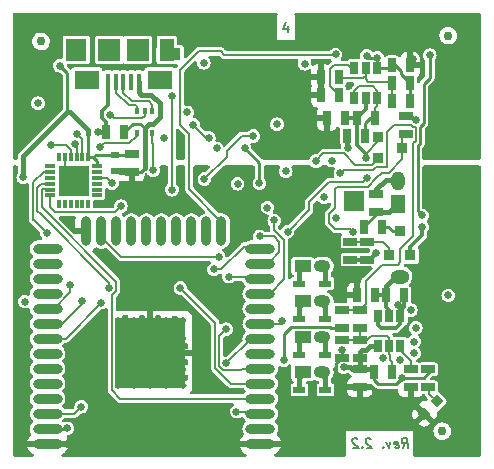
<source format=gbl>
G04 #@! TF.GenerationSoftware,KiCad,Pcbnew,(6.0.2-0)*
G04 #@! TF.CreationDate,2022-07-16T10:45:31+02:00*
G04 #@! TF.ProjectId,Crazyflie contol board,4372617a-7966-46c6-9965-20636f6e746f,2.2*
G04 #@! TF.SameCoordinates,Original*
G04 #@! TF.FileFunction,Copper,L4,Bot*
G04 #@! TF.FilePolarity,Positive*
%FSLAX46Y46*%
G04 Gerber Fmt 4.6, Leading zero omitted, Abs format (unit mm)*
G04 Created by KiCad (PCBNEW (6.0.2-0)) date 2022-07-16 10:45:31*
%MOMM*%
%LPD*%
G01*
G04 APERTURE LIST*
G04 Aperture macros list*
%AMRotRect*
0 Rectangle, with rotation*
0 The origin of the aperture is its center*
0 $1 length*
0 $2 width*
0 $3 Rotation angle, in degrees counterclockwise*
0 Add horizontal line*
21,1,$1,$2,0,0,$3*%
G04 Aperture macros list end*
%ADD10C,0.200025*%
G04 #@! TA.AperFunction,NonConductor*
%ADD11C,0.200025*%
G04 #@! TD*
G04 #@! TA.AperFunction,ComponentPad*
%ADD12C,0.381000*%
G04 #@! TD*
G04 #@! TA.AperFunction,SMDPad,CuDef*
%ADD13R,1.699260X1.699260*%
G04 #@! TD*
G04 #@! TA.AperFunction,ComponentPad*
%ADD14R,1.198880X1.600200*%
G04 #@! TD*
G04 #@! TA.AperFunction,ComponentPad*
%ADD15O,1.198880X1.600200*%
G04 #@! TD*
G04 #@! TA.AperFunction,SMDPad,CuDef*
%ADD16R,0.701040X1.000760*%
G04 #@! TD*
G04 #@! TA.AperFunction,SMDPad,CuDef*
%ADD17R,1.000760X0.599440*%
G04 #@! TD*
G04 #@! TA.AperFunction,SMDPad,CuDef*
%ADD18R,0.635000X1.143000*%
G04 #@! TD*
G04 #@! TA.AperFunction,SMDPad,CuDef*
%ADD19R,1.143000X0.635000*%
G04 #@! TD*
G04 #@! TA.AperFunction,ComponentPad*
%ADD20R,1.399540X1.000760*%
G04 #@! TD*
G04 #@! TA.AperFunction,ComponentPad*
%ADD21O,1.399540X1.000760*%
G04 #@! TD*
G04 #@! TA.AperFunction,SMDPad,CuDef*
%ADD22R,0.398780X0.508000*%
G04 #@! TD*
G04 #@! TA.AperFunction,SMDPad,CuDef*
%ADD23R,1.800860X1.899920*%
G04 #@! TD*
G04 #@! TA.AperFunction,SMDPad,CuDef*
%ADD24R,1.899920X1.899920*%
G04 #@! TD*
G04 #@! TA.AperFunction,SMDPad,CuDef*
%ADD25R,1.800860X1.099820*%
G04 #@! TD*
G04 #@! TA.AperFunction,SMDPad,CuDef*
%ADD26R,2.100580X1.600200*%
G04 #@! TD*
G04 #@! TA.AperFunction,SMDPad,CuDef*
%ADD27R,1.198880X1.899920*%
G04 #@! TD*
G04 #@! TA.AperFunction,SMDPad,CuDef*
%ADD28R,0.398780X1.399540*%
G04 #@! TD*
G04 #@! TA.AperFunction,ComponentPad*
%ADD29O,1.600200X1.198880*%
G04 #@! TD*
G04 #@! TA.AperFunction,SMDPad,CuDef*
%ADD30R,0.914400X0.914400*%
G04 #@! TD*
G04 #@! TA.AperFunction,SMDPad,CuDef*
%ADD31RotRect,0.797560X0.797560X225.000000*%
G04 #@! TD*
G04 #@! TA.AperFunction,SMDPad,CuDef*
%ADD32O,2.500000X0.900000*%
G04 #@! TD*
G04 #@! TA.AperFunction,SMDPad,CuDef*
%ADD33O,0.900000X2.500000*%
G04 #@! TD*
G04 #@! TA.AperFunction,SMDPad,CuDef*
%ADD34R,1.200000X1.200000*%
G04 #@! TD*
G04 #@! TA.AperFunction,ComponentPad*
%ADD35C,0.500000*%
G04 #@! TD*
G04 #@! TA.AperFunction,SMDPad,CuDef*
%ADD36R,6.000000X6.000000*%
G04 #@! TD*
G04 #@! TA.AperFunction,SMDPad,CuDef*
%ADD37R,0.800000X0.600000*%
G04 #@! TD*
G04 #@! TA.AperFunction,SMDPad,CuDef*
%ADD38R,0.300000X0.800000*%
G04 #@! TD*
G04 #@! TA.AperFunction,SMDPad,CuDef*
%ADD39R,0.850000X0.300000*%
G04 #@! TD*
G04 #@! TA.AperFunction,ComponentPad*
%ADD40C,0.380000*%
G04 #@! TD*
G04 #@! TA.AperFunction,SMDPad,CuDef*
%ADD41R,2.550000X2.550000*%
G04 #@! TD*
G04 #@! TA.AperFunction,SMDPad,CuDef*
%ADD42C,0.750000*%
G04 #@! TD*
G04 #@! TA.AperFunction,ViaPad*
%ADD43C,0.635000*%
G04 #@! TD*
G04 #@! TA.AperFunction,Conductor*
%ADD44C,0.381000*%
G04 #@! TD*
G04 #@! TA.AperFunction,Conductor*
%ADD45C,0.254000*%
G04 #@! TD*
G04 #@! TA.AperFunction,Conductor*
%ADD46C,0.177800*%
G04 #@! TD*
G04 #@! TA.AperFunction,Conductor*
%ADD47C,0.203200*%
G04 #@! TD*
G04 #@! TA.AperFunction,Conductor*
%ADD48C,0.152400*%
G04 #@! TD*
G04 #@! TA.AperFunction,Conductor*
%ADD49C,0.304800*%
G04 #@! TD*
G04 APERTURE END LIST*
D10*
D11*
X143408400Y-84156550D02*
X143408400Y-84689950D01*
X143217900Y-83851750D02*
X143027400Y-84423250D01*
X143522700Y-84423250D01*
D10*
D11*
X153123597Y-119911950D02*
X153342672Y-119530950D01*
X153580797Y-119911950D02*
X153480785Y-119111850D01*
X153175985Y-119111850D01*
X153104547Y-119149950D01*
X153071210Y-119188050D01*
X153042635Y-119264250D01*
X153056922Y-119378550D01*
X153104547Y-119454750D01*
X153147410Y-119492850D01*
X153228372Y-119530950D01*
X153533172Y-119530950D01*
X152471135Y-119873850D02*
X152552097Y-119911950D01*
X152704497Y-119911950D01*
X152775935Y-119873850D01*
X152804510Y-119797650D01*
X152766410Y-119492850D01*
X152718785Y-119416650D01*
X152637822Y-119378550D01*
X152485422Y-119378550D01*
X152413985Y-119416650D01*
X152385410Y-119492850D01*
X152394935Y-119569050D01*
X152785460Y-119645250D01*
X152104422Y-119378550D02*
X151980597Y-119911950D01*
X151723422Y-119378550D01*
X151475772Y-119835750D02*
X151442435Y-119873850D01*
X151485297Y-119911950D01*
X151518635Y-119873850D01*
X151475772Y-119835750D01*
X151485297Y-119911950D01*
X150442310Y-119188050D02*
X150399447Y-119149950D01*
X150318485Y-119111850D01*
X150127985Y-119111850D01*
X150056547Y-119149950D01*
X150023210Y-119188050D01*
X149994635Y-119264250D01*
X150004160Y-119340450D01*
X150056547Y-119454750D01*
X150570897Y-119911950D01*
X150075597Y-119911950D01*
X149723172Y-119835750D02*
X149689835Y-119873850D01*
X149732697Y-119911950D01*
X149766035Y-119873850D01*
X149723172Y-119835750D01*
X149732697Y-119911950D01*
X149299310Y-119188050D02*
X149256447Y-119149950D01*
X149175485Y-119111850D01*
X148984985Y-119111850D01*
X148913547Y-119149950D01*
X148880210Y-119188050D01*
X148851635Y-119264250D01*
X148861160Y-119340450D01*
X148913547Y-119454750D01*
X149427897Y-119911950D01*
X148932597Y-119911950D01*
D12*
X149499320Y-99504500D03*
X148498560Y-99504500D03*
X148498560Y-98503740D03*
X149499320Y-98503740D03*
X148998940Y-99004120D03*
D13*
X148998940Y-99004120D03*
D14*
X152699720Y-99250500D03*
D15*
X152699720Y-97350580D03*
D16*
X150947120Y-90271600D03*
X149994620Y-90271600D03*
X149042120Y-90271600D03*
X149042120Y-87731600D03*
X149994620Y-87731600D03*
X150947120Y-87731600D03*
X151046180Y-108734860D03*
X151998680Y-108734860D03*
X152951180Y-108734860D03*
X152951180Y-111274860D03*
X151998680Y-111274860D03*
X151046180Y-111274860D03*
D17*
X146598640Y-106004360D03*
X144399000Y-106004360D03*
X146598640Y-109004100D03*
X144399000Y-109004100D03*
X146598640Y-112003840D03*
X144399000Y-112003840D03*
X146598640Y-115003580D03*
X144399000Y-115003580D03*
D18*
X153761440Y-89001600D03*
X152237440Y-89001600D03*
X152237440Y-87503000D03*
X153761440Y-87503000D03*
X150756620Y-92001340D03*
X149232620Y-92001340D03*
X147761960Y-90002360D03*
X146237960Y-90002360D03*
X150738840Y-113502440D03*
X152262840Y-113502440D03*
X128038860Y-93202760D03*
X129562860Y-93202760D03*
D19*
X149499320Y-113243360D03*
X149499320Y-114767360D03*
D18*
X153261060Y-107005120D03*
X151737060Y-107005120D03*
D19*
X150898860Y-99961700D03*
X150898860Y-98437700D03*
X153830020Y-113240820D03*
X153830020Y-114764820D03*
X148699220Y-102440740D03*
X148699220Y-103964740D03*
X130200000Y-96512000D03*
X130200000Y-94988000D03*
D18*
X146738340Y-92003880D03*
X148262340Y-92003880D03*
X146237960Y-88503760D03*
X147761960Y-88503760D03*
X149961600Y-93502480D03*
X148437600Y-93502480D03*
X152237440Y-90502740D03*
X153761440Y-90502740D03*
D19*
X149499320Y-110744000D03*
X149499320Y-112268000D03*
X148000720Y-108242100D03*
X148000720Y-109766100D03*
X149499320Y-109766100D03*
X149499320Y-108242100D03*
X147998180Y-112268000D03*
X147998180Y-110744000D03*
D18*
X149237700Y-107005120D03*
X150761700Y-107005120D03*
X151361140Y-101201220D03*
X149837140Y-101201220D03*
D20*
X144663160Y-113502440D03*
D21*
X146334480Y-113502440D03*
D20*
X144663160Y-110502700D03*
D21*
X146334480Y-110502700D03*
D20*
X144663160Y-107502960D03*
D21*
X146334480Y-107502960D03*
D20*
X144663160Y-104503220D03*
D21*
X146334480Y-104503220D03*
D19*
X150098760Y-103964740D03*
X150098760Y-102440740D03*
D22*
X131950460Y-93253560D03*
X131300220Y-93253560D03*
X130649980Y-93253560D03*
X130649980Y-91353640D03*
X131300220Y-91353640D03*
X131950460Y-91353640D03*
D23*
X125498860Y-86202520D03*
D24*
X130698240Y-86202520D03*
D25*
X133449060Y-86601300D03*
D26*
X126400560Y-88752680D03*
X132598160Y-88752680D03*
D27*
X133149340Y-86202520D03*
D24*
X128300480Y-86202520D03*
D28*
X128198880Y-88902540D03*
X128849120Y-88902540D03*
X129499360Y-88902540D03*
X130149600Y-88902540D03*
X130799840Y-88902540D03*
D19*
X153400760Y-91841320D03*
X153400760Y-93365320D03*
D29*
X152900380Y-105402380D03*
D30*
X152900380Y-101587300D03*
X153789380Y-103619300D03*
X152011380Y-103619300D03*
X153116280Y-94503240D03*
X151084280Y-95392240D03*
X151084280Y-93614240D03*
D31*
X156028635Y-115972345D03*
X154968965Y-117032015D03*
D19*
X155300680Y-114764820D03*
X155300680Y-113240820D03*
D32*
X123080000Y-119550000D03*
X123080000Y-118280000D03*
X123080000Y-117010000D03*
X123080000Y-115740000D03*
X123080000Y-114470000D03*
X123080000Y-113200000D03*
X123080000Y-111930000D03*
X123080000Y-110660000D03*
X123080000Y-109390000D03*
X123080000Y-108120000D03*
X123080000Y-106850000D03*
X123080000Y-105580000D03*
X123080000Y-104310000D03*
X123080000Y-103040000D03*
D33*
X126365000Y-101550000D03*
X127635000Y-101550000D03*
X128905000Y-101550000D03*
X130175000Y-101550000D03*
X131445000Y-101550000D03*
X132715000Y-101550000D03*
X133985000Y-101550000D03*
X135255000Y-101550000D03*
X136525000Y-101550000D03*
X137795000Y-101550000D03*
D32*
X141080000Y-103040000D03*
X141080000Y-104310000D03*
X141080000Y-105580000D03*
X141080000Y-106850000D03*
X141080000Y-108120000D03*
X141080000Y-109390000D03*
X141080000Y-110660000D03*
X141080000Y-111930000D03*
X141080000Y-113200000D03*
X141080000Y-114470000D03*
X141080000Y-115740000D03*
X141080000Y-117010000D03*
X141080000Y-118280000D03*
X141080000Y-119550000D03*
D34*
X133802120Y-112638840D03*
X132407660Y-112659160D03*
D35*
X134538720Y-114592100D03*
D34*
X131025900Y-111244380D03*
D35*
X129044700Y-110523020D03*
X131716780Y-110578900D03*
D34*
X133812280Y-111269780D03*
D35*
X129011680Y-113284000D03*
X134520940Y-111930180D03*
X130324860Y-110490000D03*
D34*
X129667000Y-109788960D03*
D35*
X134520940Y-110591600D03*
X130368040Y-109118400D03*
X131739640Y-113304320D03*
D34*
X129644140Y-112636300D03*
D35*
X130345180Y-111912400D03*
D34*
X133822440Y-109855000D03*
D35*
X133131560Y-113319560D03*
X131673600Y-109118400D03*
X129062480Y-111879380D03*
X130345180Y-113294160D03*
D34*
X131058920Y-109821980D03*
D35*
X129039620Y-109105700D03*
X134526020Y-109108240D03*
X130378200Y-114599720D03*
D34*
X132397500Y-113974880D03*
D35*
X133131560Y-110589060D03*
X133131560Y-114599720D03*
D34*
X129677160Y-111188500D03*
D35*
X131749800Y-111935260D03*
X133121400Y-111927640D03*
X129032000Y-114587020D03*
D34*
X133789420Y-113952020D03*
D35*
X131716780Y-114609880D03*
D36*
X131780000Y-111850000D03*
D34*
X131015740Y-114007900D03*
X132420360Y-111274860D03*
D35*
X133111240Y-109113320D03*
D34*
X131015740Y-112646460D03*
X129646680Y-113985040D03*
X132430520Y-109832140D03*
D35*
X134520940Y-113261140D03*
D37*
X128750000Y-96477280D03*
X128750000Y-95077280D03*
D38*
X124022800Y-95287080D03*
X124522800Y-95287080D03*
X125022800Y-95287080D03*
X125522800Y-95287080D03*
X126022800Y-95287080D03*
X126522800Y-95287080D03*
D39*
X127272800Y-96037080D03*
X127272800Y-96537080D03*
X127272800Y-97037080D03*
X127272800Y-97537080D03*
X127272800Y-98037080D03*
X127272800Y-98537080D03*
D38*
X126522800Y-99287080D03*
X126022800Y-99287080D03*
X125522800Y-99287080D03*
X125022800Y-99287080D03*
X124522800Y-99287080D03*
X124022800Y-99287080D03*
D39*
X123272800Y-98537080D03*
X123272800Y-98037080D03*
X123272800Y-97537080D03*
X123272800Y-97037080D03*
X123272800Y-96537080D03*
X123272800Y-96037080D03*
D40*
X124607320Y-96662240D03*
X124607320Y-97932240D03*
X125272800Y-97287080D03*
X125877320Y-97932240D03*
X125877320Y-96662240D03*
D41*
X125272800Y-97287080D03*
D42*
X122500000Y-85500000D03*
X157000000Y-85000000D03*
X156500000Y-118500000D03*
D43*
X137560049Y-103739951D03*
X141678660Y-99562920D03*
X141097000Y-118300500D03*
X141048740Y-102000000D03*
X138430000Y-105410000D03*
X146210020Y-87282020D03*
X134399020Y-93703140D03*
X144850000Y-89650000D03*
X137500360Y-92402660D03*
X154000000Y-87000000D03*
X148569680Y-89263220D03*
X129650000Y-97700000D03*
X148198840Y-105102660D03*
X131800000Y-118000000D03*
X124700000Y-119557800D03*
X140462000Y-99187000D03*
X125069600Y-100634800D03*
X148069300Y-115000000D03*
X149500000Y-115900000D03*
X148000720Y-111653320D03*
X131100000Y-105000000D03*
X157000000Y-107000000D03*
X152930860Y-112463580D03*
X152000000Y-108650000D03*
X150898860Y-103403400D03*
X150009860Y-95354140D03*
X151495758Y-112293926D03*
X154250000Y-109750000D03*
X153832414Y-108243851D03*
X148160740Y-113073180D03*
X128369060Y-91704160D03*
X124750000Y-118250000D03*
X136730740Y-93652340D03*
X139750000Y-94500000D03*
X143068040Y-112473740D03*
X153070560Y-114002820D03*
X155430220Y-86669880D03*
X154800300Y-100233480D03*
X124100000Y-87550000D03*
X121135781Y-107518200D03*
X141000000Y-97500000D03*
X121000000Y-97000000D03*
X135399780Y-92532200D03*
X136298940Y-87302340D03*
X144830800Y-87393780D03*
X134899400Y-91503500D03*
X132900420Y-93703140D03*
X151000460Y-86903560D03*
X142500000Y-92500000D03*
X150098760Y-86702900D03*
X154800300Y-101203760D03*
X152760680Y-107853480D03*
X154099260Y-110904020D03*
X148508720Y-94493080D03*
X154099260Y-111902240D03*
X146489420Y-98701860D03*
X148899880Y-101602540D03*
X139156440Y-97551240D03*
X138186160Y-109855000D03*
X133609080Y-90103960D03*
X133600000Y-98050000D03*
X139065000Y-116840000D03*
X142950000Y-109150000D03*
X147858480Y-96664780D03*
X143250000Y-96500000D03*
X127614680Y-107609640D03*
X147185380Y-95590360D03*
X154259280Y-92179140D03*
X137400000Y-94550000D03*
X125000000Y-106100000D03*
X125950000Y-107450000D03*
X136350000Y-97150000D03*
X140500000Y-93500000D03*
X142250000Y-100644960D03*
X150080980Y-97073720D03*
X123246322Y-105600500D03*
X143400000Y-101600000D03*
X128270000Y-106374380D03*
X134314380Y-106374380D03*
X125582680Y-93319600D03*
X128524000Y-97485200D03*
X145798540Y-95613220D03*
X127299720Y-93202760D03*
X147520660Y-100462080D03*
X123012200Y-101727000D03*
X129280920Y-99446080D03*
X137150000Y-104800000D03*
X147450000Y-86600000D03*
X125923040Y-116423440D03*
X132019040Y-96423480D03*
X123347480Y-94284800D03*
X125364240Y-94152720D03*
X127497840Y-94427040D03*
X122260360Y-90718640D03*
X138200000Y-112750000D03*
D44*
X144399000Y-107967780D02*
X144863820Y-107502960D01*
D45*
X150898860Y-100139500D02*
X149837140Y-101201220D01*
D44*
X144399000Y-113967260D02*
X144863820Y-113502440D01*
X144399000Y-110967520D02*
X144863820Y-110502700D01*
X144399000Y-112003840D02*
X144399000Y-110967520D01*
X144399000Y-104968040D02*
X144863820Y-104503220D01*
D45*
X150898860Y-99961700D02*
X150898860Y-100139500D01*
D44*
X144399000Y-106004360D02*
X144399000Y-104968040D01*
X151937720Y-99961700D02*
X152699720Y-99049840D01*
X150898860Y-99961700D02*
X151937720Y-99961700D01*
X144399000Y-115003580D02*
X144399000Y-113967260D01*
X144399000Y-109004100D02*
X144399000Y-107967780D01*
D46*
X137560049Y-103739951D02*
X137550000Y-103750000D01*
X127635000Y-102085000D02*
X127635000Y-101550000D01*
X129300000Y-103750000D02*
X127635000Y-102085000D01*
X137550000Y-103750000D02*
X129300000Y-103750000D01*
X142700000Y-103320000D02*
X141880000Y-104140000D01*
X141880000Y-104140000D02*
X141080000Y-104140000D01*
D47*
X142250000Y-102000000D02*
X141048740Y-102000000D01*
D46*
X142700000Y-102950000D02*
X142700000Y-103320000D01*
D47*
X142700000Y-102450000D02*
X142250000Y-102000000D01*
X141770000Y-104140000D02*
X140970000Y-104140000D01*
X142700000Y-102950000D02*
X142700000Y-102450000D01*
X140970000Y-105410000D02*
X138430000Y-105410000D01*
X130230880Y-90553540D02*
X129499360Y-89822020D01*
X131620260Y-90553540D02*
X130230880Y-90553540D01*
X131950460Y-91353640D02*
X131950460Y-90883740D01*
X129499360Y-89822020D02*
X129499360Y-88902540D01*
X131950460Y-90883740D02*
X131620260Y-90553540D01*
X130649980Y-91013280D02*
X130550920Y-90914220D01*
X130550920Y-90914220D02*
X129931160Y-90914220D01*
X128849120Y-89832180D02*
X128849120Y-88902540D01*
X129931160Y-90914220D02*
X128849120Y-89832180D01*
X130649980Y-91353640D02*
X130649980Y-91013280D01*
X151437340Y-102440740D02*
X150098760Y-102440740D01*
X152011380Y-103014780D02*
X151437340Y-102440740D01*
X152011380Y-103619300D02*
X152011380Y-103014780D01*
X150098760Y-102440740D02*
X148699220Y-102440740D01*
D45*
X146210020Y-87282020D02*
X146237960Y-87309960D01*
X146738340Y-92433140D02*
X146738340Y-92003880D01*
D48*
X124522800Y-96577720D02*
X124607320Y-96662240D01*
D44*
X131998720Y-92504260D02*
X131648200Y-92504260D01*
X131300220Y-92854780D02*
X131300220Y-92852240D01*
X132600700Y-91902280D02*
X131998720Y-92504260D01*
D45*
X147955000Y-112268000D02*
X147480020Y-112742980D01*
X130990720Y-96512000D02*
X131300220Y-96202500D01*
X130312160Y-92453460D02*
X129562860Y-93202760D01*
X130200000Y-96512000D02*
X130990720Y-96512000D01*
X147998180Y-112268000D02*
X147998180Y-111655860D01*
D44*
X130799840Y-88902540D02*
X130799840Y-89811860D01*
D45*
X147998180Y-111655860D02*
X148000720Y-111653320D01*
D44*
X130990340Y-90002360D02*
X130799840Y-89811860D01*
X131300220Y-93253560D02*
X131300220Y-92854780D01*
D45*
X147998180Y-112268000D02*
X147955000Y-112268000D01*
X131300220Y-92854780D02*
X130898900Y-92453460D01*
X153497280Y-114767360D02*
X153830020Y-114764820D01*
X153497280Y-114767360D02*
X153830020Y-114764820D01*
D44*
X132600700Y-91902280D02*
X132600700Y-90733880D01*
D48*
X124522800Y-95287080D02*
X124522800Y-96577720D01*
D44*
X132600700Y-90733880D02*
X131869180Y-90002360D01*
X131648200Y-92504260D02*
X131300220Y-92852240D01*
D45*
X147480020Y-114482880D02*
X148069300Y-115072160D01*
D44*
X131300220Y-93253560D02*
X131300220Y-96202500D01*
X131869180Y-90002360D02*
X130990340Y-90002360D01*
D45*
X147480020Y-112742980D02*
X147480020Y-114482880D01*
X154721560Y-117279420D02*
X154967940Y-117033040D01*
X130898900Y-92453460D02*
X130312160Y-92453460D01*
X154721560Y-117279420D02*
X154967940Y-117033040D01*
D49*
X149232620Y-92001340D02*
X149232620Y-94226380D01*
X151968200Y-108734860D02*
X151899620Y-108803440D01*
X149232620Y-92001340D02*
X148264880Y-92001340D01*
D47*
X151084280Y-93916500D02*
X150009860Y-94990920D01*
D44*
X152351740Y-97203260D02*
X152699720Y-97551240D01*
D49*
X150098760Y-103964740D02*
X150337520Y-103964740D01*
X149994620Y-91239340D02*
X149232620Y-92001340D01*
X151737060Y-107005120D02*
X151737060Y-107939840D01*
X151737060Y-107939840D02*
X151998680Y-108201460D01*
D47*
X151084280Y-93614240D02*
X151084280Y-93916500D01*
D49*
X151899620Y-108803440D02*
X151998680Y-108734860D01*
D44*
X150898860Y-98437700D02*
X150898860Y-98003360D01*
X150898860Y-98003360D02*
X151698960Y-97203260D01*
D47*
X150009860Y-95003620D02*
X150009860Y-95354140D01*
D49*
X151998680Y-108201460D02*
X151998680Y-108734860D01*
X150337520Y-103964740D02*
X150898860Y-103403400D01*
D47*
X150009860Y-94990920D02*
X150009860Y-95003620D01*
D44*
X151698960Y-97203260D02*
X152351740Y-97203260D01*
X151737060Y-106164380D02*
X152499060Y-105402380D01*
D49*
X151998680Y-108734860D02*
X151968200Y-108734860D01*
D44*
X151737060Y-107005120D02*
X151737060Y-106164380D01*
D49*
X148264880Y-92001340D02*
X148262340Y-92003880D01*
X150098760Y-103964740D02*
X148699220Y-103964740D01*
X151737060Y-107005120D02*
X150761700Y-107005120D01*
X149994620Y-90271600D02*
X149994620Y-91239340D01*
X149232620Y-94226380D02*
X150009860Y-95003620D01*
D45*
X127140640Y-95073240D02*
X127298218Y-95073240D01*
D44*
X125000000Y-91500000D02*
X126522800Y-93022800D01*
D45*
X155300680Y-113240820D02*
X155399740Y-113504980D01*
D44*
X149499320Y-113243360D02*
X148821140Y-113243360D01*
D45*
X126522800Y-93346846D02*
X126522800Y-95287080D01*
X155399740Y-113504980D02*
X154901900Y-114002820D01*
X155450540Y-86753700D02*
X155430220Y-86669880D01*
D44*
X150383240Y-111274860D02*
X150020020Y-111638080D01*
D45*
X127298218Y-95073240D02*
X127302258Y-95077280D01*
D44*
X126522800Y-93022800D02*
X126522800Y-93346846D01*
D45*
X154625040Y-94124780D02*
X154416760Y-94333060D01*
X123080000Y-118280000D02*
X124864040Y-118280000D01*
X154625040Y-92707460D02*
X154625040Y-94124780D01*
D47*
X135399780Y-92532200D02*
X136519920Y-93652340D01*
D45*
X154416760Y-94333060D02*
X154416760Y-99849940D01*
D44*
X124719080Y-91500000D02*
X121000000Y-95219080D01*
D45*
X146987260Y-109661960D02*
X143659860Y-109661960D01*
X147091400Y-109766100D02*
X146987260Y-109661960D01*
X150479760Y-113243360D02*
X150738840Y-113502440D01*
X141000000Y-97500000D02*
X141000000Y-95750000D01*
X152570180Y-114503200D02*
X153070560Y-114002820D01*
X124100000Y-87550000D02*
X124719080Y-88169080D01*
D44*
X148821140Y-113243360D02*
X148650960Y-113073180D01*
D45*
X151079200Y-114503200D02*
X152570180Y-114503200D01*
X126522800Y-95287080D02*
X126926800Y-95287080D01*
X150738840Y-113502440D02*
X150738840Y-114162840D01*
X129606040Y-95077280D02*
X129712720Y-94970600D01*
X154919680Y-92412820D02*
X154625040Y-92707460D01*
X154901900Y-114002820D02*
X153070560Y-114002820D01*
X143050000Y-112455700D02*
X143068040Y-112473740D01*
X148000720Y-109766100D02*
X147091400Y-109766100D01*
X143050000Y-110271820D02*
X143050000Y-112455700D01*
X126926800Y-95287080D02*
X127140640Y-95073240D01*
X154919680Y-89103200D02*
X155450540Y-88572340D01*
X127302258Y-95077280D02*
X128432560Y-95077280D01*
D47*
X131300220Y-91782900D02*
X131079240Y-92003880D01*
D44*
X150020020Y-111638080D02*
X149684740Y-111638080D01*
D45*
X154416760Y-99849940D02*
X154800300Y-100233480D01*
D44*
X148650960Y-113073180D02*
X148160740Y-113073180D01*
D47*
X131300220Y-91782900D02*
X131300220Y-91353640D01*
D45*
X124719080Y-88169080D02*
X124719080Y-91500000D01*
X141000000Y-95750000D02*
X139750000Y-94500000D01*
D44*
X149499320Y-113243360D02*
X150479760Y-113243360D01*
D45*
X128432560Y-95077280D02*
X129606040Y-95077280D01*
X143659860Y-109661960D02*
X143050000Y-110271820D01*
X155450540Y-88572340D02*
X155450540Y-86753700D01*
D44*
X121000000Y-95219080D02*
X121000000Y-97000000D01*
X149499320Y-111823500D02*
X149499320Y-112268000D01*
D45*
X154919680Y-92412820D02*
X154919680Y-89103200D01*
D44*
X124719080Y-91500000D02*
X125000000Y-91500000D01*
D47*
X128668780Y-92003880D02*
X128369060Y-91704160D01*
X131079240Y-92003880D02*
X128668780Y-92003880D01*
X136519920Y-93652340D02*
X136730740Y-93652340D01*
D44*
X149684740Y-111638080D02*
X149499320Y-111823500D01*
X149499320Y-112268000D02*
X149499320Y-113243360D01*
D45*
X127272800Y-96037080D02*
X127272800Y-95633080D01*
D44*
X151046180Y-111274860D02*
X150383240Y-111274860D01*
D45*
X127272800Y-95633080D02*
X126926800Y-95287080D01*
X150738840Y-114162840D02*
X151079200Y-114503200D01*
X152999440Y-88239600D02*
X153761440Y-89001600D01*
X150947120Y-86956900D02*
X151000460Y-86903560D01*
X152499060Y-87503000D02*
X152999440Y-88003380D01*
X151000460Y-86903560D02*
X150299420Y-86903560D01*
X150947120Y-87731600D02*
X152008840Y-87731600D01*
X151000460Y-86903560D02*
X151000460Y-87678260D01*
X153761440Y-89001600D02*
X153761440Y-90502740D01*
X151000460Y-87678260D02*
X150947120Y-87731600D01*
X152008840Y-87731600D02*
X152237440Y-87503000D01*
X152237440Y-87503000D02*
X152499060Y-87503000D01*
X150299420Y-86903560D02*
X150098760Y-86702900D01*
X150947120Y-87731600D02*
X150947120Y-86956900D01*
X152999440Y-88003380D02*
X152999440Y-88239600D01*
D49*
X153789380Y-102913180D02*
X154800300Y-101902260D01*
X153261060Y-107005120D02*
X153261060Y-107939840D01*
X152951180Y-108249720D02*
X152951180Y-108734860D01*
X151320500Y-109753400D02*
X151046180Y-109479080D01*
X153789380Y-103619300D02*
X153789380Y-102913180D01*
X152951180Y-108249720D02*
X152951180Y-108043980D01*
D44*
X148437600Y-94421960D02*
X148508720Y-94493080D01*
D49*
X152951180Y-108734860D02*
X152951180Y-109380020D01*
X151046180Y-109479080D02*
X151046180Y-108734860D01*
X152951180Y-109380020D02*
X152577800Y-109753400D01*
X152577800Y-109753400D02*
X151320500Y-109753400D01*
X154800300Y-101902260D02*
X154800300Y-101203760D01*
X152951180Y-108043980D02*
X152760680Y-107853480D01*
D44*
X148437600Y-93502480D02*
X148437600Y-94421960D01*
D49*
X153261060Y-107939840D02*
X152951180Y-108249720D01*
D47*
X150200360Y-88902540D02*
X152138380Y-88902540D01*
X149819360Y-88612980D02*
X147871180Y-88612980D01*
X149994620Y-88696800D02*
X150200360Y-88902540D01*
X149994620Y-88437720D02*
X149994620Y-88696800D01*
X152237440Y-89001600D02*
X152237440Y-90502740D01*
X149994620Y-87731600D02*
X149994620Y-88437720D01*
X149994620Y-88437720D02*
X149819360Y-88612980D01*
X152138380Y-88902540D02*
X152237440Y-89001600D01*
X147871180Y-88612980D02*
X147761960Y-88503760D01*
X150947120Y-89651840D02*
X150947120Y-90271600D01*
D45*
X150401020Y-92001340D02*
X149961600Y-92440760D01*
D47*
X149397720Y-89303860D02*
X150599140Y-89303860D01*
X149042120Y-89659460D02*
X149397720Y-89303860D01*
X149042120Y-90271600D02*
X149042120Y-89659460D01*
X150756620Y-91145360D02*
X150756620Y-92001340D01*
D45*
X150756620Y-92001340D02*
X150401020Y-92001340D01*
D47*
X150947120Y-90271600D02*
X150947120Y-90954860D01*
X150599140Y-89303860D02*
X150947120Y-89651840D01*
D45*
X149961600Y-92440760D02*
X149961600Y-93502480D01*
D47*
X150947120Y-90954860D02*
X150756620Y-91145360D01*
X149042120Y-87731600D02*
X148727160Y-87731600D01*
X146999960Y-89240360D02*
X147761960Y-90002360D01*
X148498560Y-87503000D02*
X147299680Y-87503000D01*
X147299680Y-87503000D02*
X146999960Y-87802720D01*
X148727160Y-87731600D02*
X148498560Y-87503000D01*
X146999960Y-87802720D02*
X146999960Y-89240360D01*
X152100280Y-112074960D02*
X152100280Y-112483900D01*
X151838660Y-110444280D02*
X150413720Y-110444280D01*
X151998680Y-111274860D02*
X151998680Y-110604300D01*
X152262840Y-112646460D02*
X152262840Y-113502440D01*
X150357840Y-110500160D02*
X150352760Y-110500160D01*
X150352760Y-110500160D02*
X150108920Y-110744000D01*
X151998680Y-110604300D02*
X151838660Y-110444280D01*
X151998680Y-111274860D02*
X151998680Y-111973360D01*
X152100280Y-112483900D02*
X152262840Y-112646460D01*
X150413720Y-110444280D02*
X150357840Y-110500160D01*
X147998180Y-110744000D02*
X149499320Y-110744000D01*
X151998680Y-111973360D02*
X152100280Y-112074960D01*
X150108920Y-110744000D02*
X149499320Y-110744000D01*
X149499320Y-109766100D02*
X149499320Y-110744000D01*
X153830020Y-112514380D02*
X153830020Y-113240820D01*
X152951180Y-111274860D02*
X152951180Y-111635540D01*
X152951180Y-111635540D02*
X153830020Y-112514380D01*
D44*
X146598640Y-106004360D02*
X146598640Y-104968040D01*
X146598640Y-104968040D02*
X146133820Y-104503220D01*
X146598640Y-109004100D02*
X146598640Y-107967780D01*
X146598640Y-107967780D02*
X146133820Y-107502960D01*
X146598640Y-112003840D02*
X146598640Y-110967520D01*
X146598640Y-110967520D02*
X146133820Y-110502700D01*
X146598640Y-115003580D02*
X146598640Y-113967260D01*
X146598640Y-113967260D02*
X146133820Y-113502440D01*
D47*
X155300680Y-114764820D02*
X155399740Y-115341400D01*
X155399740Y-115341400D02*
X156029660Y-115971320D01*
D45*
X151902160Y-101201220D02*
X152288240Y-101587300D01*
X151361140Y-101201220D02*
X151902160Y-101201220D01*
X152288240Y-101587300D02*
X152900380Y-101587300D01*
D47*
X152999440Y-93365320D02*
X153116280Y-93482160D01*
X147609560Y-97792540D02*
X147398740Y-98003360D01*
X150898860Y-97094040D02*
X150909020Y-97094040D01*
X148640800Y-101343460D02*
X148899880Y-101602540D01*
X146900900Y-100101400D02*
X146900900Y-100843080D01*
X147398740Y-99603560D02*
X146900900Y-100101400D01*
X151399240Y-96603820D02*
X151988520Y-96603820D01*
X153116280Y-94503240D02*
X153116280Y-93548200D01*
X153400760Y-93365320D02*
X152999440Y-93365320D01*
X147398740Y-98003360D02*
X147398740Y-99603560D01*
X147401280Y-101343460D02*
X148640800Y-101343460D01*
X151988520Y-96603820D02*
X153116280Y-95476060D01*
X153116280Y-93548200D02*
X153400760Y-93365320D01*
X150200360Y-97792540D02*
X147609560Y-97792540D01*
X146900900Y-100843080D02*
X147401280Y-101343460D01*
X153116280Y-93482160D02*
X153400760Y-93365320D01*
X153116280Y-94503240D02*
X153116280Y-95476060D01*
X150909020Y-97094040D02*
X151399240Y-96603820D01*
X150200360Y-97792540D02*
X150898860Y-97094040D01*
X137600000Y-110441160D02*
X138186160Y-109855000D01*
X137960876Y-113350000D02*
X137600000Y-112989124D01*
X139476800Y-113350000D02*
X137960876Y-113350000D01*
X139626800Y-113200000D02*
X139476800Y-113350000D01*
X141080000Y-113200000D02*
X139626800Y-113200000D01*
X137600000Y-112989124D02*
X137600000Y-110441160D01*
X133609080Y-96260920D02*
X133609080Y-90103960D01*
X139065000Y-116840000D02*
X140910000Y-116840000D01*
X133600000Y-98050000D02*
X133600000Y-96270000D01*
X140910000Y-116840000D02*
X141080000Y-117010000D01*
X133600000Y-96270000D02*
X133609080Y-96260920D01*
X150657560Y-96377760D02*
X148145500Y-96377760D01*
X151787860Y-96146620D02*
X150888700Y-96146620D01*
X154139900Y-92753180D02*
X154238960Y-92852240D01*
X148145500Y-96377760D02*
X147858480Y-96664780D01*
X149499320Y-108242100D02*
X148000720Y-108242100D01*
X149999700Y-105803700D02*
X149999700Y-107741720D01*
X154238960Y-93893640D02*
X154030680Y-94101920D01*
X152900380Y-104203500D02*
X152900380Y-103098600D01*
X154238960Y-92852240D02*
X154238960Y-93893640D01*
X149999700Y-107741720D02*
X149499320Y-108242100D01*
X153990040Y-92753180D02*
X153840180Y-92603320D01*
X142710000Y-109390000D02*
X141080000Y-109390000D01*
X152400000Y-92603320D02*
X151843740Y-93159580D01*
X152900380Y-103098600D02*
X154030680Y-101968300D01*
X151843740Y-96090740D02*
X151787860Y-96146620D01*
X153840180Y-92603320D02*
X152400000Y-92603320D01*
X151843740Y-93159580D02*
X151843740Y-96090740D01*
X150888700Y-96146620D02*
X150657560Y-96377760D01*
X142950000Y-109150000D02*
X142710000Y-109390000D01*
X153990040Y-92753180D02*
X154139900Y-92753180D01*
X152900380Y-104203500D02*
X152699720Y-104404160D01*
X154030680Y-101968300D02*
X154030680Y-94101920D01*
X151399240Y-104404160D02*
X149999700Y-105803700D01*
X152699720Y-104404160D02*
X151399240Y-104404160D01*
X127614680Y-107635320D02*
X124590000Y-110660000D01*
X127614680Y-107609640D02*
X127614680Y-107635320D01*
X124590000Y-110660000D02*
X123080000Y-110660000D01*
D46*
X154259280Y-92179140D02*
X153967180Y-91841320D01*
X153400760Y-91841320D02*
X153967180Y-91841320D01*
D47*
X125000000Y-106725620D02*
X123605620Y-108120000D01*
X123605620Y-108120000D02*
X123080000Y-108120000D01*
X125000000Y-106100000D02*
X125000000Y-106725620D01*
X138249660Y-94750340D02*
X139500000Y-93500000D01*
X125950000Y-107450000D02*
X125950000Y-107700000D01*
X125950000Y-107700000D02*
X124260000Y-109390000D01*
X136350000Y-97150000D02*
X138249660Y-95250340D01*
X124260000Y-109390000D02*
X123080000Y-109390000D01*
X139500000Y-93500000D02*
X140500000Y-93500000D01*
X138249660Y-95250340D02*
X138249660Y-94750340D01*
X141080000Y-106850000D02*
X141880000Y-106850000D01*
X143100000Y-102347092D02*
X142250000Y-101497092D01*
X142250000Y-101497092D02*
X142250000Y-100644960D01*
X143100000Y-105630000D02*
X143100000Y-102347092D01*
X141880000Y-106850000D02*
X143100000Y-105630000D01*
X143400000Y-101600000D02*
X145201239Y-99798761D01*
X145201239Y-99106627D02*
X146916647Y-97391219D01*
X146916647Y-97391219D02*
X149763481Y-97391219D01*
X149763481Y-97391219D02*
X150080980Y-97073720D01*
X145201239Y-99798761D02*
X145201239Y-99106627D01*
X128507679Y-115034881D02*
X129212798Y-115740000D01*
X128507679Y-106982523D02*
X128507679Y-115034881D01*
X129212798Y-115740000D02*
X141080000Y-115740000D01*
X128841501Y-105822121D02*
X128841501Y-106648701D01*
X123190000Y-98020000D02*
X122561800Y-98020000D01*
X122561800Y-99542420D02*
X128841501Y-105822121D01*
X122561800Y-98020000D02*
X122561800Y-99542420D01*
X128841501Y-106648701D02*
X128507679Y-106982523D01*
X122206190Y-97872702D02*
X122541812Y-97537080D01*
X122206190Y-99861558D02*
X122206190Y-97872702D01*
X122644600Y-97537080D02*
X123272800Y-97537080D01*
X137244880Y-110294065D02*
X137250000Y-110288945D01*
X137250000Y-109310000D02*
X134314380Y-106374380D01*
X122490602Y-100145970D02*
X122206190Y-99861558D01*
X138578660Y-114470000D02*
X137244880Y-113136219D01*
X122541812Y-97537080D02*
X122644600Y-97537080D01*
D46*
X128270000Y-106374380D02*
X128270000Y-105925368D01*
D47*
X141080000Y-114470000D02*
X138578660Y-114470000D01*
D46*
X128270000Y-105925368D02*
X122490602Y-100145970D01*
D47*
X137250000Y-110288945D02*
X137250000Y-109310000D01*
X137244880Y-113136219D02*
X137244880Y-110294065D01*
X126022800Y-93759720D02*
X125582680Y-93319600D01*
X126022800Y-95287080D02*
X126022800Y-93759720D01*
X128075880Y-97037080D02*
X128524000Y-97485200D01*
X127272800Y-97037080D02*
X128075880Y-97037080D01*
D44*
X127299720Y-93202760D02*
X128038860Y-93202760D01*
D49*
X128198880Y-90915742D02*
X127721359Y-91393263D01*
D47*
X148142960Y-94983300D02*
X146428460Y-94983300D01*
D49*
X128198880Y-88902540D02*
X128198880Y-90915742D01*
X127721359Y-92008959D02*
X128038860Y-92326460D01*
D47*
X151084280Y-95392240D02*
X150515320Y-95961200D01*
D49*
X128038860Y-92326460D02*
X128038860Y-93202760D01*
D47*
X150515320Y-95961200D02*
X149120860Y-95961200D01*
X146428460Y-94983300D02*
X145798540Y-95613220D01*
D49*
X127721359Y-91393263D02*
X127721359Y-92008959D01*
D47*
X149120860Y-95961200D02*
X148142960Y-94983300D01*
X121850581Y-100600941D02*
X121886141Y-100600941D01*
X121886141Y-100600941D02*
X123012200Y-101727000D01*
X123272800Y-96537080D02*
X122740598Y-96537080D01*
X122740598Y-96537080D02*
X121850581Y-97427097D01*
X121850581Y-97427097D02*
X121850581Y-100600941D01*
X128785919Y-99941081D02*
X129280920Y-99446080D01*
X123272800Y-99544282D02*
X123669599Y-99941081D01*
X123669599Y-99941081D02*
X128775759Y-99941081D01*
X128775759Y-99941081D02*
X128785919Y-99941081D01*
X123272800Y-98537080D02*
X123272800Y-99544282D01*
X137770000Y-104800000D02*
X139700000Y-102870000D01*
X137150000Y-104800000D02*
X137770000Y-104800000D01*
X139700000Y-102870000D02*
X140970000Y-102870000D01*
X137746740Y-86342220D02*
X135856980Y-86342220D01*
X134299960Y-92532200D02*
X135069580Y-93301820D01*
X147450000Y-86600000D02*
X147420760Y-86629240D01*
X135069580Y-98024580D02*
X137795000Y-100750000D01*
X135069580Y-93301820D02*
X135069580Y-98024580D01*
X134299960Y-87899240D02*
X134299960Y-92532200D01*
X147420760Y-86629240D02*
X138033760Y-86629240D01*
X135856980Y-86342220D02*
X134299960Y-87899240D01*
X138033760Y-86629240D02*
X137746740Y-86342220D01*
X125336480Y-117010000D02*
X125923040Y-116423440D01*
X123080000Y-117010000D02*
X125336480Y-117010000D01*
X132019040Y-94122240D02*
X131950460Y-94053660D01*
X123360181Y-94272099D02*
X123347480Y-94284800D01*
X131950460Y-93253560D02*
X131950460Y-94053660D01*
X125022800Y-94686788D02*
X124608111Y-94272099D01*
X132019040Y-96423480D02*
X132019040Y-94122240D01*
X125022800Y-95287080D02*
X125022800Y-94686788D01*
X124608111Y-94272099D02*
X123360181Y-94272099D01*
X130649980Y-93253560D02*
X130649980Y-93461842D01*
X127815339Y-94109541D02*
X127497840Y-94427040D01*
X125522800Y-95287080D02*
X125522800Y-94311280D01*
X125522800Y-94311280D02*
X125364240Y-94152720D01*
X130002281Y-94109541D02*
X127815339Y-94109541D01*
X130649980Y-93461842D02*
X130002281Y-94109541D01*
X140280000Y-110660000D02*
X141080000Y-110660000D01*
X138200000Y-112740000D02*
X140280000Y-110660000D01*
X138200000Y-112750000D02*
X138200000Y-112740000D01*
G04 #@! TA.AperFunction,Conductor*
G36*
X134173692Y-92909988D02*
G01*
X134180273Y-92916114D01*
X134430350Y-93166192D01*
X134676576Y-93412418D01*
X134710601Y-93474730D01*
X134713480Y-93501513D01*
X134713480Y-95374000D01*
X134693478Y-95442121D01*
X134639822Y-95488614D01*
X134587480Y-95500000D01*
X134091180Y-95500000D01*
X134023059Y-95479998D01*
X133976566Y-95426342D01*
X133965180Y-95374000D01*
X133965180Y-93005212D01*
X133985182Y-92937091D01*
X134038838Y-92890598D01*
X134109112Y-92880494D01*
X134173692Y-92909988D01*
G37*
G04 #@! TD.AperFunction*
G04 #@! TA.AperFunction,Conductor*
G36*
X142512238Y-83078002D02*
G01*
X142558731Y-83131658D01*
X142568835Y-83201932D01*
X142539342Y-83266512D01*
X142527741Y-83279900D01*
X142520988Y-83279900D01*
X142520988Y-85376099D01*
X143991013Y-85376099D01*
X143991013Y-84989455D01*
X156244825Y-84989455D01*
X156245512Y-84996462D01*
X156245512Y-84996465D01*
X156249472Y-85036853D01*
X156261255Y-85157025D01*
X156314402Y-85316791D01*
X156401624Y-85460812D01*
X156406513Y-85465875D01*
X156406514Y-85465876D01*
X156443279Y-85503947D01*
X156518586Y-85581929D01*
X156524483Y-85585788D01*
X156653577Y-85670266D01*
X156653581Y-85670268D01*
X156659475Y-85674125D01*
X156817289Y-85732815D01*
X156824270Y-85733746D01*
X156824272Y-85733747D01*
X156869812Y-85739823D01*
X156984183Y-85755083D01*
X156991194Y-85754445D01*
X156991198Y-85754445D01*
X157144843Y-85740462D01*
X157151864Y-85739823D01*
X157158566Y-85737645D01*
X157158568Y-85737645D01*
X157305298Y-85689970D01*
X157305301Y-85689969D01*
X157311997Y-85687793D01*
X157456623Y-85601578D01*
X157461717Y-85596727D01*
X157461721Y-85596724D01*
X157573454Y-85490322D01*
X157573455Y-85490320D01*
X157578554Y-85485465D01*
X157594934Y-85460812D01*
X157654190Y-85371624D01*
X157671731Y-85345223D01*
X157731521Y-85187823D01*
X157746761Y-85079392D01*
X157754404Y-85025010D01*
X157754404Y-85025006D01*
X157754955Y-85021088D01*
X157755249Y-85000000D01*
X157745130Y-84909785D01*
X157737266Y-84839672D01*
X157737265Y-84839669D01*
X157736481Y-84832676D01*
X157681108Y-84673668D01*
X157591884Y-84530879D01*
X157583723Y-84522661D01*
X157478205Y-84416403D01*
X157478201Y-84416400D01*
X157473242Y-84411406D01*
X157331079Y-84321187D01*
X157172462Y-84264706D01*
X157165474Y-84263873D01*
X157165471Y-84263872D01*
X157072300Y-84252762D01*
X157005273Y-84244769D01*
X156998270Y-84245505D01*
X156998269Y-84245505D01*
X156952712Y-84250293D01*
X156837821Y-84262369D01*
X156831155Y-84264638D01*
X156831152Y-84264639D01*
X156685098Y-84314360D01*
X156685095Y-84314361D01*
X156678431Y-84316630D01*
X156672436Y-84320318D01*
X156672432Y-84320320D01*
X156541021Y-84401165D01*
X156541019Y-84401167D01*
X156535022Y-84404856D01*
X156414724Y-84522661D01*
X156323515Y-84664190D01*
X156265927Y-84822409D01*
X156244825Y-84989455D01*
X143991013Y-84989455D01*
X143991013Y-83279900D01*
X143983219Y-83279900D01*
X143982440Y-83279225D01*
X143944056Y-83219499D01*
X143944056Y-83148502D01*
X143982439Y-83088776D01*
X144047020Y-83059283D01*
X144064952Y-83058000D01*
X159640000Y-83058000D01*
X159708121Y-83078002D01*
X159754614Y-83131658D01*
X159766000Y-83184000D01*
X159766000Y-95374000D01*
X159745998Y-95442121D01*
X159692342Y-95488614D01*
X159640000Y-95500000D01*
X154924260Y-95500000D01*
X154856139Y-95479998D01*
X154809646Y-95426342D01*
X154798260Y-95374000D01*
X154798260Y-94543273D01*
X154818262Y-94475152D01*
X154835165Y-94454178D01*
X154856520Y-94432823D01*
X154875536Y-94417464D01*
X154876596Y-94416500D01*
X154885344Y-94410851D01*
X154891788Y-94402676D01*
X154891791Y-94402674D01*
X154906269Y-94384308D01*
X154910248Y-94379830D01*
X154910177Y-94379770D01*
X154913530Y-94375813D01*
X154917211Y-94372132D01*
X154922143Y-94365231D01*
X154928509Y-94356323D01*
X154932072Y-94351578D01*
X154950013Y-94328819D01*
X154963974Y-94311110D01*
X154967024Y-94302425D01*
X154972374Y-94294938D01*
X154987149Y-94245533D01*
X154988970Y-94239930D01*
X154992591Y-94229621D01*
X155006056Y-94191278D01*
X155006540Y-94185689D01*
X155006540Y-94182976D01*
X155006655Y-94180311D01*
X155006674Y-94180248D01*
X155006848Y-94180255D01*
X155006895Y-94179509D01*
X155008765Y-94173256D01*
X155006637Y-94119102D01*
X155006540Y-94114155D01*
X155006540Y-92917673D01*
X155026542Y-92849552D01*
X155043445Y-92828577D01*
X155085756Y-92786267D01*
X155151163Y-92720860D01*
X155170174Y-92705506D01*
X155171236Y-92704540D01*
X155179984Y-92698891D01*
X155186428Y-92690716D01*
X155186431Y-92690714D01*
X155200909Y-92672348D01*
X155204886Y-92667873D01*
X155204815Y-92667812D01*
X155208168Y-92663855D01*
X155211851Y-92660172D01*
X155223135Y-92644381D01*
X155226698Y-92639635D01*
X155252168Y-92607327D01*
X155252169Y-92607326D01*
X155258614Y-92599150D01*
X155261665Y-92590463D01*
X155267014Y-92582977D01*
X155275559Y-92554406D01*
X155281778Y-92533609D01*
X155283613Y-92527961D01*
X155292059Y-92503912D01*
X155300696Y-92479318D01*
X155301180Y-92473729D01*
X155301180Y-92471018D01*
X155301295Y-92468351D01*
X155301314Y-92468288D01*
X155301488Y-92468295D01*
X155301535Y-92467549D01*
X155303405Y-92461296D01*
X155301277Y-92407142D01*
X155301180Y-92402195D01*
X155301180Y-89313413D01*
X155321182Y-89245292D01*
X155338085Y-89224317D01*
X155504963Y-89057440D01*
X155682023Y-88880380D01*
X155701034Y-88865026D01*
X155702096Y-88864060D01*
X155710844Y-88858411D01*
X155717288Y-88850236D01*
X155717291Y-88850234D01*
X155731769Y-88831868D01*
X155735748Y-88827390D01*
X155735677Y-88827330D01*
X155739030Y-88823373D01*
X155742711Y-88819692D01*
X155754009Y-88803883D01*
X155757572Y-88799138D01*
X155773686Y-88778697D01*
X155789474Y-88758670D01*
X155792524Y-88749985D01*
X155797874Y-88742498D01*
X155812649Y-88693093D01*
X155814470Y-88687490D01*
X155828928Y-88646321D01*
X155831556Y-88638838D01*
X155832040Y-88633249D01*
X155832040Y-88630536D01*
X155832155Y-88627871D01*
X155832174Y-88627808D01*
X155832348Y-88627815D01*
X155832395Y-88627069D01*
X155834265Y-88620816D01*
X155832137Y-88566662D01*
X155832040Y-88561715D01*
X155832040Y-87128601D01*
X155852042Y-87060480D01*
X155858078Y-87051897D01*
X155881401Y-87021502D01*
X155929861Y-86958348D01*
X155987497Y-86819202D01*
X156007156Y-86669880D01*
X155987497Y-86520558D01*
X155929861Y-86381412D01*
X155838175Y-86261925D01*
X155718688Y-86170239D01*
X155579542Y-86112603D01*
X155430220Y-86092944D01*
X155280898Y-86112603D01*
X155141752Y-86170239D01*
X155022265Y-86261925D01*
X154930579Y-86381412D01*
X154872943Y-86520558D01*
X154853284Y-86669880D01*
X154872943Y-86819202D01*
X154930579Y-86958348D01*
X155022265Y-87077835D01*
X155028815Y-87082861D01*
X155032135Y-87086181D01*
X155066161Y-87148493D01*
X155069040Y-87175276D01*
X155069040Y-88362127D01*
X155049038Y-88430248D01*
X155032135Y-88451223D01*
X154855550Y-88627807D01*
X154688197Y-88795160D01*
X154669186Y-88810514D01*
X154668124Y-88811480D01*
X154659376Y-88817129D01*
X154652932Y-88825304D01*
X154652929Y-88825306D01*
X154638451Y-88843672D01*
X154634474Y-88848147D01*
X154634545Y-88848208D01*
X154631192Y-88852165D01*
X154627509Y-88855848D01*
X154624483Y-88860083D01*
X154624481Y-88860085D01*
X154616227Y-88871636D01*
X154612664Y-88876382D01*
X154580746Y-88916870D01*
X154577695Y-88925557D01*
X154572346Y-88933043D01*
X154570721Y-88938476D01*
X154524650Y-88988809D01*
X154456010Y-89006950D01*
X154388459Y-88985102D01*
X154343443Y-88930201D01*
X154333439Y-88880997D01*
X154333439Y-88581676D01*
X154353441Y-88513555D01*
X154383874Y-88480850D01*
X154434664Y-88442785D01*
X154447225Y-88430224D01*
X154523726Y-88328149D01*
X154532264Y-88312554D01*
X154577418Y-88192106D01*
X154581045Y-88176851D01*
X154586571Y-88125986D01*
X154586940Y-88119172D01*
X154586940Y-87775115D01*
X154582465Y-87759876D01*
X154581075Y-87758671D01*
X154573392Y-87757000D01*
X153633440Y-87757000D01*
X153565319Y-87736998D01*
X153518826Y-87683342D01*
X153507440Y-87631000D01*
X153507440Y-87230885D01*
X154015440Y-87230885D01*
X154019915Y-87246124D01*
X154021305Y-87247329D01*
X154028988Y-87249000D01*
X154568824Y-87249000D01*
X154584063Y-87244525D01*
X154585268Y-87243135D01*
X154586939Y-87235452D01*
X154586939Y-86886831D01*
X154586569Y-86880010D01*
X154581045Y-86829148D01*
X154577419Y-86813896D01*
X154532264Y-86693446D01*
X154523726Y-86677851D01*
X154447225Y-86575776D01*
X154434664Y-86563215D01*
X154332589Y-86486714D01*
X154316994Y-86478176D01*
X154196546Y-86433022D01*
X154181291Y-86429395D01*
X154130426Y-86423869D01*
X154123612Y-86423500D01*
X154033555Y-86423500D01*
X154018316Y-86427975D01*
X154017111Y-86429365D01*
X154015440Y-86437048D01*
X154015440Y-87230885D01*
X153507440Y-87230885D01*
X153507440Y-86441616D01*
X153502965Y-86426377D01*
X153501575Y-86425172D01*
X153493892Y-86423501D01*
X153399271Y-86423501D01*
X153392450Y-86423871D01*
X153341588Y-86429395D01*
X153326336Y-86433021D01*
X153205886Y-86478176D01*
X153190291Y-86486714D01*
X153088216Y-86563215D01*
X153075655Y-86575776D01*
X152999154Y-86677851D01*
X152990617Y-86693444D01*
X152973117Y-86740124D01*
X152930475Y-86796888D01*
X152863913Y-86821587D01*
X152794564Y-86806379D01*
X152750369Y-86765893D01*
X152745317Y-86758332D01*
X152738424Y-86748016D01*
X152654241Y-86691766D01*
X152580007Y-86677000D01*
X152237496Y-86677000D01*
X151894874Y-86677001D01*
X151859122Y-86684112D01*
X151832814Y-86689344D01*
X151832812Y-86689345D01*
X151820639Y-86691766D01*
X151810319Y-86698661D01*
X151810318Y-86698662D01*
X151770297Y-86725404D01*
X151736456Y-86748016D01*
X151735790Y-86749012D01*
X151680291Y-86779318D01*
X151609476Y-86774253D01*
X151552640Y-86731706D01*
X151537099Y-86704414D01*
X151533081Y-86694712D01*
X151526097Y-86677851D01*
X151503263Y-86622724D01*
X151503260Y-86622720D01*
X151500101Y-86615092D01*
X151408415Y-86495605D01*
X151288928Y-86403919D01*
X151149782Y-86346283D01*
X151000460Y-86326624D01*
X150851138Y-86346283D01*
X150711992Y-86403919D01*
X150710943Y-86401387D01*
X150655028Y-86414945D01*
X150587939Y-86391715D01*
X150561078Y-86365792D01*
X150511741Y-86301495D01*
X150506715Y-86294945D01*
X150387228Y-86203259D01*
X150248082Y-86145623D01*
X150098760Y-86125964D01*
X149949438Y-86145623D01*
X149810292Y-86203259D01*
X149690805Y-86294945D01*
X149599119Y-86414432D01*
X149541483Y-86553578D01*
X149521824Y-86702900D01*
X149522902Y-86711088D01*
X149539120Y-86834273D01*
X149528181Y-86904422D01*
X149481053Y-86957521D01*
X149414198Y-86976720D01*
X149145912Y-86976720D01*
X148666534Y-86976721D01*
X148630782Y-86983832D01*
X148604474Y-86989064D01*
X148604472Y-86989065D01*
X148592299Y-86991486D01*
X148581979Y-86998381D01*
X148581978Y-86998382D01*
X148565869Y-87009146D01*
X148508116Y-87047736D01*
X148479272Y-87090904D01*
X148424795Y-87136430D01*
X148374508Y-87146900D01*
X148006841Y-87146900D01*
X147938720Y-87126898D01*
X147892227Y-87073242D01*
X147882123Y-87002968D01*
X147906879Y-86944196D01*
X147944613Y-86895021D01*
X147944614Y-86895019D01*
X147949641Y-86888468D01*
X148007277Y-86749322D01*
X148026936Y-86600000D01*
X148007277Y-86450678D01*
X147949641Y-86311532D01*
X147857955Y-86192045D01*
X147738468Y-86100359D01*
X147599322Y-86042723D01*
X147450000Y-86023064D01*
X147300678Y-86042723D01*
X147161532Y-86100359D01*
X147042045Y-86192045D01*
X147017644Y-86223844D01*
X146960308Y-86265711D01*
X146917683Y-86273140D01*
X138233452Y-86273140D01*
X138165331Y-86253138D01*
X138144356Y-86236235D01*
X138100167Y-86192045D01*
X138034906Y-86126784D01*
X138022232Y-86111091D01*
X138019413Y-86107993D01*
X138013765Y-86099246D01*
X137989373Y-86080017D01*
X137985343Y-86076436D01*
X137985260Y-86076534D01*
X137981303Y-86073181D01*
X137977622Y-86069500D01*
X137973388Y-86066474D01*
X137963029Y-86059071D01*
X137958284Y-86055508D01*
X137928845Y-86032300D01*
X137928843Y-86032299D01*
X137920665Y-86025852D01*
X137912560Y-86023006D01*
X137905569Y-86018010D01*
X137859678Y-86004286D01*
X137854033Y-86002452D01*
X137816293Y-85989199D01*
X137816290Y-85989198D01*
X137808811Y-85986572D01*
X137803592Y-85986120D01*
X137800881Y-85986120D01*
X137798604Y-85986022D01*
X137798155Y-85985887D01*
X137798157Y-85985833D01*
X137797924Y-85985818D01*
X137791988Y-85984043D01*
X137742125Y-85986002D01*
X137741590Y-85986023D01*
X137736644Y-85986120D01*
X135908412Y-85986120D01*
X135888351Y-85983985D01*
X135884167Y-85983788D01*
X135873987Y-85981596D01*
X135844162Y-85985126D01*
X135843140Y-85985247D01*
X135837765Y-85985564D01*
X135837776Y-85985692D01*
X135832598Y-85986120D01*
X135827396Y-85986120D01*
X135816061Y-85988007D01*
X135809737Y-85989059D01*
X135803865Y-85989894D01*
X135766606Y-85994304D01*
X135766599Y-85994306D01*
X135756258Y-85995530D01*
X135748512Y-85999250D01*
X135740038Y-86000660D01*
X135704313Y-86019936D01*
X135697871Y-86023412D01*
X135692584Y-86026105D01*
X135656538Y-86043415D01*
X135656535Y-86043417D01*
X135649390Y-86046848D01*
X135645380Y-86050219D01*
X135643442Y-86052157D01*
X135641791Y-86053672D01*
X135641381Y-86053893D01*
X135641343Y-86053851D01*
X135641160Y-86054012D01*
X135635706Y-86056955D01*
X135628638Y-86064602D01*
X135628637Y-86064602D01*
X135601449Y-86094014D01*
X135598019Y-86097580D01*
X134819083Y-86876515D01*
X134756773Y-86910540D01*
X134685958Y-86905475D01*
X134629122Y-86862928D01*
X134604311Y-86796408D01*
X134603990Y-86787419D01*
X134603989Y-86032513D01*
X134603989Y-86026324D01*
X134596577Y-85989059D01*
X134591646Y-85964264D01*
X134591645Y-85964262D01*
X134589224Y-85952089D01*
X134532974Y-85867906D01*
X134448791Y-85811656D01*
X134374557Y-85796890D01*
X134129279Y-85796890D01*
X134061158Y-85776888D01*
X134014665Y-85723232D01*
X134003279Y-85670890D01*
X134003279Y-85227494D01*
X133995389Y-85187823D01*
X133990936Y-85165434D01*
X133990935Y-85165432D01*
X133988514Y-85153259D01*
X133932264Y-85069076D01*
X133848081Y-85012826D01*
X133773847Y-84998060D01*
X133149441Y-84998060D01*
X132524834Y-84998061D01*
X132495241Y-85003947D01*
X132462774Y-85010404D01*
X132462772Y-85010405D01*
X132450599Y-85012826D01*
X132440279Y-85019721D01*
X132440278Y-85019722D01*
X132379885Y-85060076D01*
X132366416Y-85069076D01*
X132310166Y-85153259D01*
X132295400Y-85227493D01*
X132295400Y-86013422D01*
X132294975Y-86022072D01*
X132294130Y-86026323D01*
X132294131Y-87176276D01*
X132299963Y-87205598D01*
X132305901Y-87235452D01*
X132308896Y-87250511D01*
X132315791Y-87260831D01*
X132315792Y-87260832D01*
X132353858Y-87317800D01*
X132365146Y-87334694D01*
X132365907Y-87335203D01*
X132366416Y-87335964D01*
X132450599Y-87392214D01*
X132524833Y-87406980D01*
X133149037Y-87406980D01*
X133773846Y-87406979D01*
X133778096Y-87406134D01*
X133786737Y-87405709D01*
X133982764Y-87405709D01*
X134050885Y-87425711D01*
X134097378Y-87479367D01*
X134107482Y-87549641D01*
X134077988Y-87614221D01*
X134067562Y-87624904D01*
X134065736Y-87626565D01*
X134056986Y-87632215D01*
X134050539Y-87640393D01*
X134050538Y-87640394D01*
X134037757Y-87656607D01*
X134034176Y-87660637D01*
X134034274Y-87660720D01*
X134030921Y-87664677D01*
X134027240Y-87668358D01*
X134024216Y-87672590D01*
X134024214Y-87672592D01*
X134016811Y-87682951D01*
X134013248Y-87687696D01*
X133983592Y-87725315D01*
X133981295Y-87723504D01*
X133942522Y-87762062D01*
X133873106Y-87776960D01*
X133812443Y-87756072D01*
X133758070Y-87719741D01*
X133747751Y-87712846D01*
X133673517Y-87698080D01*
X132598334Y-87698080D01*
X131522804Y-87698081D01*
X131494327Y-87703745D01*
X131460744Y-87710424D01*
X131460742Y-87710425D01*
X131448569Y-87712846D01*
X131438249Y-87719741D01*
X131438248Y-87719742D01*
X131382489Y-87757000D01*
X131364386Y-87769096D01*
X131357493Y-87779412D01*
X131318033Y-87838468D01*
X131308136Y-87853279D01*
X131303179Y-87878198D01*
X131301064Y-87888833D01*
X131268157Y-87951743D01*
X131206462Y-87986875D01*
X131135567Y-87983075D01*
X131111501Y-87971029D01*
X131108850Y-87969931D01*
X131098531Y-87963036D01*
X131024297Y-87948270D01*
X130799877Y-87948270D01*
X130575384Y-87948271D01*
X130501149Y-87963036D01*
X130500358Y-87959059D01*
X130452356Y-87964222D01*
X130448292Y-87963029D01*
X130448291Y-87963036D01*
X130380125Y-87949477D01*
X130374057Y-87948270D01*
X130149637Y-87948270D01*
X129925144Y-87948271D01*
X129850909Y-87963036D01*
X129850118Y-87959059D01*
X129802116Y-87964222D01*
X129798052Y-87963029D01*
X129798051Y-87963036D01*
X129729885Y-87949477D01*
X129723817Y-87948270D01*
X129499397Y-87948270D01*
X129274904Y-87948271D01*
X129200669Y-87963036D01*
X129199878Y-87959059D01*
X129151876Y-87964222D01*
X129147812Y-87963029D01*
X129147811Y-87963036D01*
X129079645Y-87949477D01*
X129073577Y-87948270D01*
X128849157Y-87948270D01*
X128624664Y-87948271D01*
X128550429Y-87963036D01*
X128549638Y-87959059D01*
X128501636Y-87964222D01*
X128497572Y-87963029D01*
X128497571Y-87963036D01*
X128429405Y-87949477D01*
X128423337Y-87948270D01*
X128198917Y-87948270D01*
X127974424Y-87948271D01*
X127938672Y-87955382D01*
X127912364Y-87960614D01*
X127912362Y-87960615D01*
X127900189Y-87963036D01*
X127889869Y-87969932D01*
X127878403Y-87974681D01*
X127877800Y-87973225D01*
X127823481Y-87990233D01*
X127755014Y-87971449D01*
X127707572Y-87918631D01*
X127697657Y-87888839D01*
X127690584Y-87853279D01*
X127680688Y-87838468D01*
X127641227Y-87779412D01*
X127634334Y-87769096D01*
X127550151Y-87712846D01*
X127475917Y-87698080D01*
X126400734Y-87698080D01*
X125325204Y-87698081D01*
X125296727Y-87703745D01*
X125263144Y-87710424D01*
X125263142Y-87710425D01*
X125250969Y-87712846D01*
X125240649Y-87719741D01*
X125240648Y-87719742D01*
X125184889Y-87757000D01*
X125166786Y-87769096D01*
X125159893Y-87779412D01*
X125128648Y-87826173D01*
X125074171Y-87871701D01*
X125003728Y-87880548D01*
X124934788Y-87845266D01*
X124712763Y-87623241D01*
X124678737Y-87560929D01*
X124677563Y-87550012D01*
X124676948Y-87550093D01*
X124676936Y-87550000D01*
X124676872Y-87549517D01*
X124677249Y-87547088D01*
X124675858Y-87534146D01*
X124675858Y-87533554D01*
X124679350Y-87533554D01*
X124687760Y-87479362D01*
X124734849Y-87426228D01*
X124801782Y-87406980D01*
X126351414Y-87406979D01*
X126424356Y-87406979D01*
X126460108Y-87399868D01*
X126486416Y-87394636D01*
X126486418Y-87394635D01*
X126498591Y-87392214D01*
X126508911Y-87385319D01*
X126508912Y-87385318D01*
X126572458Y-87342857D01*
X126582774Y-87335964D01*
X126639024Y-87251781D01*
X126653790Y-87177547D01*
X126653789Y-85227494D01*
X126653789Y-85227493D01*
X127096020Y-85227493D01*
X127096021Y-87177546D01*
X127101711Y-87206154D01*
X127108112Y-87238336D01*
X127110786Y-87251781D01*
X127117681Y-87262100D01*
X127117682Y-87262102D01*
X127133579Y-87285893D01*
X127167036Y-87335964D01*
X127251219Y-87392214D01*
X127325453Y-87406980D01*
X128300322Y-87406980D01*
X129275506Y-87406979D01*
X129311258Y-87399868D01*
X129337566Y-87394636D01*
X129337568Y-87394635D01*
X129349741Y-87392214D01*
X129360061Y-87385319D01*
X129360062Y-87385318D01*
X129429358Y-87339015D01*
X129497110Y-87317800D01*
X129569362Y-87339015D01*
X129648979Y-87392214D01*
X129723213Y-87406980D01*
X130698082Y-87406980D01*
X131673266Y-87406979D01*
X131709018Y-87399868D01*
X131735326Y-87394636D01*
X131735328Y-87394635D01*
X131747501Y-87392214D01*
X131757821Y-87385319D01*
X131757822Y-87385318D01*
X131821368Y-87342857D01*
X131831684Y-87335964D01*
X131887934Y-87251781D01*
X131902700Y-87177547D01*
X131902699Y-85227494D01*
X131894809Y-85187823D01*
X131890356Y-85165434D01*
X131890355Y-85165432D01*
X131887934Y-85153259D01*
X131831684Y-85069076D01*
X131747501Y-85012826D01*
X131673267Y-84998060D01*
X130698398Y-84998060D01*
X129723214Y-84998061D01*
X129693621Y-85003947D01*
X129661154Y-85010404D01*
X129661152Y-85010405D01*
X129648979Y-85012826D01*
X129638659Y-85019721D01*
X129638658Y-85019722D01*
X129569362Y-85066025D01*
X129501610Y-85087240D01*
X129429358Y-85066025D01*
X129360060Y-85019721D01*
X129349741Y-85012826D01*
X129275507Y-84998060D01*
X128300638Y-84998060D01*
X127325454Y-84998061D01*
X127295861Y-85003947D01*
X127263394Y-85010404D01*
X127263392Y-85010405D01*
X127251219Y-85012826D01*
X127240899Y-85019721D01*
X127240898Y-85019722D01*
X127180505Y-85060076D01*
X127167036Y-85069076D01*
X127110786Y-85153259D01*
X127096020Y-85227493D01*
X126653789Y-85227493D01*
X126645899Y-85187823D01*
X126641446Y-85165434D01*
X126641445Y-85165432D01*
X126639024Y-85153259D01*
X126582774Y-85069076D01*
X126498591Y-85012826D01*
X126424357Y-84998060D01*
X125499010Y-84998060D01*
X124573364Y-84998061D01*
X124543771Y-85003947D01*
X124511304Y-85010404D01*
X124511302Y-85010405D01*
X124499129Y-85012826D01*
X124488809Y-85019721D01*
X124488808Y-85019722D01*
X124428415Y-85060076D01*
X124414946Y-85069076D01*
X124358696Y-85153259D01*
X124343930Y-85227493D01*
X124343931Y-86127042D01*
X124343931Y-86861503D01*
X124323929Y-86929624D01*
X124270273Y-86976117D01*
X124201484Y-86986425D01*
X124100000Y-86973064D01*
X123950678Y-86992723D01*
X123811532Y-87050359D01*
X123692045Y-87142045D01*
X123600359Y-87261532D01*
X123542723Y-87400678D01*
X123523064Y-87550000D01*
X123542723Y-87699322D01*
X123600359Y-87838468D01*
X123692045Y-87957955D01*
X123811532Y-88049641D01*
X123950678Y-88107277D01*
X124100000Y-88126936D01*
X124099547Y-88130380D01*
X124152266Y-88145860D01*
X124173241Y-88162763D01*
X124300676Y-88290199D01*
X124334701Y-88352511D01*
X124337580Y-88379294D01*
X124337580Y-91199985D01*
X124317578Y-91268106D01*
X124300675Y-91289080D01*
X120709302Y-94880453D01*
X120698213Y-94890308D01*
X120671945Y-94911016D01*
X120666590Y-94918763D01*
X120666589Y-94918765D01*
X120639016Y-94958661D01*
X120636713Y-94961884D01*
X120633256Y-94966565D01*
X120602282Y-95008499D01*
X120599918Y-95015230D01*
X120595864Y-95021096D01*
X120579581Y-95072583D01*
X120578406Y-95076299D01*
X120577153Y-95080055D01*
X120561065Y-95125866D01*
X120561064Y-95125871D01*
X120557945Y-95134753D01*
X120557665Y-95141882D01*
X120555515Y-95148680D01*
X120555000Y-95155223D01*
X120555000Y-95207239D01*
X120554903Y-95212185D01*
X120552692Y-95268464D01*
X120554557Y-95275499D01*
X120555000Y-95283545D01*
X120555000Y-95374000D01*
X120534998Y-95442121D01*
X120481342Y-95488614D01*
X120429000Y-95500000D01*
X120268000Y-95500000D01*
X120199879Y-95479998D01*
X120153386Y-95426342D01*
X120142000Y-95374000D01*
X120142000Y-90718640D01*
X121683424Y-90718640D01*
X121703083Y-90867962D01*
X121760719Y-91007108D01*
X121852405Y-91126595D01*
X121971892Y-91218281D01*
X122111038Y-91275917D01*
X122260360Y-91295576D01*
X122409682Y-91275917D01*
X122548828Y-91218281D01*
X122668315Y-91126595D01*
X122760001Y-91007108D01*
X122817637Y-90867962D01*
X122837296Y-90718640D01*
X122817637Y-90569318D01*
X122760001Y-90430172D01*
X122668315Y-90310685D01*
X122548828Y-90218999D01*
X122409682Y-90161363D01*
X122260360Y-90141704D01*
X122111038Y-90161363D01*
X121971892Y-90218999D01*
X121852405Y-90310685D01*
X121760719Y-90430172D01*
X121703083Y-90569318D01*
X121683424Y-90718640D01*
X120142000Y-90718640D01*
X120142000Y-85489455D01*
X121744825Y-85489455D01*
X121745512Y-85496462D01*
X121745512Y-85496465D01*
X121748311Y-85525010D01*
X121761255Y-85657025D01*
X121814402Y-85816791D01*
X121818049Y-85822813D01*
X121818050Y-85822815D01*
X121890091Y-85941768D01*
X121901624Y-85960812D01*
X121906513Y-85965875D01*
X121906514Y-85965876D01*
X121961684Y-86023006D01*
X122018586Y-86081929D01*
X122024483Y-86085788D01*
X122153577Y-86170266D01*
X122153581Y-86170268D01*
X122159475Y-86174125D01*
X122317289Y-86232815D01*
X122324270Y-86233746D01*
X122324272Y-86233747D01*
X122369812Y-86239823D01*
X122484183Y-86255083D01*
X122491194Y-86254445D01*
X122491198Y-86254445D01*
X122644843Y-86240462D01*
X122651864Y-86239823D01*
X122658566Y-86237645D01*
X122658568Y-86237645D01*
X122805298Y-86189970D01*
X122805301Y-86189969D01*
X122811997Y-86187793D01*
X122956623Y-86101578D01*
X122961717Y-86096727D01*
X122961721Y-86096724D01*
X123073454Y-85990322D01*
X123073455Y-85990320D01*
X123078554Y-85985465D01*
X123094934Y-85960812D01*
X123167836Y-85851085D01*
X123171731Y-85845223D01*
X123231521Y-85687823D01*
X123254955Y-85521088D01*
X123255249Y-85500000D01*
X123252961Y-85479600D01*
X123237266Y-85339672D01*
X123237265Y-85339669D01*
X123236481Y-85332676D01*
X123181108Y-85173668D01*
X123091884Y-85030879D01*
X123080804Y-85019721D01*
X122978205Y-84916403D01*
X122978201Y-84916400D01*
X122973242Y-84911406D01*
X122831079Y-84821187D01*
X122672462Y-84764706D01*
X122665474Y-84763873D01*
X122665471Y-84763872D01*
X122572300Y-84752762D01*
X122505273Y-84744769D01*
X122498270Y-84745505D01*
X122498269Y-84745505D01*
X122452712Y-84750293D01*
X122337821Y-84762369D01*
X122331155Y-84764638D01*
X122331152Y-84764639D01*
X122185098Y-84814360D01*
X122185095Y-84814361D01*
X122178431Y-84816630D01*
X122172436Y-84820318D01*
X122172432Y-84820320D01*
X122041021Y-84901165D01*
X122041019Y-84901167D01*
X122035022Y-84904856D01*
X122023231Y-84916403D01*
X121937865Y-85000000D01*
X121914724Y-85022661D01*
X121873106Y-85087240D01*
X121828133Y-85157025D01*
X121823515Y-85164190D01*
X121821105Y-85170810D01*
X121821104Y-85170813D01*
X121798221Y-85233683D01*
X121765927Y-85322409D01*
X121744825Y-85489455D01*
X120142000Y-85489455D01*
X120142000Y-83184000D01*
X120162002Y-83115879D01*
X120215658Y-83069386D01*
X120268000Y-83058000D01*
X142444117Y-83058000D01*
X142512238Y-83078002D01*
G37*
G04 #@! TD.AperFunction*
G04 #@! TA.AperFunction,Conductor*
G36*
X137615170Y-86718322D02*
G01*
X137636144Y-86735225D01*
X137745592Y-86844673D01*
X137758269Y-86860369D01*
X137761086Y-86863465D01*
X137766735Y-86872214D01*
X137774913Y-86878661D01*
X137791132Y-86891447D01*
X137795159Y-86895025D01*
X137795242Y-86894927D01*
X137799201Y-86898282D01*
X137802879Y-86901960D01*
X137807103Y-86904979D01*
X137807113Y-86904987D01*
X137817454Y-86912376D01*
X137822198Y-86915937D01*
X137859835Y-86945608D01*
X137867940Y-86948454D01*
X137874931Y-86953450D01*
X137920536Y-86967089D01*
X137920822Y-86967174D01*
X137926467Y-86969008D01*
X137964207Y-86982261D01*
X137964210Y-86982262D01*
X137971689Y-86984888D01*
X137976908Y-86985340D01*
X137979619Y-86985340D01*
X137981896Y-86985438D01*
X137982345Y-86985573D01*
X137982343Y-86985627D01*
X137982576Y-86985642D01*
X137988512Y-86987417D01*
X138038910Y-86985437D01*
X138043856Y-86985340D01*
X144192281Y-86985340D01*
X144260402Y-87005342D01*
X144306895Y-87058998D01*
X144316999Y-87129272D01*
X144308691Y-87159555D01*
X144273523Y-87244458D01*
X144253864Y-87393780D01*
X144273523Y-87543102D01*
X144331159Y-87682248D01*
X144422845Y-87801735D01*
X144542332Y-87893421D01*
X144681478Y-87951057D01*
X144830800Y-87970716D01*
X144980122Y-87951057D01*
X145119268Y-87893421D01*
X145192577Y-87837169D01*
X145209756Y-87823987D01*
X145275976Y-87798386D01*
X145345525Y-87812651D01*
X145396321Y-87862252D01*
X145412460Y-87923949D01*
X145412460Y-88231645D01*
X145416935Y-88246884D01*
X145418325Y-88248089D01*
X145426008Y-88249760D01*
X145965845Y-88249760D01*
X145981084Y-88245285D01*
X145982289Y-88243895D01*
X145983960Y-88236212D01*
X145983960Y-87442376D01*
X145979485Y-87427137D01*
X145978095Y-87425932D01*
X145970412Y-87424261D01*
X145875791Y-87424261D01*
X145868970Y-87424631D01*
X145818108Y-87430155D01*
X145802856Y-87433781D01*
X145682406Y-87478936D01*
X145666816Y-87487471D01*
X145605253Y-87533610D01*
X145538746Y-87558457D01*
X145469364Y-87543404D01*
X145419134Y-87493229D01*
X145404004Y-87423864D01*
X145404764Y-87416355D01*
X145407736Y-87393780D01*
X145388077Y-87244458D01*
X145352910Y-87159557D01*
X145345321Y-87088969D01*
X145377100Y-87025482D01*
X145438158Y-86989254D01*
X145469319Y-86985340D01*
X146969802Y-86985340D01*
X147037923Y-87005342D01*
X147046506Y-87011378D01*
X147068112Y-87027957D01*
X147109979Y-87085295D01*
X147114201Y-87156166D01*
X147080154Y-87216792D01*
X147078406Y-87217735D01*
X147072562Y-87224057D01*
X147044162Y-87254780D01*
X147040732Y-87258346D01*
X146870245Y-87428833D01*
X146807933Y-87462859D01*
X146736920Y-87457720D01*
X146673065Y-87433782D01*
X146657811Y-87430155D01*
X146606946Y-87424629D01*
X146600132Y-87424260D01*
X146510075Y-87424260D01*
X146494836Y-87428735D01*
X146493631Y-87430125D01*
X146491960Y-87437808D01*
X146491960Y-90130360D01*
X146471958Y-90198481D01*
X146418302Y-90244974D01*
X146365960Y-90256360D01*
X145430576Y-90256360D01*
X145415337Y-90260835D01*
X145414132Y-90262225D01*
X145412461Y-90269908D01*
X145412461Y-90618529D01*
X145412831Y-90625350D01*
X145418355Y-90676212D01*
X145421981Y-90691464D01*
X145467136Y-90811914D01*
X145475674Y-90827509D01*
X145552175Y-90929584D01*
X145564736Y-90942145D01*
X145666811Y-91018646D01*
X145682406Y-91027184D01*
X145802854Y-91072338D01*
X145818109Y-91075966D01*
X145842960Y-91078665D01*
X145908522Y-91105906D01*
X145948949Y-91164269D01*
X145951405Y-91235223D01*
X145947335Y-91248157D01*
X145922362Y-91314771D01*
X145918735Y-91330029D01*
X145913209Y-91380894D01*
X145912840Y-91387708D01*
X145912840Y-91731765D01*
X145917315Y-91747004D01*
X145918705Y-91748209D01*
X145926388Y-91749880D01*
X146866340Y-91749880D01*
X146934461Y-91769882D01*
X146980954Y-91823538D01*
X146992340Y-91875880D01*
X146992340Y-93065264D01*
X146996815Y-93080503D01*
X146998205Y-93081708D01*
X147005888Y-93083379D01*
X147100509Y-93083379D01*
X147107330Y-93083009D01*
X147158192Y-93077485D01*
X147173444Y-93073859D01*
X147293894Y-93028704D01*
X147309489Y-93020166D01*
X147411564Y-92943665D01*
X147424125Y-92931104D01*
X147500626Y-92829029D01*
X147509163Y-92813436D01*
X147526663Y-92766756D01*
X147569305Y-92709992D01*
X147635867Y-92685293D01*
X147705216Y-92700501D01*
X147749411Y-92740987D01*
X147761356Y-92758864D01*
X147771672Y-92765757D01*
X147771673Y-92765758D01*
X147810531Y-92791723D01*
X147856058Y-92846200D01*
X147865462Y-92905913D01*
X147865600Y-92905913D01*
X147865601Y-94099046D01*
X147868606Y-94114155D01*
X147876452Y-94153601D01*
X147880366Y-94173281D01*
X147932783Y-94251727D01*
X147953997Y-94319478D01*
X147951027Y-94343703D01*
X147951443Y-94343758D01*
X147931784Y-94493080D01*
X147932856Y-94501221D01*
X147912860Y-94569321D01*
X147859204Y-94615814D01*
X147806862Y-94627200D01*
X146479882Y-94627200D01*
X146459849Y-94625068D01*
X146455651Y-94624870D01*
X146445466Y-94622677D01*
X146435124Y-94623901D01*
X146414627Y-94626327D01*
X146409245Y-94626644D01*
X146409256Y-94626772D01*
X146404078Y-94627200D01*
X146398876Y-94627200D01*
X146387541Y-94629087D01*
X146381199Y-94630142D01*
X146375327Y-94630977D01*
X146338085Y-94635385D01*
X146338078Y-94635387D01*
X146327737Y-94636611D01*
X146319994Y-94640329D01*
X146311518Y-94641740D01*
X146269334Y-94664502D01*
X146264071Y-94667183D01*
X146236253Y-94680541D01*
X146220869Y-94687928D01*
X146216859Y-94691299D01*
X146214920Y-94693238D01*
X146213268Y-94694753D01*
X146212860Y-94694973D01*
X146212822Y-94694932D01*
X146212641Y-94695092D01*
X146207186Y-94698035D01*
X146200118Y-94705682D01*
X146200117Y-94705682D01*
X146172941Y-94735081D01*
X146169511Y-94738647D01*
X145907280Y-95000878D01*
X145844968Y-95034904D01*
X145814988Y-95036153D01*
X145814988Y-95037362D01*
X145806728Y-95037362D01*
X145798540Y-95036284D01*
X145649218Y-95055943D01*
X145510072Y-95113579D01*
X145390585Y-95205265D01*
X145298899Y-95324752D01*
X145295739Y-95332382D01*
X145258527Y-95422218D01*
X145213978Y-95477499D01*
X145142118Y-95500000D01*
X141341712Y-95500000D01*
X141273591Y-95479998D01*
X141252617Y-95463095D01*
X140362763Y-94573241D01*
X140328737Y-94510929D01*
X140327553Y-94499919D01*
X140326936Y-94500000D01*
X140320903Y-94454178D01*
X140307277Y-94350678D01*
X140279135Y-94282736D01*
X140259750Y-94235937D01*
X140252161Y-94165347D01*
X140283940Y-94101860D01*
X140344999Y-94065633D01*
X140392606Y-94062797D01*
X140500000Y-94076936D01*
X140649322Y-94057277D01*
X140788468Y-93999641D01*
X140907955Y-93907955D01*
X140999641Y-93788468D01*
X141057277Y-93649322D01*
X141076936Y-93500000D01*
X141057277Y-93350678D01*
X140999641Y-93211532D01*
X140907955Y-93092045D01*
X140788468Y-93000359D01*
X140649322Y-92942723D01*
X140500000Y-92923064D01*
X140350678Y-92942723D01*
X140211532Y-93000359D01*
X140092045Y-93092045D01*
X140087019Y-93098595D01*
X140081178Y-93104436D01*
X140079255Y-93102513D01*
X140032732Y-93136476D01*
X139990119Y-93143900D01*
X139551432Y-93143900D01*
X139531371Y-93141765D01*
X139527187Y-93141568D01*
X139517007Y-93139376D01*
X139486160Y-93143027D01*
X139480785Y-93143344D01*
X139480796Y-93143472D01*
X139475618Y-93143900D01*
X139470416Y-93143900D01*
X139459081Y-93145787D01*
X139452757Y-93146839D01*
X139446885Y-93147674D01*
X139409626Y-93152084D01*
X139409619Y-93152086D01*
X139399278Y-93153310D01*
X139391532Y-93157030D01*
X139383058Y-93158440D01*
X139344452Y-93179270D01*
X139340891Y-93181192D01*
X139335604Y-93183885D01*
X139299558Y-93201195D01*
X139299555Y-93201197D01*
X139292410Y-93204628D01*
X139288400Y-93207999D01*
X139286462Y-93209937D01*
X139284811Y-93211452D01*
X139284401Y-93211673D01*
X139284363Y-93211631D01*
X139284180Y-93211792D01*
X139278726Y-93214735D01*
X139271658Y-93222382D01*
X139271657Y-93222382D01*
X139244469Y-93251794D01*
X139241039Y-93255360D01*
X138131167Y-94365231D01*
X138068855Y-94399257D01*
X137998039Y-94394192D01*
X137941204Y-94351645D01*
X137925663Y-94324355D01*
X137909279Y-94284800D01*
X137899641Y-94261532D01*
X137807955Y-94142045D01*
X137688468Y-94050359D01*
X137549322Y-93992723D01*
X137402215Y-93973356D01*
X137402213Y-93973355D01*
X137400000Y-93973064D01*
X137400045Y-93972719D01*
X137336771Y-93954140D01*
X137290278Y-93900484D01*
X137280174Y-93830210D01*
X137283185Y-93815532D01*
X137284858Y-93809289D01*
X137288017Y-93801662D01*
X137294646Y-93751315D01*
X137306598Y-93660528D01*
X137307676Y-93652340D01*
X137288017Y-93503018D01*
X137230381Y-93363872D01*
X137138695Y-93244385D01*
X137019208Y-93152699D01*
X136880062Y-93095063D01*
X136730740Y-93075404D01*
X136722552Y-93076482D01*
X136589605Y-93093985D01*
X136589604Y-93093985D01*
X136581418Y-93095063D01*
X136573791Y-93098222D01*
X136565809Y-93100361D01*
X136565159Y-93097936D01*
X136507151Y-93104164D01*
X136440445Y-93069264D01*
X136012122Y-92640941D01*
X135978096Y-92578629D01*
X135976846Y-92548647D01*
X135975638Y-92548647D01*
X135975638Y-92540388D01*
X135976716Y-92532200D01*
X135972477Y-92500000D01*
X141923064Y-92500000D01*
X141942723Y-92649322D01*
X142000359Y-92788468D01*
X142092045Y-92907955D01*
X142211532Y-92999641D01*
X142350678Y-93057277D01*
X142500000Y-93076936D01*
X142649322Y-93057277D01*
X142788468Y-92999641D01*
X142907955Y-92907955D01*
X142999641Y-92788468D01*
X143057277Y-92649322D01*
X143061131Y-92620049D01*
X145912841Y-92620049D01*
X145913211Y-92626870D01*
X145918735Y-92677732D01*
X145922361Y-92692984D01*
X145967516Y-92813434D01*
X145976054Y-92829029D01*
X146052555Y-92931104D01*
X146065116Y-92943665D01*
X146167191Y-93020166D01*
X146182786Y-93028704D01*
X146303234Y-93073858D01*
X146318489Y-93077485D01*
X146369354Y-93083011D01*
X146376168Y-93083380D01*
X146466225Y-93083380D01*
X146481464Y-93078905D01*
X146482669Y-93077515D01*
X146484340Y-93069832D01*
X146484340Y-92275995D01*
X146479865Y-92260756D01*
X146478475Y-92259551D01*
X146470792Y-92257880D01*
X145930956Y-92257880D01*
X145915717Y-92262355D01*
X145914512Y-92263745D01*
X145912841Y-92271428D01*
X145912841Y-92620049D01*
X143061131Y-92620049D01*
X143076936Y-92500000D01*
X143057277Y-92350678D01*
X142999641Y-92211532D01*
X142907955Y-92092045D01*
X142788468Y-92000359D01*
X142649322Y-91942723D01*
X142500000Y-91923064D01*
X142350678Y-91942723D01*
X142211532Y-92000359D01*
X142092045Y-92092045D01*
X142000359Y-92211532D01*
X141942723Y-92350678D01*
X141923064Y-92500000D01*
X135972477Y-92500000D01*
X135957057Y-92382878D01*
X135899421Y-92243732D01*
X135807735Y-92124245D01*
X135688248Y-92032559D01*
X135549102Y-91974923D01*
X135497277Y-91968100D01*
X135432350Y-91939378D01*
X135393258Y-91880112D01*
X135392413Y-91809121D01*
X135399548Y-91792178D01*
X135399041Y-91791968D01*
X135416474Y-91749880D01*
X135456677Y-91652822D01*
X135476336Y-91503500D01*
X135456677Y-91354178D01*
X135399041Y-91215032D01*
X135307355Y-91095545D01*
X135187868Y-91003859D01*
X135048722Y-90946223D01*
X134899400Y-90926564D01*
X134891212Y-90927642D01*
X134798507Y-90939847D01*
X134728358Y-90928908D01*
X134675259Y-90881780D01*
X134656060Y-90814925D01*
X134656060Y-89730245D01*
X145412460Y-89730245D01*
X145416935Y-89745484D01*
X145418325Y-89746689D01*
X145426008Y-89748360D01*
X145965845Y-89748360D01*
X145981084Y-89743885D01*
X145982289Y-89742495D01*
X145983960Y-89734812D01*
X145983960Y-88775875D01*
X145979485Y-88760636D01*
X145978095Y-88759431D01*
X145970412Y-88757760D01*
X145430576Y-88757760D01*
X145415337Y-88762235D01*
X145414132Y-88763625D01*
X145412461Y-88771308D01*
X145412461Y-89119929D01*
X145412831Y-89126750D01*
X145418355Y-89177612D01*
X145421981Y-89192864D01*
X145427966Y-89208828D01*
X145433151Y-89279635D01*
X145427966Y-89297292D01*
X145421982Y-89313254D01*
X145418355Y-89328509D01*
X145412829Y-89379374D01*
X145412460Y-89386188D01*
X145412460Y-89730245D01*
X134656060Y-89730245D01*
X134656060Y-88098931D01*
X134676062Y-88030810D01*
X134692961Y-88009840D01*
X135508289Y-87194512D01*
X135570600Y-87160488D01*
X135641416Y-87165553D01*
X135698251Y-87208100D01*
X135723062Y-87274620D01*
X135722726Y-87285893D01*
X135723082Y-87285893D01*
X135723082Y-87294152D01*
X135722004Y-87302340D01*
X135741663Y-87451662D01*
X135799299Y-87590808D01*
X135890985Y-87710295D01*
X136010472Y-87801981D01*
X136149618Y-87859617D01*
X136298940Y-87879276D01*
X136448262Y-87859617D01*
X136587408Y-87801981D01*
X136706895Y-87710295D01*
X136798581Y-87590808D01*
X136856217Y-87451662D01*
X136875876Y-87302340D01*
X136856217Y-87153018D01*
X136798581Y-87013872D01*
X136784779Y-86995884D01*
X136747183Y-86946889D01*
X136711989Y-86901023D01*
X136686388Y-86834804D01*
X136700652Y-86765255D01*
X136750254Y-86714459D01*
X136811951Y-86698320D01*
X137547049Y-86698320D01*
X137615170Y-86718322D01*
G37*
G04 #@! TD.AperFunction*
G04 #@! TA.AperFunction,Conductor*
G36*
X148992829Y-88989082D02*
G01*
X149039322Y-89042738D01*
X149049426Y-89113012D01*
X149019932Y-89177592D01*
X149013803Y-89184175D01*
X148826685Y-89371293D01*
X148810995Y-89383965D01*
X148807894Y-89386787D01*
X148799146Y-89392435D01*
X148792699Y-89400613D01*
X148779917Y-89416827D01*
X148776336Y-89420857D01*
X148776434Y-89420940D01*
X148773081Y-89424897D01*
X148769400Y-89428578D01*
X148766376Y-89432810D01*
X148766374Y-89432812D01*
X148758971Y-89443171D01*
X148755411Y-89447912D01*
X148739281Y-89468374D01*
X148736387Y-89472045D01*
X148678507Y-89513159D01*
X148662018Y-89517619D01*
X148644786Y-89521047D01*
X148604474Y-89529064D01*
X148604472Y-89529065D01*
X148592299Y-89531486D01*
X148581979Y-89538381D01*
X148581978Y-89538382D01*
X148529961Y-89573139D01*
X148462208Y-89594354D01*
X148393741Y-89575571D01*
X148346298Y-89522754D01*
X148333959Y-89468374D01*
X148333959Y-89405794D01*
X148319194Y-89331559D01*
X148312298Y-89321239D01*
X148307549Y-89309773D01*
X148309149Y-89309110D01*
X148292301Y-89255314D01*
X148309392Y-89197108D01*
X148307550Y-89196345D01*
X148312299Y-89184881D01*
X148319194Y-89174561D01*
X148333960Y-89100327D01*
X148333960Y-89094140D01*
X148334567Y-89087977D01*
X148336004Y-89088119D01*
X148353962Y-89026959D01*
X148407618Y-88980466D01*
X148459960Y-88969080D01*
X148924708Y-88969080D01*
X148992829Y-88989082D01*
G37*
G04 #@! TD.AperFunction*
G04 #@! TA.AperFunction,Conductor*
G36*
X120497121Y-96020002D02*
G01*
X120543614Y-96073658D01*
X120555000Y-96126000D01*
X120555000Y-96597552D01*
X120534998Y-96665673D01*
X120528962Y-96674256D01*
X120500359Y-96711532D01*
X120442723Y-96850678D01*
X120423064Y-97000000D01*
X120442723Y-97149322D01*
X120500359Y-97288468D01*
X120592045Y-97407955D01*
X120711532Y-97499641D01*
X120850678Y-97557277D01*
X121000000Y-97576936D01*
X121149322Y-97557277D01*
X121288468Y-97499641D01*
X121295022Y-97494612D01*
X121302170Y-97490485D01*
X121303396Y-97492609D01*
X121357999Y-97471501D01*
X121427548Y-97485767D01*
X121478343Y-97535369D01*
X121494481Y-97597064D01*
X121494481Y-100579818D01*
X121494011Y-100590690D01*
X121490670Y-100629267D01*
X121493181Y-100639376D01*
X121500392Y-100668406D01*
X121502398Y-100678092D01*
X121509021Y-100717883D01*
X121513967Y-100727050D01*
X121515211Y-100730682D01*
X121516740Y-100734215D01*
X121519250Y-100744321D01*
X121524900Y-100753071D01*
X121541125Y-100778200D01*
X121546161Y-100786715D01*
X121565316Y-100822215D01*
X121572968Y-100829288D01*
X121575324Y-100832325D01*
X121577904Y-100835161D01*
X121583556Y-100843915D01*
X121591738Y-100850365D01*
X121615233Y-100868888D01*
X121622754Y-100875311D01*
X121639041Y-100890366D01*
X121652371Y-100902688D01*
X121661895Y-100906898D01*
X121665120Y-100909017D01*
X121668482Y-100910865D01*
X121676656Y-100917309D01*
X121686481Y-100920759D01*
X121695605Y-100925775D01*
X121695015Y-100926848D01*
X121731235Y-100949636D01*
X122399858Y-101618259D01*
X122433884Y-101680571D01*
X122435134Y-101710553D01*
X122436342Y-101710553D01*
X122436342Y-101718812D01*
X122435264Y-101727000D01*
X122454923Y-101876322D01*
X122512559Y-102015468D01*
X122561967Y-102079857D01*
X122602588Y-102132796D01*
X122628189Y-102199016D01*
X122613924Y-102268565D01*
X122564323Y-102319361D01*
X122502626Y-102335500D01*
X122237244Y-102335500D01*
X122110719Y-102350811D01*
X121951211Y-102411084D01*
X121810684Y-102507666D01*
X121805632Y-102513336D01*
X121805631Y-102513337D01*
X121702305Y-102629307D01*
X121702303Y-102629310D01*
X121697252Y-102634979D01*
X121693697Y-102641692D01*
X121693697Y-102641693D01*
X121621994Y-102777117D01*
X121617462Y-102785676D01*
X121615612Y-102793041D01*
X121578266Y-102941724D01*
X121575922Y-102951054D01*
X121575882Y-102958653D01*
X121575882Y-102958655D01*
X121575688Y-102995737D01*
X121575029Y-103121568D01*
X121576801Y-103128948D01*
X121576801Y-103128950D01*
X121609484Y-103265084D01*
X121614835Y-103287373D01*
X121618316Y-103294117D01*
X121675182Y-103404292D01*
X121693042Y-103438896D01*
X121698034Y-103444618D01*
X121698035Y-103444620D01*
X121754530Y-103509381D01*
X121805135Y-103567391D01*
X121811353Y-103571761D01*
X121816995Y-103576841D01*
X121816053Y-103577888D01*
X121855174Y-103627012D01*
X121862355Y-103697645D01*
X121830209Y-103760947D01*
X121821814Y-103769071D01*
X121816949Y-103773360D01*
X121810684Y-103777666D01*
X121795956Y-103794196D01*
X121702305Y-103899307D01*
X121702303Y-103899310D01*
X121697252Y-103904979D01*
X121693697Y-103911692D01*
X121693697Y-103911693D01*
X121625819Y-104039893D01*
X121617462Y-104055676D01*
X121615612Y-104063041D01*
X121584697Y-104186120D01*
X121575922Y-104221054D01*
X121575882Y-104228653D01*
X121575882Y-104228655D01*
X121575718Y-104259984D01*
X121575029Y-104391568D01*
X121576801Y-104398948D01*
X121576801Y-104398950D01*
X121612767Y-104548758D01*
X121614835Y-104557373D01*
X121693042Y-104708896D01*
X121698034Y-104714618D01*
X121698035Y-104714620D01*
X121765374Y-104791812D01*
X121805135Y-104837391D01*
X121811353Y-104841761D01*
X121816995Y-104846841D01*
X121816053Y-104847888D01*
X121855174Y-104897012D01*
X121862355Y-104967645D01*
X121830209Y-105030947D01*
X121821814Y-105039071D01*
X121816949Y-105043360D01*
X121810684Y-105047666D01*
X121805627Y-105053342D01*
X121702305Y-105169307D01*
X121702303Y-105169310D01*
X121697252Y-105174979D01*
X121693697Y-105181692D01*
X121693697Y-105181693D01*
X121623940Y-105313442D01*
X121617462Y-105325676D01*
X121615612Y-105333041D01*
X121578071Y-105482499D01*
X121575922Y-105491054D01*
X121575029Y-105661568D01*
X121576801Y-105668948D01*
X121576801Y-105668950D01*
X121612864Y-105819162D01*
X121614835Y-105827373D01*
X121640363Y-105876833D01*
X121678748Y-105951201D01*
X121693042Y-105978896D01*
X121698034Y-105984618D01*
X121698035Y-105984620D01*
X121733918Y-106025753D01*
X121805135Y-106107391D01*
X121811353Y-106111761D01*
X121816995Y-106116841D01*
X121816053Y-106117888D01*
X121855174Y-106167012D01*
X121862355Y-106237645D01*
X121830209Y-106300947D01*
X121821814Y-106309071D01*
X121816949Y-106313360D01*
X121810684Y-106317666D01*
X121800456Y-106329146D01*
X121702305Y-106439307D01*
X121702303Y-106439310D01*
X121697252Y-106444979D01*
X121693697Y-106451692D01*
X121693697Y-106451693D01*
X121622046Y-106587019D01*
X121617462Y-106595676D01*
X121615612Y-106603041D01*
X121578878Y-106749287D01*
X121575922Y-106761054D01*
X121575882Y-106768653D01*
X121575882Y-106768655D01*
X121575230Y-106893186D01*
X121554872Y-106961201D01*
X121500973Y-107007412D01*
X121430647Y-107017148D01*
X121401016Y-107008935D01*
X121285103Y-106960923D01*
X121135781Y-106941264D01*
X120986459Y-106960923D01*
X120847313Y-107018559D01*
X120727826Y-107110245D01*
X120636140Y-107229732D01*
X120578504Y-107368878D01*
X120558845Y-107518200D01*
X120578504Y-107667522D01*
X120636140Y-107806668D01*
X120727826Y-107926155D01*
X120847313Y-108017841D01*
X120986459Y-108075477D01*
X121135781Y-108095136D01*
X121285103Y-108075477D01*
X121346441Y-108050070D01*
X121401112Y-108027425D01*
X121471702Y-108019836D01*
X121535189Y-108051616D01*
X121571416Y-108112674D01*
X121575328Y-108144493D01*
X121575029Y-108201568D01*
X121576801Y-108208948D01*
X121576801Y-108208950D01*
X121613020Y-108359811D01*
X121614835Y-108367373D01*
X121693042Y-108518896D01*
X121698034Y-108524618D01*
X121698035Y-108524620D01*
X121756259Y-108591363D01*
X121805135Y-108647391D01*
X121811353Y-108651761D01*
X121816995Y-108656841D01*
X121816053Y-108657888D01*
X121855174Y-108707012D01*
X121862355Y-108777645D01*
X121830209Y-108840947D01*
X121821814Y-108849071D01*
X121816949Y-108853360D01*
X121810684Y-108857666D01*
X121805627Y-108863342D01*
X121702305Y-108979307D01*
X121702303Y-108979310D01*
X121697252Y-108984979D01*
X121693697Y-108991692D01*
X121693697Y-108991693D01*
X121621408Y-109128224D01*
X121617462Y-109135676D01*
X121615612Y-109143041D01*
X121578499Y-109290796D01*
X121575922Y-109301054D01*
X121575029Y-109471568D01*
X121576801Y-109478948D01*
X121576801Y-109478950D01*
X121613052Y-109629946D01*
X121614835Y-109637373D01*
X121693042Y-109788896D01*
X121698034Y-109794618D01*
X121698035Y-109794620D01*
X121769150Y-109876141D01*
X121805135Y-109917391D01*
X121811353Y-109921761D01*
X121816995Y-109926841D01*
X121816053Y-109927888D01*
X121855174Y-109977012D01*
X121862355Y-110047645D01*
X121830209Y-110110947D01*
X121821814Y-110119071D01*
X121816949Y-110123360D01*
X121810684Y-110127666D01*
X121789533Y-110151405D01*
X121702305Y-110249307D01*
X121702303Y-110249310D01*
X121697252Y-110254979D01*
X121693697Y-110261692D01*
X121693697Y-110261693D01*
X121622210Y-110396709D01*
X121617462Y-110405676D01*
X121615612Y-110413041D01*
X121579643Y-110556241D01*
X121575922Y-110571054D01*
X121575882Y-110578653D01*
X121575882Y-110578655D01*
X121575655Y-110622117D01*
X121575029Y-110741568D01*
X121576801Y-110748948D01*
X121576801Y-110748950D01*
X121600793Y-110848882D01*
X121614835Y-110907373D01*
X121650978Y-110977398D01*
X121670513Y-111015246D01*
X121693042Y-111058896D01*
X121698034Y-111064618D01*
X121698035Y-111064620D01*
X121759432Y-111135001D01*
X121805135Y-111187391D01*
X121811353Y-111191761D01*
X121816995Y-111196841D01*
X121816053Y-111197888D01*
X121855174Y-111247012D01*
X121862355Y-111317645D01*
X121830209Y-111380947D01*
X121821814Y-111389071D01*
X121816949Y-111393360D01*
X121810684Y-111397666D01*
X121805627Y-111403342D01*
X121702305Y-111519307D01*
X121702303Y-111519310D01*
X121697252Y-111524979D01*
X121693697Y-111531692D01*
X121693697Y-111531693D01*
X121633551Y-111645290D01*
X121617462Y-111675676D01*
X121615612Y-111683041D01*
X121606682Y-111718595D01*
X121575922Y-111841054D01*
X121575882Y-111848653D01*
X121575882Y-111848655D01*
X121575564Y-111909435D01*
X121575029Y-112011568D01*
X121576801Y-112018948D01*
X121576801Y-112018950D01*
X121606968Y-112144604D01*
X121614835Y-112177373D01*
X121693042Y-112328896D01*
X121698034Y-112334618D01*
X121698035Y-112334620D01*
X121785654Y-112435059D01*
X121805135Y-112457391D01*
X121811353Y-112461761D01*
X121816995Y-112466841D01*
X121816053Y-112467888D01*
X121855174Y-112517012D01*
X121862355Y-112587645D01*
X121830209Y-112650947D01*
X121821814Y-112659071D01*
X121816949Y-112663360D01*
X121810684Y-112667666D01*
X121805627Y-112673342D01*
X121702305Y-112789307D01*
X121702303Y-112789310D01*
X121697252Y-112794979D01*
X121693697Y-112801692D01*
X121693697Y-112801693D01*
X121626930Y-112927795D01*
X121617462Y-112945676D01*
X121615612Y-112953041D01*
X121579151Y-113098200D01*
X121575922Y-113111054D01*
X121575882Y-113118653D01*
X121575882Y-113118655D01*
X121575680Y-113157176D01*
X121575029Y-113281568D01*
X121576801Y-113288948D01*
X121576801Y-113288950D01*
X121612456Y-113437462D01*
X121614835Y-113447373D01*
X121693042Y-113598896D01*
X121698034Y-113604618D01*
X121698035Y-113604620D01*
X121788423Y-113708234D01*
X121805135Y-113727391D01*
X121811353Y-113731761D01*
X121816995Y-113736841D01*
X121816053Y-113737888D01*
X121855174Y-113787012D01*
X121862355Y-113857645D01*
X121830209Y-113920947D01*
X121821814Y-113929071D01*
X121816949Y-113933360D01*
X121810684Y-113937666D01*
X121805627Y-113943342D01*
X121702305Y-114059307D01*
X121702303Y-114059310D01*
X121697252Y-114064979D01*
X121693697Y-114071692D01*
X121693697Y-114071693D01*
X121622575Y-114206020D01*
X121617462Y-114215676D01*
X121615612Y-114223041D01*
X121580416Y-114363164D01*
X121575922Y-114381054D01*
X121575882Y-114388653D01*
X121575882Y-114388655D01*
X121575674Y-114428443D01*
X121575029Y-114551568D01*
X121576801Y-114558948D01*
X121576801Y-114558950D01*
X121609444Y-114694917D01*
X121614835Y-114717373D01*
X121652514Y-114790375D01*
X121682779Y-114849011D01*
X121693042Y-114868896D01*
X121698034Y-114874618D01*
X121698035Y-114874620D01*
X121727472Y-114908364D01*
X121805135Y-114997391D01*
X121811353Y-115001761D01*
X121816995Y-115006841D01*
X121816053Y-115007888D01*
X121855174Y-115057012D01*
X121862355Y-115127645D01*
X121830209Y-115190947D01*
X121821814Y-115199071D01*
X121816949Y-115203360D01*
X121810684Y-115207666D01*
X121805627Y-115213342D01*
X121702305Y-115329307D01*
X121702303Y-115329310D01*
X121697252Y-115334979D01*
X121693697Y-115341692D01*
X121693697Y-115341693D01*
X121625201Y-115471060D01*
X121617462Y-115485676D01*
X121615612Y-115493041D01*
X121583786Y-115619748D01*
X121575922Y-115651054D01*
X121575882Y-115658653D01*
X121575882Y-115658655D01*
X121575779Y-115678331D01*
X121575029Y-115821568D01*
X121576801Y-115828948D01*
X121576801Y-115828950D01*
X121612867Y-115979174D01*
X121614835Y-115987373D01*
X121693042Y-116138896D01*
X121698034Y-116144618D01*
X121698035Y-116144620D01*
X121781268Y-116240032D01*
X121805135Y-116267391D01*
X121811353Y-116271761D01*
X121816995Y-116276841D01*
X121816053Y-116277888D01*
X121855174Y-116327012D01*
X121862355Y-116397645D01*
X121830209Y-116460947D01*
X121821814Y-116469071D01*
X121816949Y-116473360D01*
X121810684Y-116477666D01*
X121805627Y-116483342D01*
X121702305Y-116599307D01*
X121702303Y-116599310D01*
X121697252Y-116604979D01*
X121693697Y-116611692D01*
X121693697Y-116611693D01*
X121627124Y-116737428D01*
X121617462Y-116755676D01*
X121615612Y-116763041D01*
X121594225Y-116848188D01*
X121575922Y-116921054D01*
X121575882Y-116928653D01*
X121575882Y-116928655D01*
X121575607Y-116981133D01*
X121575029Y-117091568D01*
X121576801Y-117098948D01*
X121576801Y-117098950D01*
X121612574Y-117247955D01*
X121614835Y-117257373D01*
X121650978Y-117327398D01*
X121670513Y-117365246D01*
X121693042Y-117408896D01*
X121698034Y-117414618D01*
X121698035Y-117414620D01*
X121762284Y-117488270D01*
X121805135Y-117537391D01*
X121811353Y-117541761D01*
X121816995Y-117546841D01*
X121816053Y-117547888D01*
X121855174Y-117597012D01*
X121862355Y-117667645D01*
X121830209Y-117730947D01*
X121821814Y-117739071D01*
X121816949Y-117743360D01*
X121810684Y-117747666D01*
X121805627Y-117753342D01*
X121702305Y-117869307D01*
X121702303Y-117869310D01*
X121697252Y-117874979D01*
X121693697Y-117881692D01*
X121693697Y-117881693D01*
X121621668Y-118017733D01*
X121617462Y-118025676D01*
X121615612Y-118033041D01*
X121578618Y-118180322D01*
X121575922Y-118191054D01*
X121575882Y-118198653D01*
X121575882Y-118198655D01*
X121575656Y-118241812D01*
X121575029Y-118361568D01*
X121576801Y-118368948D01*
X121576801Y-118368950D01*
X121610128Y-118507765D01*
X121614835Y-118527373D01*
X121618316Y-118534117D01*
X121687555Y-118668265D01*
X121701024Y-118737972D01*
X121674669Y-118803896D01*
X121657586Y-118821724D01*
X121587504Y-118881790D01*
X121578756Y-118890976D01*
X121467289Y-119034680D01*
X121460565Y-119045440D01*
X121380268Y-119208625D01*
X121375845Y-119220519D01*
X121360749Y-119278470D01*
X121361183Y-119292564D01*
X121369364Y-119296000D01*
X124789229Y-119296000D01*
X124802760Y-119292027D01*
X124803637Y-119285925D01*
X124747690Y-119133864D01*
X124742121Y-119122446D01*
X124676149Y-119016044D01*
X124657251Y-118947609D01*
X124678353Y-118879821D01*
X124732754Y-118834202D01*
X124766788Y-118824726D01*
X124860911Y-118812334D01*
X124899322Y-118807277D01*
X125038468Y-118749641D01*
X125157955Y-118657955D01*
X125249641Y-118538468D01*
X125307277Y-118399322D01*
X125326936Y-118250000D01*
X125307277Y-118100678D01*
X125249641Y-117961532D01*
X125157955Y-117842045D01*
X125038468Y-117750359D01*
X124899322Y-117692723D01*
X124750000Y-117673064D01*
X124600678Y-117692723D01*
X124498192Y-117735174D01*
X124427604Y-117742763D01*
X124364117Y-117710984D01*
X124327889Y-117649926D01*
X124330423Y-117578975D01*
X124355898Y-117534946D01*
X124462748Y-117415021D01*
X124463561Y-117415746D01*
X124513353Y-117375665D01*
X124561509Y-117366100D01*
X125285052Y-117366100D01*
X125305101Y-117368234D01*
X125309291Y-117368432D01*
X125319473Y-117370624D01*
X125350320Y-117366973D01*
X125355695Y-117366656D01*
X125355684Y-117366528D01*
X125360862Y-117366100D01*
X125366064Y-117366100D01*
X125377399Y-117364213D01*
X125383723Y-117363161D01*
X125389595Y-117362326D01*
X125426854Y-117357916D01*
X125426861Y-117357914D01*
X125437202Y-117356690D01*
X125444948Y-117352970D01*
X125453422Y-117351560D01*
X125495589Y-117328808D01*
X125500876Y-117326115D01*
X125536922Y-117308805D01*
X125536925Y-117308803D01*
X125544070Y-117305372D01*
X125548080Y-117302001D01*
X125550018Y-117300063D01*
X125551669Y-117298548D01*
X125552079Y-117298327D01*
X125552117Y-117298369D01*
X125552300Y-117298208D01*
X125557754Y-117295265D01*
X125592012Y-117258205D01*
X125595441Y-117254640D01*
X125814299Y-117035782D01*
X125876611Y-117001756D01*
X125906593Y-117000506D01*
X125906593Y-116999298D01*
X125914852Y-116999298D01*
X125923040Y-117000376D01*
X126072362Y-116980717D01*
X126211508Y-116923081D01*
X126330995Y-116831395D01*
X126422681Y-116711908D01*
X126480317Y-116572762D01*
X126499976Y-116423440D01*
X126480317Y-116274118D01*
X126422681Y-116134972D01*
X126330995Y-116015485D01*
X126211508Y-115923799D01*
X126072362Y-115866163D01*
X125923040Y-115846504D01*
X125773718Y-115866163D01*
X125634572Y-115923799D01*
X125515085Y-116015485D01*
X125423399Y-116134972D01*
X125365763Y-116274118D01*
X125346104Y-116423440D01*
X125347182Y-116431628D01*
X125347182Y-116439887D01*
X125344459Y-116439887D01*
X125335585Y-116496788D01*
X125310699Y-116532180D01*
X125267250Y-116575628D01*
X125225882Y-116616996D01*
X125163570Y-116651021D01*
X125136787Y-116653900D01*
X124561580Y-116653900D01*
X124493459Y-116633898D01*
X124466631Y-116610729D01*
X124359861Y-116488336D01*
X124354865Y-116482609D01*
X124348647Y-116478239D01*
X124343005Y-116473159D01*
X124343947Y-116472112D01*
X124304826Y-116422988D01*
X124297645Y-116352355D01*
X124329791Y-116289053D01*
X124338186Y-116280929D01*
X124343051Y-116276640D01*
X124349316Y-116272334D01*
X124402760Y-116212350D01*
X124457695Y-116150693D01*
X124457697Y-116150690D01*
X124462748Y-116145021D01*
X124469564Y-116132148D01*
X124538984Y-116001037D01*
X124538985Y-116001035D01*
X124542538Y-115994324D01*
X124545389Y-115982974D01*
X124582227Y-115836317D01*
X124582227Y-115836313D01*
X124584078Y-115828946D01*
X124584157Y-115813974D01*
X124584931Y-115666026D01*
X124584971Y-115658432D01*
X124581430Y-115643683D01*
X124546937Y-115500006D01*
X124546936Y-115500002D01*
X124545165Y-115492627D01*
X124466958Y-115341104D01*
X124461141Y-115334435D01*
X124359861Y-115218336D01*
X124354865Y-115212609D01*
X124348647Y-115208239D01*
X124343005Y-115203159D01*
X124343947Y-115202112D01*
X124304826Y-115152988D01*
X124297645Y-115082355D01*
X124329791Y-115019053D01*
X124338186Y-115010929D01*
X124343051Y-115006640D01*
X124349316Y-115002334D01*
X124393849Y-114952351D01*
X124457695Y-114880693D01*
X124457697Y-114880690D01*
X124462748Y-114875021D01*
X124466303Y-114868307D01*
X124538984Y-114731037D01*
X124538985Y-114731035D01*
X124542538Y-114724324D01*
X124545389Y-114712974D01*
X124582227Y-114566317D01*
X124582227Y-114566313D01*
X124584078Y-114558946D01*
X124584124Y-114550265D01*
X124584576Y-114463911D01*
X124584971Y-114388432D01*
X124581430Y-114373683D01*
X124546937Y-114230006D01*
X124546936Y-114230002D01*
X124545165Y-114222627D01*
X124476683Y-114089946D01*
X124470441Y-114077852D01*
X124470441Y-114077851D01*
X124466958Y-114071104D01*
X124460983Y-114064254D01*
X124359861Y-113948336D01*
X124354865Y-113942609D01*
X124348647Y-113938239D01*
X124343005Y-113933159D01*
X124343947Y-113932112D01*
X124304826Y-113882988D01*
X124297645Y-113812355D01*
X124329791Y-113749053D01*
X124338186Y-113740929D01*
X124343051Y-113736640D01*
X124349316Y-113732334D01*
X124404141Y-113670800D01*
X124457695Y-113610693D01*
X124457697Y-113610690D01*
X124462748Y-113605021D01*
X124474929Y-113582015D01*
X124538984Y-113461037D01*
X124538985Y-113461035D01*
X124542538Y-113454324D01*
X124544744Y-113445543D01*
X124582227Y-113296317D01*
X124582227Y-113296313D01*
X124584078Y-113288946D01*
X124584140Y-113277208D01*
X124584889Y-113134100D01*
X124584971Y-113118432D01*
X124581430Y-113103683D01*
X124546937Y-112960006D01*
X124546936Y-112960002D01*
X124545165Y-112952627D01*
X124481793Y-112829846D01*
X124470441Y-112807852D01*
X124470441Y-112807851D01*
X124466958Y-112801104D01*
X124456664Y-112789303D01*
X124359861Y-112678336D01*
X124354865Y-112672609D01*
X124348647Y-112668239D01*
X124343005Y-112663159D01*
X124343947Y-112662112D01*
X124304826Y-112612988D01*
X124297645Y-112542355D01*
X124329791Y-112479053D01*
X124338186Y-112470929D01*
X124343051Y-112466640D01*
X124349316Y-112462334D01*
X124403178Y-112401881D01*
X124457695Y-112340693D01*
X124457697Y-112340690D01*
X124462748Y-112335021D01*
X124479361Y-112303645D01*
X124538984Y-112191037D01*
X124538985Y-112191035D01*
X124542538Y-112184324D01*
X124545819Y-112171263D01*
X124582227Y-112026317D01*
X124582227Y-112026313D01*
X124584078Y-112018946D01*
X124584157Y-112003974D01*
X124584646Y-111910428D01*
X124584971Y-111848432D01*
X124581430Y-111833683D01*
X124546937Y-111690006D01*
X124546936Y-111690002D01*
X124545165Y-111682627D01*
X124493340Y-111582219D01*
X124470441Y-111537852D01*
X124470441Y-111537851D01*
X124466958Y-111531104D01*
X124457827Y-111520636D01*
X124359861Y-111408336D01*
X124354865Y-111402609D01*
X124348647Y-111398239D01*
X124343005Y-111393159D01*
X124343947Y-111392112D01*
X124304826Y-111342988D01*
X124297645Y-111272355D01*
X124329791Y-111209053D01*
X124338186Y-111200929D01*
X124343051Y-111196640D01*
X124349316Y-111192334D01*
X124462748Y-111065021D01*
X124464169Y-111066287D01*
X124511719Y-111028004D01*
X124564524Y-111018801D01*
X124572993Y-111020624D01*
X124603840Y-111016973D01*
X124609215Y-111016656D01*
X124609204Y-111016528D01*
X124614382Y-111016100D01*
X124619584Y-111016100D01*
X124630919Y-111014213D01*
X124637243Y-111013161D01*
X124643115Y-111012326D01*
X124680374Y-111007916D01*
X124680381Y-111007914D01*
X124690722Y-111006690D01*
X124698468Y-111002970D01*
X124706942Y-111001560D01*
X124749109Y-110978808D01*
X124754396Y-110976115D01*
X124790442Y-110958805D01*
X124790445Y-110958803D01*
X124797590Y-110955372D01*
X124801600Y-110952001D01*
X124803538Y-110950063D01*
X124805189Y-110948548D01*
X124805599Y-110948327D01*
X124805637Y-110948369D01*
X124805820Y-110948208D01*
X124811274Y-110945265D01*
X124845532Y-110908205D01*
X124848962Y-110904639D01*
X127531198Y-108222403D01*
X127593510Y-108188377D01*
X127612695Y-108186315D01*
X127614680Y-108186576D01*
X127764002Y-108166917D01*
X127903148Y-108109281D01*
X127948877Y-108074192D01*
X128015095Y-108048592D01*
X128084643Y-108062856D01*
X128135440Y-108112457D01*
X128151579Y-108174155D01*
X128151579Y-114983453D01*
X128149445Y-115003502D01*
X128149247Y-115007692D01*
X128147055Y-115017874D01*
X128148279Y-115028215D01*
X128150706Y-115048721D01*
X128151023Y-115054096D01*
X128151151Y-115054085D01*
X128151579Y-115059263D01*
X128151579Y-115064465D01*
X128152433Y-115069595D01*
X128154518Y-115082124D01*
X128155353Y-115087996D01*
X128159763Y-115125255D01*
X128159765Y-115125262D01*
X128160989Y-115135603D01*
X128164709Y-115143349D01*
X128166119Y-115151823D01*
X128185213Y-115187211D01*
X128188871Y-115193990D01*
X128191564Y-115199277D01*
X128208874Y-115235323D01*
X128208876Y-115235326D01*
X128212307Y-115242471D01*
X128215678Y-115246481D01*
X128217616Y-115248419D01*
X128219131Y-115250070D01*
X128219352Y-115250480D01*
X128219310Y-115250518D01*
X128219471Y-115250701D01*
X128222414Y-115256155D01*
X128230061Y-115263223D01*
X128230061Y-115263224D01*
X128259473Y-115290412D01*
X128263039Y-115293842D01*
X128924630Y-115955433D01*
X128937302Y-115971122D01*
X128940122Y-115974222D01*
X128945773Y-115982974D01*
X128953951Y-115989421D01*
X128953952Y-115989422D01*
X128970165Y-116002203D01*
X128974195Y-116005784D01*
X128974278Y-116005686D01*
X128978235Y-116009039D01*
X128981916Y-116012720D01*
X128986148Y-116015744D01*
X128986150Y-116015746D01*
X128996509Y-116023149D01*
X129001254Y-116026712D01*
X129030693Y-116049920D01*
X129030695Y-116049921D01*
X129038873Y-116056368D01*
X129046978Y-116059214D01*
X129053969Y-116064210D01*
X129099574Y-116077849D01*
X129099860Y-116077934D01*
X129105505Y-116079768D01*
X129143245Y-116093021D01*
X129143248Y-116093022D01*
X129150727Y-116095648D01*
X129155946Y-116096100D01*
X129158657Y-116096100D01*
X129160934Y-116096198D01*
X129161383Y-116096333D01*
X129161381Y-116096387D01*
X129161614Y-116096402D01*
X129167550Y-116098177D01*
X129217948Y-116096197D01*
X129222894Y-116096100D01*
X138732780Y-116096100D01*
X138800901Y-116116102D01*
X138847394Y-116169758D01*
X138857498Y-116240032D01*
X138828004Y-116304612D01*
X138790501Y-116331657D01*
X138791316Y-116333068D01*
X138784163Y-116337198D01*
X138776532Y-116340359D01*
X138657045Y-116432045D01*
X138565359Y-116551532D01*
X138507723Y-116690678D01*
X138488064Y-116840000D01*
X138507723Y-116989322D01*
X138565359Y-117128468D01*
X138657045Y-117247955D01*
X138776532Y-117339641D01*
X138915678Y-117397277D01*
X139065000Y-117416936D01*
X139214322Y-117397277D01*
X139353468Y-117339641D01*
X139451550Y-117264380D01*
X139517770Y-117238780D01*
X139587318Y-117253045D01*
X139640218Y-117306552D01*
X139693042Y-117408896D01*
X139698034Y-117414618D01*
X139698035Y-117414620D01*
X139762284Y-117488270D01*
X139805135Y-117537391D01*
X139811353Y-117541761D01*
X139816995Y-117546841D01*
X139816053Y-117547888D01*
X139855174Y-117597012D01*
X139862355Y-117667645D01*
X139830209Y-117730947D01*
X139821814Y-117739071D01*
X139816949Y-117743360D01*
X139810684Y-117747666D01*
X139805627Y-117753342D01*
X139702305Y-117869307D01*
X139702303Y-117869310D01*
X139697252Y-117874979D01*
X139693697Y-117881692D01*
X139693697Y-117881693D01*
X139621668Y-118017733D01*
X139617462Y-118025676D01*
X139615612Y-118033041D01*
X139578618Y-118180322D01*
X139575922Y-118191054D01*
X139575882Y-118198653D01*
X139575882Y-118198655D01*
X139575656Y-118241812D01*
X139575029Y-118361568D01*
X139576801Y-118368948D01*
X139576801Y-118368950D01*
X139610128Y-118507765D01*
X139614835Y-118527373D01*
X139618316Y-118534117D01*
X139687555Y-118668265D01*
X139701024Y-118737972D01*
X139674669Y-118803896D01*
X139657586Y-118821724D01*
X139587504Y-118881790D01*
X139578756Y-118890976D01*
X139467289Y-119034680D01*
X139460565Y-119045440D01*
X139380268Y-119208625D01*
X139375845Y-119220519D01*
X139360749Y-119278470D01*
X139361183Y-119292564D01*
X139369364Y-119296000D01*
X142789229Y-119296000D01*
X142802760Y-119292027D01*
X142803637Y-119285925D01*
X142747690Y-119133864D01*
X142742123Y-119122451D01*
X142646292Y-118967892D01*
X142638540Y-118957826D01*
X142513593Y-118825698D01*
X142503583Y-118817058D01*
X142465084Y-118757405D01*
X142464948Y-118686409D01*
X142474558Y-118662716D01*
X142538984Y-118541037D01*
X142538985Y-118541035D01*
X142542538Y-118534324D01*
X142546132Y-118520015D01*
X142553808Y-118489455D01*
X155744825Y-118489455D01*
X155745512Y-118496462D01*
X155745512Y-118496465D01*
X155750273Y-118545021D01*
X155761255Y-118657025D01*
X155814402Y-118816791D01*
X155818049Y-118822813D01*
X155818050Y-118822815D01*
X155870195Y-118908916D01*
X155901624Y-118960812D01*
X155906513Y-118965875D01*
X155906514Y-118965876D01*
X155954961Y-119016044D01*
X156018586Y-119081929D01*
X156024483Y-119085788D01*
X156153577Y-119170266D01*
X156153581Y-119170268D01*
X156159475Y-119174125D01*
X156317289Y-119232815D01*
X156324270Y-119233746D01*
X156324272Y-119233747D01*
X156369812Y-119239823D01*
X156484183Y-119255083D01*
X156491194Y-119254445D01*
X156491198Y-119254445D01*
X156644843Y-119240462D01*
X156651864Y-119239823D01*
X156658566Y-119237645D01*
X156658568Y-119237645D01*
X156805298Y-119189970D01*
X156805301Y-119189969D01*
X156811997Y-119187793D01*
X156956623Y-119101578D01*
X156961717Y-119096727D01*
X156961721Y-119096724D01*
X157073454Y-118990322D01*
X157073455Y-118990320D01*
X157078554Y-118985465D01*
X157094934Y-118960812D01*
X157167836Y-118851085D01*
X157171731Y-118845223D01*
X157175918Y-118834202D01*
X157194373Y-118785618D01*
X157231521Y-118687823D01*
X157254955Y-118521088D01*
X157255249Y-118500000D01*
X157253283Y-118482468D01*
X157237266Y-118339672D01*
X157237265Y-118339669D01*
X157236481Y-118332676D01*
X157181108Y-118173668D01*
X157091884Y-118030879D01*
X157080051Y-118018963D01*
X156978205Y-117916403D01*
X156978201Y-117916400D01*
X156973242Y-117911406D01*
X156925494Y-117881104D01*
X156901091Y-117865618D01*
X156831079Y-117821187D01*
X156672462Y-117764706D01*
X156665474Y-117763873D01*
X156665471Y-117763872D01*
X156571018Y-117752609D01*
X156505273Y-117744769D01*
X156498270Y-117745505D01*
X156498269Y-117745505D01*
X156452712Y-117750293D01*
X156337821Y-117762369D01*
X156331155Y-117764638D01*
X156331152Y-117764639D01*
X156185098Y-117814360D01*
X156185095Y-117814361D01*
X156178431Y-117816630D01*
X156172436Y-117820318D01*
X156172432Y-117820320D01*
X156041021Y-117901165D01*
X156041019Y-117901167D01*
X156035022Y-117904856D01*
X156023231Y-117916403D01*
X155951377Y-117986768D01*
X155914724Y-118022661D01*
X155823515Y-118164190D01*
X155821105Y-118170810D01*
X155821104Y-118170813D01*
X155795262Y-118241812D01*
X155765927Y-118322409D01*
X155744825Y-118489455D01*
X142553808Y-118489455D01*
X142582227Y-118376317D01*
X142582227Y-118376313D01*
X142584078Y-118368946D01*
X142584157Y-118353974D01*
X142584931Y-118206026D01*
X142584971Y-118198432D01*
X142579026Y-118173668D01*
X142546937Y-118040006D01*
X142546936Y-118040002D01*
X142545165Y-118032627D01*
X142466958Y-117881104D01*
X142443262Y-117853940D01*
X154512578Y-117853940D01*
X154512710Y-117855776D01*
X154516959Y-117862388D01*
X154641339Y-117986768D01*
X154646423Y-117991330D01*
X154686296Y-118023390D01*
X154699646Y-118031612D01*
X154816751Y-118084856D01*
X154833806Y-118089843D01*
X154960076Y-118107926D01*
X154977854Y-118107926D01*
X155104124Y-118089843D01*
X155121179Y-118084856D01*
X155238282Y-118031613D01*
X155251635Y-118023390D01*
X155291516Y-117991324D01*
X155296579Y-117986781D01*
X155417741Y-117865618D01*
X155425352Y-117851680D01*
X155425220Y-117849844D01*
X155420971Y-117843232D01*
X154981776Y-117404036D01*
X154967833Y-117396423D01*
X154965999Y-117396554D01*
X154959385Y-117400805D01*
X154520189Y-117840002D01*
X154512578Y-117853940D01*
X142443262Y-117853940D01*
X142359861Y-117758336D01*
X142354865Y-117752609D01*
X142348647Y-117748239D01*
X142343005Y-117743159D01*
X142343947Y-117742112D01*
X142304826Y-117692988D01*
X142297645Y-117622355D01*
X142329791Y-117559053D01*
X142338186Y-117550929D01*
X142343051Y-117546640D01*
X142349316Y-117542334D01*
X142397369Y-117488401D01*
X142457695Y-117420693D01*
X142457698Y-117420689D01*
X142462748Y-117415021D01*
X142486903Y-117369400D01*
X142538984Y-117271037D01*
X142538985Y-117271035D01*
X142542538Y-117264324D01*
X142545387Y-117252981D01*
X142582227Y-117106317D01*
X142582227Y-117106313D01*
X142584078Y-117098946D01*
X142584157Y-117083974D01*
X142584382Y-117040904D01*
X153893054Y-117040904D01*
X153911137Y-117167174D01*
X153916124Y-117184229D01*
X153969367Y-117301332D01*
X153977590Y-117314685D01*
X154009656Y-117354566D01*
X154014199Y-117359629D01*
X154135362Y-117480791D01*
X154149300Y-117488402D01*
X154151136Y-117488270D01*
X154157748Y-117484021D01*
X154596944Y-117044826D01*
X154604557Y-117030883D01*
X154604426Y-117029049D01*
X154600175Y-117022435D01*
X154160978Y-116583239D01*
X154147040Y-116575628D01*
X154145204Y-116575760D01*
X154138592Y-116580009D01*
X154014212Y-116704389D01*
X154009650Y-116709473D01*
X153977590Y-116749346D01*
X153969368Y-116762696D01*
X153916124Y-116879801D01*
X153911137Y-116896856D01*
X153893054Y-117023126D01*
X153893054Y-117040904D01*
X142584382Y-117040904D01*
X142584587Y-117001756D01*
X142584971Y-116928432D01*
X142581430Y-116913683D01*
X142546937Y-116770006D01*
X142546936Y-116770002D01*
X142545165Y-116762627D01*
X142466958Y-116611104D01*
X142436011Y-116575628D01*
X142359861Y-116488336D01*
X142354865Y-116482609D01*
X142348647Y-116478239D01*
X142343005Y-116473159D01*
X142343947Y-116472112D01*
X142304826Y-116422988D01*
X142297645Y-116352355D01*
X142329791Y-116289053D01*
X142338186Y-116280929D01*
X142343051Y-116276640D01*
X142349316Y-116272334D01*
X142402760Y-116212350D01*
X142457695Y-116150693D01*
X142457697Y-116150690D01*
X142462748Y-116145021D01*
X142469564Y-116132148D01*
X142538984Y-116001037D01*
X142538985Y-116001035D01*
X142542538Y-115994324D01*
X142545389Y-115982974D01*
X142582227Y-115836317D01*
X142582227Y-115836313D01*
X142584078Y-115828946D01*
X142584157Y-115813974D01*
X142584931Y-115666026D01*
X142584971Y-115658432D01*
X142581430Y-115643683D01*
X142546937Y-115500006D01*
X142546936Y-115500002D01*
X142545165Y-115492627D01*
X142466958Y-115341104D01*
X142461141Y-115334435D01*
X142359861Y-115218336D01*
X142354865Y-115212609D01*
X142348647Y-115208239D01*
X142343005Y-115203159D01*
X142343947Y-115202112D01*
X142304826Y-115152988D01*
X142297645Y-115082355D01*
X142329791Y-115019053D01*
X142338186Y-115010929D01*
X142343051Y-115006640D01*
X142349316Y-115002334D01*
X142393849Y-114952351D01*
X142457695Y-114880693D01*
X142457697Y-114880690D01*
X142462748Y-114875021D01*
X142466303Y-114868307D01*
X142538984Y-114731037D01*
X142538985Y-114731035D01*
X142542538Y-114724324D01*
X142545389Y-114712974D01*
X142582227Y-114566317D01*
X142582227Y-114566313D01*
X142584078Y-114558946D01*
X142584124Y-114550265D01*
X142584576Y-114463911D01*
X142584971Y-114388432D01*
X142581430Y-114373683D01*
X142546937Y-114230006D01*
X142546936Y-114230002D01*
X142545165Y-114222627D01*
X142476683Y-114089946D01*
X142470441Y-114077852D01*
X142470441Y-114077851D01*
X142466958Y-114071104D01*
X142460983Y-114064254D01*
X142359861Y-113948336D01*
X142354865Y-113942609D01*
X142348647Y-113938239D01*
X142343005Y-113933159D01*
X142343947Y-113932112D01*
X142304826Y-113882988D01*
X142297645Y-113812355D01*
X142329791Y-113749053D01*
X142338186Y-113740929D01*
X142343051Y-113736640D01*
X142349316Y-113732334D01*
X142404141Y-113670800D01*
X142457695Y-113610693D01*
X142457697Y-113610690D01*
X142462748Y-113605021D01*
X142474929Y-113582015D01*
X142538984Y-113461037D01*
X142538985Y-113461035D01*
X142542538Y-113454324D01*
X142544744Y-113445543D01*
X142582227Y-113296317D01*
X142582227Y-113296313D01*
X142584078Y-113288946D01*
X142584140Y-113277208D01*
X142584889Y-113134100D01*
X142584971Y-113118432D01*
X142581346Y-113103333D01*
X142584893Y-113032426D01*
X142626213Y-112974691D01*
X142692186Y-112948461D01*
X142766866Y-112964800D01*
X142773017Y-112968351D01*
X142779572Y-112973381D01*
X142918718Y-113031017D01*
X143068040Y-113050676D01*
X143217362Y-113031017D01*
X143356508Y-112973381D01*
X143475995Y-112881695D01*
X143487016Y-112867332D01*
X143544355Y-112825466D01*
X143615226Y-112821245D01*
X143677128Y-112856011D01*
X143710408Y-112918724D01*
X143710544Y-112964746D01*
X143710704Y-112964762D01*
X143710548Y-112966343D01*
X143710555Y-112968622D01*
X143708890Y-112976993D01*
X143708891Y-114027886D01*
X143715242Y-114059816D01*
X143718659Y-114076995D01*
X143723656Y-114102121D01*
X143730551Y-114112441D01*
X143730552Y-114112442D01*
X143743577Y-114131935D01*
X143779906Y-114186304D01*
X143790222Y-114193197D01*
X143851841Y-114234370D01*
X143897369Y-114288847D01*
X143906216Y-114359291D01*
X143875575Y-114423334D01*
X143822587Y-114456066D01*
X143822956Y-114456957D01*
X143817459Y-114459234D01*
X143815173Y-114460646D01*
X143812558Y-114461264D01*
X143811495Y-114461704D01*
X143799319Y-114464126D01*
X143788999Y-114471021D01*
X143788998Y-114471022D01*
X143752747Y-114495245D01*
X143715136Y-114520376D01*
X143658886Y-114604559D01*
X143644120Y-114678793D01*
X143644121Y-115328366D01*
X143646655Y-115341104D01*
X143655834Y-115387255D01*
X143658886Y-115402601D01*
X143665781Y-115412920D01*
X143665782Y-115412922D01*
X143682571Y-115438048D01*
X143715136Y-115486784D01*
X143799319Y-115543034D01*
X143873553Y-115557800D01*
X144398915Y-115557800D01*
X144924446Y-115557799D01*
X144968736Y-115548990D01*
X144986506Y-115545456D01*
X144986508Y-115545455D01*
X144998681Y-115543034D01*
X145009001Y-115536139D01*
X145009002Y-115536138D01*
X145072548Y-115493677D01*
X145082864Y-115486784D01*
X145139114Y-115402601D01*
X145153880Y-115328367D01*
X145153879Y-114678794D01*
X145139114Y-114604559D01*
X145119633Y-114575403D01*
X145089757Y-114530692D01*
X145082864Y-114520376D01*
X145034536Y-114488084D01*
X144989008Y-114433607D01*
X144980161Y-114363164D01*
X145010802Y-114299120D01*
X145071204Y-114261808D01*
X145104538Y-114257319D01*
X145387996Y-114257319D01*
X145423748Y-114250208D01*
X145450056Y-114244976D01*
X145450058Y-114244975D01*
X145462231Y-114242554D01*
X145472551Y-114235659D01*
X145472552Y-114235658D01*
X145536098Y-114193197D01*
X145546414Y-114186304D01*
X145553307Y-114175988D01*
X145562084Y-114167211D01*
X145563224Y-114168351D01*
X145606798Y-114131935D01*
X145677242Y-114123086D01*
X145714387Y-114135247D01*
X145863649Y-114211463D01*
X145863651Y-114211464D01*
X145870169Y-114214792D01*
X145955486Y-114235669D01*
X145959614Y-114236679D01*
X146021028Y-114272299D01*
X146053435Y-114335468D01*
X146046546Y-114406130D01*
X146002548Y-114461849D01*
X145998815Y-114463911D01*
X145998959Y-114464126D01*
X145914776Y-114520376D01*
X145858526Y-114604559D01*
X145843760Y-114678793D01*
X145843761Y-115328366D01*
X145846295Y-115341104D01*
X145855474Y-115387255D01*
X145858526Y-115402601D01*
X145865421Y-115412920D01*
X145865422Y-115412922D01*
X145882211Y-115438048D01*
X145914776Y-115486784D01*
X145998959Y-115543034D01*
X146073193Y-115557800D01*
X146598555Y-115557800D01*
X147124086Y-115557799D01*
X147168376Y-115548990D01*
X147186146Y-115545456D01*
X147186148Y-115545455D01*
X147198321Y-115543034D01*
X147208641Y-115536139D01*
X147208642Y-115536138D01*
X147272188Y-115493677D01*
X147282504Y-115486784D01*
X147338754Y-115402601D01*
X147353520Y-115328367D01*
X147353520Y-115129529D01*
X148419821Y-115129529D01*
X148420191Y-115136350D01*
X148425715Y-115187212D01*
X148429341Y-115202464D01*
X148474496Y-115322914D01*
X148483034Y-115338509D01*
X148559535Y-115440584D01*
X148572096Y-115453145D01*
X148674171Y-115529646D01*
X148689766Y-115538184D01*
X148810214Y-115583338D01*
X148825469Y-115586965D01*
X148876334Y-115592491D01*
X148883148Y-115592860D01*
X149227205Y-115592860D01*
X149242444Y-115588385D01*
X149243649Y-115586995D01*
X149245320Y-115579312D01*
X149245320Y-115574744D01*
X149753320Y-115574744D01*
X149757795Y-115589983D01*
X149759185Y-115591188D01*
X149766868Y-115592859D01*
X150115489Y-115592859D01*
X150122310Y-115592489D01*
X150173172Y-115586965D01*
X150188424Y-115583339D01*
X150308874Y-115538184D01*
X150324469Y-115529646D01*
X150426544Y-115453145D01*
X150439105Y-115440584D01*
X150515606Y-115338509D01*
X150524144Y-115322914D01*
X150569298Y-115202466D01*
X150572925Y-115187211D01*
X150578451Y-115136346D01*
X150578820Y-115129532D01*
X150578820Y-115039475D01*
X150574345Y-115024236D01*
X150572955Y-115023031D01*
X150565272Y-115021360D01*
X149771435Y-115021360D01*
X149756196Y-115025835D01*
X149754991Y-115027225D01*
X149753320Y-115034908D01*
X149753320Y-115574744D01*
X149245320Y-115574744D01*
X149245320Y-115039475D01*
X149240845Y-115024236D01*
X149239455Y-115023031D01*
X149231772Y-115021360D01*
X148437936Y-115021360D01*
X148422697Y-115025835D01*
X148421492Y-115027225D01*
X148419821Y-115034908D01*
X148419821Y-115129529D01*
X147353520Y-115129529D01*
X147353519Y-114678794D01*
X147338754Y-114604559D01*
X147319273Y-114575403D01*
X147289397Y-114530692D01*
X147282504Y-114520376D01*
X147198321Y-114464126D01*
X147145059Y-114453532D01*
X147082150Y-114420625D01*
X147047017Y-114358931D01*
X147043640Y-114329953D01*
X147043640Y-114112211D01*
X147063642Y-114044090D01*
X147078167Y-114025558D01*
X147137405Y-113963025D01*
X147142441Y-113957709D01*
X147210182Y-113841084D01*
X147227177Y-113811826D01*
X147227178Y-113811825D01*
X147230853Y-113805497D01*
X147233108Y-113798054D01*
X147274760Y-113660525D01*
X147281877Y-113637028D01*
X147292777Y-113461339D01*
X147290063Y-113445543D01*
X147264207Y-113295069D01*
X147264206Y-113295066D01*
X147262967Y-113287855D01*
X147254690Y-113268403D01*
X147246423Y-113197889D01*
X147277591Y-113134100D01*
X147338298Y-113097288D01*
X147377442Y-113093253D01*
X147382004Y-113093500D01*
X147475980Y-113093500D01*
X147544101Y-113113502D01*
X147590594Y-113167158D01*
X147600902Y-113203051D01*
X147603463Y-113222502D01*
X147661099Y-113361648D01*
X147752785Y-113481135D01*
X147872272Y-113572821D01*
X148011418Y-113630457D01*
X148160740Y-113650116D01*
X148310062Y-113630457D01*
X148367545Y-113606647D01*
X148427013Y-113582015D01*
X148497603Y-113574426D01*
X148546866Y-113594769D01*
X148560718Y-113604342D01*
X148563944Y-113606647D01*
X148610559Y-113641078D01*
X148617290Y-113643442D01*
X148623156Y-113647496D01*
X148652568Y-113656798D01*
X148711485Y-113696410D01*
X148719335Y-113706929D01*
X148736311Y-113732334D01*
X148744336Y-113744344D01*
X148754652Y-113751237D01*
X148762213Y-113756289D01*
X148807742Y-113810765D01*
X148816591Y-113881208D01*
X148785951Y-113945253D01*
X148736444Y-113979037D01*
X148689764Y-113996537D01*
X148674171Y-114005074D01*
X148572096Y-114081575D01*
X148559535Y-114094136D01*
X148483034Y-114196211D01*
X148474496Y-114211806D01*
X148429342Y-114332254D01*
X148425715Y-114347509D01*
X148420189Y-114398374D01*
X148419820Y-114405188D01*
X148419820Y-114495245D01*
X148424295Y-114510484D01*
X148425685Y-114511689D01*
X148433368Y-114513360D01*
X150497648Y-114513360D01*
X150565769Y-114533362D01*
X150586743Y-114550265D01*
X150771154Y-114734676D01*
X150786518Y-114753699D01*
X150787482Y-114754758D01*
X150793129Y-114763504D01*
X150801308Y-114769952D01*
X150801310Y-114769954D01*
X150819677Y-114784434D01*
X150824150Y-114788409D01*
X150824211Y-114788337D01*
X150828168Y-114791690D01*
X150831849Y-114795371D01*
X150836081Y-114798395D01*
X150847639Y-114806655D01*
X150852385Y-114810218D01*
X150892870Y-114842134D01*
X150901555Y-114845184D01*
X150909043Y-114850535D01*
X150958466Y-114865315D01*
X150964040Y-114867127D01*
X151012702Y-114884216D01*
X151018291Y-114884700D01*
X151021002Y-114884700D01*
X151023669Y-114884815D01*
X151023732Y-114884834D01*
X151023725Y-114885008D01*
X151024471Y-114885055D01*
X151030724Y-114886925D01*
X151084888Y-114884797D01*
X151089834Y-114884700D01*
X152516045Y-114884700D01*
X152540344Y-114887286D01*
X152541782Y-114887354D01*
X152551960Y-114889545D01*
X152585521Y-114885573D01*
X152591500Y-114885221D01*
X152591492Y-114885128D01*
X152596670Y-114884700D01*
X152601872Y-114884700D01*
X152607005Y-114883846D01*
X152612179Y-114883418D01*
X152612344Y-114885410D01*
X152674289Y-114892908D01*
X152728970Y-114938191D01*
X152750521Y-115008663D01*
X152750521Y-115126989D01*
X152750891Y-115133810D01*
X152756415Y-115184672D01*
X152760041Y-115199924D01*
X152805196Y-115320374D01*
X152813734Y-115335969D01*
X152890235Y-115438044D01*
X152902796Y-115450605D01*
X153004871Y-115527106D01*
X153020466Y-115535644D01*
X153140914Y-115580798D01*
X153156169Y-115584425D01*
X153207034Y-115589951D01*
X153213848Y-115590320D01*
X153557905Y-115590320D01*
X153573144Y-115585845D01*
X153574349Y-115584455D01*
X153576020Y-115576772D01*
X153576020Y-114636820D01*
X153596022Y-114568699D01*
X153649678Y-114522206D01*
X153702020Y-114510820D01*
X153958020Y-114510820D01*
X154026141Y-114530822D01*
X154072634Y-114584478D01*
X154084020Y-114636820D01*
X154084020Y-115572204D01*
X154088495Y-115587443D01*
X154089885Y-115588648D01*
X154097568Y-115590319D01*
X154446189Y-115590319D01*
X154453010Y-115589949D01*
X154503872Y-115584425D01*
X154519124Y-115580799D01*
X154639574Y-115535644D01*
X154655169Y-115527106D01*
X154757244Y-115450605D01*
X154769801Y-115438048D01*
X154807868Y-115387255D01*
X154864728Y-115344740D01*
X154908695Y-115336820D01*
X154929634Y-115336820D01*
X154997755Y-115356822D01*
X155044248Y-115410478D01*
X155050631Y-115427666D01*
X155051826Y-115431778D01*
X155053050Y-115442122D01*
X155057558Y-115451510D01*
X155057559Y-115451513D01*
X155066946Y-115471060D01*
X155072350Y-115484154D01*
X155082913Y-115514488D01*
X155089337Y-115522682D01*
X155092767Y-115528960D01*
X155096701Y-115535286D01*
X155100938Y-115541847D01*
X155104368Y-115548990D01*
X155107739Y-115553000D01*
X155127237Y-115572498D01*
X155137289Y-115583839D01*
X155156062Y-115607782D01*
X155164796Y-115613454D01*
X155166959Y-115615433D01*
X155183853Y-115629114D01*
X155233070Y-115678331D01*
X155267096Y-115740643D01*
X155262031Y-115811458D01*
X155248738Y-115837431D01*
X155231837Y-115862723D01*
X155231836Y-115862725D01*
X155224941Y-115873044D01*
X155222520Y-115885218D01*
X155218536Y-115894835D01*
X155173987Y-115950115D01*
X155106624Y-115972536D01*
X155084265Y-115971343D01*
X154977854Y-115956104D01*
X154960076Y-115956104D01*
X154833806Y-115974187D01*
X154816751Y-115979174D01*
X154699648Y-116032417D01*
X154686295Y-116040640D01*
X154646414Y-116072706D01*
X154641351Y-116077249D01*
X154520189Y-116198412D01*
X154512578Y-116212350D01*
X154512710Y-116214186D01*
X154516959Y-116220798D01*
X154968965Y-116672805D01*
X155776949Y-117480788D01*
X155790892Y-117488401D01*
X155792726Y-117488270D01*
X155799340Y-117484019D01*
X155923718Y-117359641D01*
X155928280Y-117354557D01*
X155960340Y-117314684D01*
X155968562Y-117301334D01*
X156021806Y-117184229D01*
X156026793Y-117167174D01*
X156044876Y-117040904D01*
X156044876Y-117023126D01*
X156029637Y-116916715D01*
X156039780Y-116846447D01*
X156086302Y-116792817D01*
X156106147Y-116782444D01*
X156115766Y-116778460D01*
X156127936Y-116776039D01*
X156158412Y-116755676D01*
X156185723Y-116737428D01*
X156185727Y-116737425D01*
X156190869Y-116733989D01*
X156341619Y-116583239D01*
X156785902Y-116138954D01*
X156790277Y-116134579D01*
X156816291Y-116095648D01*
X156825433Y-116081967D01*
X156825434Y-116081965D01*
X156832329Y-116071646D01*
X156838497Y-116040640D01*
X156849660Y-115984516D01*
X156852081Y-115972345D01*
X156841796Y-115920639D01*
X156834750Y-115885214D01*
X156834749Y-115885213D01*
X156832329Y-115873044D01*
X156814596Y-115846504D01*
X156793718Y-115815257D01*
X156793715Y-115815253D01*
X156790279Y-115810111D01*
X156638823Y-115658655D01*
X156195244Y-115215078D01*
X156190869Y-115210703D01*
X156185724Y-115207265D01*
X156182673Y-115205226D01*
X156181436Y-115203746D01*
X156180938Y-115203337D01*
X156181016Y-115203243D01*
X156137148Y-115150746D01*
X156126680Y-115100464D01*
X156126679Y-114428443D01*
X156126679Y-114422254D01*
X156118484Y-114381050D01*
X156114336Y-114360194D01*
X156114335Y-114360192D01*
X156111914Y-114348019D01*
X156055664Y-114263836D01*
X155971481Y-114207586D01*
X155897247Y-114192820D01*
X155884373Y-114192820D01*
X155555610Y-114192821D01*
X155487492Y-114172819D01*
X155440999Y-114119164D01*
X155430894Y-114048890D01*
X155460387Y-113984309D01*
X155466517Y-113977726D01*
X155594519Y-113849724D01*
X155656831Y-113815698D01*
X155683614Y-113812819D01*
X155897246Y-113812819D01*
X155934059Y-113805497D01*
X155959306Y-113800476D01*
X155959308Y-113800475D01*
X155971481Y-113798054D01*
X155981801Y-113791159D01*
X155981802Y-113791158D01*
X156045348Y-113748697D01*
X156055664Y-113741804D01*
X156111914Y-113657621D01*
X156126680Y-113583387D01*
X156126679Y-112898254D01*
X156118480Y-112857029D01*
X156114336Y-112836194D01*
X156114335Y-112836192D01*
X156111914Y-112824019D01*
X156103672Y-112811683D01*
X156062557Y-112750152D01*
X156055664Y-112739836D01*
X155985516Y-112692964D01*
X155981800Y-112690481D01*
X155971481Y-112683586D01*
X155897247Y-112668820D01*
X155300777Y-112668820D01*
X154704114Y-112668821D01*
X154668362Y-112675932D01*
X154642054Y-112681164D01*
X154642052Y-112681165D01*
X154629879Y-112683586D01*
X154619559Y-112690482D01*
X154613566Y-112692964D01*
X154542976Y-112700552D01*
X154517132Y-112692963D01*
X154511141Y-112690481D01*
X154500821Y-112683586D01*
X154426587Y-112668820D01*
X154376725Y-112668820D01*
X154308604Y-112648818D01*
X154262111Y-112595162D01*
X154252007Y-112524888D01*
X154281501Y-112460308D01*
X154328507Y-112426411D01*
X154387728Y-112401881D01*
X154507215Y-112310195D01*
X154598901Y-112190708D01*
X154656537Y-112051562D01*
X154676196Y-111902240D01*
X154656537Y-111752918D01*
X154598901Y-111613772D01*
X154507215Y-111494285D01*
X154502982Y-111491037D01*
X154469605Y-111429913D01*
X154474670Y-111359098D01*
X154502756Y-111315397D01*
X154507215Y-111311975D01*
X154598901Y-111192488D01*
X154656537Y-111053342D01*
X154676196Y-110904020D01*
X154656537Y-110754698D01*
X154598901Y-110615552D01*
X154507215Y-110496065D01*
X154482748Y-110477291D01*
X154440882Y-110419953D01*
X154436661Y-110349082D01*
X154471426Y-110287180D01*
X154511234Y-110260922D01*
X154538468Y-110249641D01*
X154657955Y-110157955D01*
X154749641Y-110038468D01*
X154807277Y-109899322D01*
X154826936Y-109750000D01*
X154807277Y-109600678D01*
X154749641Y-109461532D01*
X154657955Y-109342045D01*
X154538468Y-109250359D01*
X154399322Y-109192723D01*
X154250000Y-109173064D01*
X154100678Y-109192723D01*
X153961532Y-109250359D01*
X153842045Y-109342045D01*
X153837019Y-109348595D01*
X153758982Y-109450294D01*
X153744040Y-109461204D01*
X153743774Y-109476118D01*
X153739940Y-109486685D01*
X153730411Y-109509691D01*
X153692723Y-109600678D01*
X153673064Y-109750000D01*
X153692723Y-109899322D01*
X153750359Y-110038468D01*
X153842045Y-110157955D01*
X153866512Y-110176729D01*
X153908378Y-110234067D01*
X153912599Y-110304938D01*
X153877834Y-110366840D01*
X153838026Y-110393098D01*
X153810792Y-110404379D01*
X153691305Y-110496065D01*
X153686279Y-110502615D01*
X153645130Y-110556241D01*
X153587792Y-110598108D01*
X153516921Y-110602330D01*
X153475166Y-110584302D01*
X153411320Y-110541641D01*
X153401001Y-110534746D01*
X153326767Y-110519980D01*
X152951241Y-110519980D01*
X152575594Y-110519981D01*
X152501359Y-110534746D01*
X152500568Y-110530769D01*
X152452566Y-110535932D01*
X152448501Y-110534739D01*
X152448500Y-110534746D01*
X152414018Y-110527887D01*
X152351109Y-110494979D01*
X152327714Y-110464143D01*
X152317495Y-110445205D01*
X152314797Y-110439911D01*
X152297484Y-110403856D01*
X152297483Y-110403855D01*
X152294052Y-110396709D01*
X152290681Y-110392699D01*
X152288742Y-110390760D01*
X152287227Y-110389108D01*
X152287007Y-110388700D01*
X152287048Y-110388662D01*
X152286888Y-110388481D01*
X152283945Y-110383026D01*
X152276298Y-110375957D01*
X152269914Y-110367727D01*
X152271860Y-110366217D01*
X152242956Y-110317901D01*
X152245234Y-110246941D01*
X152285514Y-110188477D01*
X152351008Y-110161071D01*
X152364929Y-110160300D01*
X152642246Y-110160300D01*
X152663648Y-110153346D01*
X152682874Y-110148730D01*
X152695313Y-110146760D01*
X152705106Y-110145209D01*
X152725159Y-110134992D01*
X152743420Y-110127428D01*
X152755397Y-110123536D01*
X152755399Y-110123535D01*
X152764832Y-110120470D01*
X152783041Y-110107240D01*
X152799896Y-110096910D01*
X152819951Y-110086692D01*
X153284472Y-109622171D01*
X153294690Y-109602116D01*
X153305020Y-109585261D01*
X153312419Y-109575077D01*
X153318250Y-109567052D01*
X153321314Y-109557622D01*
X153321316Y-109557618D01*
X153322986Y-109552477D01*
X153363059Y-109493871D01*
X153391489Y-109476866D01*
X153401001Y-109474974D01*
X153411318Y-109468081D01*
X153411319Y-109468080D01*
X153474868Y-109425617D01*
X153485184Y-109418724D01*
X153518767Y-109368464D01*
X153540208Y-109350546D01*
X153541731Y-109334600D01*
X153541434Y-109334541D01*
X153542015Y-109331618D01*
X153544264Y-109320317D01*
X153554993Y-109266375D01*
X153556200Y-109260307D01*
X153556200Y-108928098D01*
X153576202Y-108859977D01*
X153629858Y-108813484D01*
X153698647Y-108803176D01*
X153824226Y-108819709D01*
X153832414Y-108820787D01*
X153981736Y-108801128D01*
X154120882Y-108743492D01*
X154240369Y-108651806D01*
X154332055Y-108532319D01*
X154389691Y-108393173D01*
X154409350Y-108243851D01*
X154389691Y-108094529D01*
X154332055Y-107955383D01*
X154240369Y-107835896D01*
X154120882Y-107744210D01*
X153981736Y-107686574D01*
X153958175Y-107683472D01*
X153942613Y-107681423D01*
X153877686Y-107652700D01*
X153838595Y-107593434D01*
X153833060Y-107556501D01*
X153833060Y-107000000D01*
X156423064Y-107000000D01*
X156442723Y-107149322D01*
X156500359Y-107288468D01*
X156592045Y-107407955D01*
X156711532Y-107499641D01*
X156850678Y-107557277D01*
X157000000Y-107576936D01*
X157149322Y-107557277D01*
X157288468Y-107499641D01*
X157407955Y-107407955D01*
X157499641Y-107288468D01*
X157557277Y-107149322D01*
X157576936Y-107000000D01*
X157557277Y-106850678D01*
X157499641Y-106711532D01*
X157407955Y-106592045D01*
X157288468Y-106500359D01*
X157149322Y-106442723D01*
X157000000Y-106423064D01*
X156850678Y-106442723D01*
X156711532Y-106500359D01*
X156592045Y-106592045D01*
X156500359Y-106711532D01*
X156442723Y-106850678D01*
X156423064Y-107000000D01*
X153833060Y-107000000D01*
X153833059Y-106414743D01*
X153833059Y-106408554D01*
X153825324Y-106369663D01*
X153820716Y-106346494D01*
X153820715Y-106346492D01*
X153818294Y-106334319D01*
X153810960Y-106323342D01*
X153768937Y-106260452D01*
X153762044Y-106250136D01*
X153709036Y-106214717D01*
X153663510Y-106160240D01*
X153654663Y-106089797D01*
X153685304Y-106025753D01*
X153692445Y-106018427D01*
X153755182Y-105959099D01*
X153836715Y-105839127D01*
X153855638Y-105811283D01*
X153855639Y-105811281D01*
X153859470Y-105805644D01*
X153862750Y-105797444D01*
X153925837Y-105639716D01*
X153925838Y-105639714D01*
X153928373Y-105633375D01*
X153955121Y-105471802D01*
X153957561Y-105457066D01*
X153957561Y-105457063D01*
X153958676Y-105450329D01*
X153958319Y-105443513D01*
X153958319Y-105443508D01*
X153949322Y-105271859D01*
X153948965Y-105265046D01*
X153899695Y-105086170D01*
X153813163Y-104922047D01*
X153808758Y-104916834D01*
X153808755Y-104916830D01*
X153697813Y-104785548D01*
X153697809Y-104785544D01*
X153693406Y-104780334D01*
X153670916Y-104763139D01*
X153551433Y-104671787D01*
X153551429Y-104671784D01*
X153546012Y-104667643D01*
X153377858Y-104589232D01*
X153336400Y-104579965D01*
X153274283Y-104545585D01*
X153240614Y-104483079D01*
X153246084Y-104412294D01*
X153288954Y-104355702D01*
X153355615Y-104331272D01*
X153363886Y-104331000D01*
X154176835Y-104330999D01*
X154271646Y-104330999D01*
X154307398Y-104323888D01*
X154333706Y-104318656D01*
X154333708Y-104318655D01*
X154345881Y-104316234D01*
X154356201Y-104309339D01*
X154356202Y-104309338D01*
X154419748Y-104266877D01*
X154430064Y-104259984D01*
X154486314Y-104175801D01*
X154501080Y-104101567D01*
X154501079Y-103137034D01*
X154486314Y-103062799D01*
X154465810Y-103032112D01*
X154435171Y-102986259D01*
X154413956Y-102918507D01*
X154432739Y-102850040D01*
X154450841Y-102827162D01*
X155133592Y-102144411D01*
X155143810Y-102124356D01*
X155154140Y-102107501D01*
X155161539Y-102097317D01*
X155167370Y-102089292D01*
X155171807Y-102075637D01*
X155174328Y-102067880D01*
X155181892Y-102049618D01*
X155187608Y-102038400D01*
X155187608Y-102038399D01*
X155192109Y-102029566D01*
X155195630Y-102007334D01*
X155200246Y-101988108D01*
X155204135Y-101976139D01*
X155207200Y-101966706D01*
X155207200Y-101655861D01*
X155227202Y-101587740D01*
X155233229Y-101579169D01*
X155299941Y-101492228D01*
X155357577Y-101353082D01*
X155377236Y-101203760D01*
X155357577Y-101054438D01*
X155299941Y-100915292D01*
X155208255Y-100795805D01*
X155210991Y-100793706D01*
X155184615Y-100745403D01*
X155189680Y-100674588D01*
X155210084Y-100642839D01*
X155208255Y-100641435D01*
X155247193Y-100590690D01*
X155299941Y-100521948D01*
X155357577Y-100382802D01*
X155377236Y-100233480D01*
X155357577Y-100084158D01*
X155299941Y-99945012D01*
X155208255Y-99825525D01*
X155088768Y-99733839D01*
X154949622Y-99676203D01*
X154907813Y-99670699D01*
X154842887Y-99641977D01*
X154803795Y-99582712D01*
X154798260Y-99545777D01*
X154798260Y-96126000D01*
X154818262Y-96057879D01*
X154871918Y-96011386D01*
X154924260Y-96000000D01*
X159640000Y-96000000D01*
X159708121Y-96020002D01*
X159754614Y-96073658D01*
X159766000Y-96126000D01*
X159766000Y-120524000D01*
X159745998Y-120592121D01*
X159692342Y-120638614D01*
X159640000Y-120650000D01*
X154175563Y-120650000D01*
X154107442Y-120629998D01*
X154060949Y-120576342D01*
X154049563Y-120524000D01*
X154049563Y-118501900D01*
X148350438Y-118501900D01*
X148350438Y-120524000D01*
X148330436Y-120592121D01*
X148276780Y-120638614D01*
X148224438Y-120650000D01*
X142358810Y-120650000D01*
X142290689Y-120629998D01*
X142244196Y-120576342D01*
X142234092Y-120506068D01*
X142263586Y-120441488D01*
X142297724Y-120413798D01*
X142423979Y-120343813D01*
X142434412Y-120336562D01*
X142572491Y-120218215D01*
X142581244Y-120209024D01*
X142692711Y-120065320D01*
X142699435Y-120054560D01*
X142779732Y-119891375D01*
X142784155Y-119879481D01*
X142799251Y-119821530D01*
X142798817Y-119807436D01*
X142790636Y-119804000D01*
X139370771Y-119804000D01*
X139357240Y-119807973D01*
X139356363Y-119814075D01*
X139412310Y-119966136D01*
X139417877Y-119977549D01*
X139513708Y-120132108D01*
X139521460Y-120142174D01*
X139646408Y-120274303D01*
X139656026Y-120282605D01*
X139804987Y-120386908D01*
X139816084Y-120393110D01*
X139851332Y-120408363D01*
X139905907Y-120453774D01*
X139927267Y-120521481D01*
X139908631Y-120589988D01*
X139855915Y-120637544D01*
X139801292Y-120650000D01*
X124358810Y-120650000D01*
X124290689Y-120629998D01*
X124244196Y-120576342D01*
X124234092Y-120506068D01*
X124263586Y-120441488D01*
X124297724Y-120413798D01*
X124423979Y-120343813D01*
X124434412Y-120336562D01*
X124572491Y-120218215D01*
X124581244Y-120209024D01*
X124692711Y-120065320D01*
X124699435Y-120054560D01*
X124779732Y-119891375D01*
X124784155Y-119879481D01*
X124799251Y-119821530D01*
X124798817Y-119807436D01*
X124790636Y-119804000D01*
X121370771Y-119804000D01*
X121357240Y-119807973D01*
X121356363Y-119814075D01*
X121412310Y-119966136D01*
X121417877Y-119977549D01*
X121513708Y-120132108D01*
X121521460Y-120142174D01*
X121646408Y-120274303D01*
X121656026Y-120282605D01*
X121804987Y-120386908D01*
X121816084Y-120393110D01*
X121851332Y-120408363D01*
X121905907Y-120453774D01*
X121927267Y-120521481D01*
X121908631Y-120589988D01*
X121855915Y-120637544D01*
X121801292Y-120650000D01*
X120268000Y-120650000D01*
X120199879Y-120629998D01*
X120153386Y-120576342D01*
X120142000Y-120524000D01*
X120142000Y-96126000D01*
X120162002Y-96057879D01*
X120215658Y-96011386D01*
X120268000Y-96000000D01*
X120429000Y-96000000D01*
X120497121Y-96020002D01*
G37*
G04 #@! TD.AperFunction*
G04 #@! TA.AperFunction,Conductor*
G36*
X127252284Y-102944558D02*
G01*
X127373963Y-103008984D01*
X127373965Y-103008985D01*
X127380676Y-103012538D01*
X127388041Y-103014388D01*
X127538683Y-103052227D01*
X127538687Y-103052227D01*
X127546054Y-103054078D01*
X127553653Y-103054118D01*
X127553655Y-103054118D01*
X127624571Y-103054489D01*
X127716568Y-103054971D01*
X127723948Y-103053199D01*
X127723950Y-103053199D01*
X127874994Y-103016937D01*
X127874998Y-103016936D01*
X127882373Y-103015165D01*
X127930612Y-102990267D01*
X128000319Y-102976798D01*
X128066243Y-103003153D01*
X128077497Y-103013138D01*
X129042689Y-103978330D01*
X129050116Y-103986434D01*
X129075862Y-104017117D01*
X129110545Y-104037142D01*
X129119806Y-104043042D01*
X129143604Y-104059705D01*
X129143607Y-104059706D01*
X129152634Y-104066027D01*
X129163275Y-104068878D01*
X129167156Y-104070688D01*
X129171196Y-104072158D01*
X129180739Y-104077668D01*
X129191592Y-104079582D01*
X129191593Y-104079582D01*
X129207087Y-104082314D01*
X129220187Y-104084624D01*
X129230918Y-104087003D01*
X129258963Y-104094518D01*
X129258968Y-104094518D01*
X129269610Y-104097370D01*
X129280585Y-104096410D01*
X129280586Y-104096410D01*
X129309515Y-104093879D01*
X129320496Y-104093400D01*
X136760063Y-104093400D01*
X136828184Y-104113402D01*
X136874677Y-104167058D01*
X136884781Y-104237332D01*
X136855287Y-104301912D01*
X136836767Y-104319362D01*
X136742045Y-104392045D01*
X136650359Y-104511532D01*
X136592723Y-104650678D01*
X136573064Y-104800000D01*
X136592723Y-104949322D01*
X136650359Y-105088468D01*
X136742045Y-105207955D01*
X136861532Y-105299641D01*
X137000678Y-105357277D01*
X137150000Y-105376936D01*
X137299322Y-105357277D01*
X137438468Y-105299641D01*
X137557955Y-105207955D01*
X137562981Y-105201405D01*
X137568822Y-105195564D01*
X137570745Y-105197487D01*
X137617268Y-105163524D01*
X137659881Y-105156100D01*
X137718572Y-105156100D01*
X137738622Y-105158234D01*
X137742811Y-105158432D01*
X137752993Y-105160624D01*
X137753748Y-105160535D01*
X137815534Y-105181888D01*
X137859446Y-105237676D01*
X137867414Y-105301004D01*
X137853064Y-105410000D01*
X137872723Y-105559322D01*
X137930359Y-105698468D01*
X138022045Y-105817955D01*
X138141532Y-105909641D01*
X138280678Y-105967277D01*
X138430000Y-105986936D01*
X138579322Y-105967277D01*
X138718468Y-105909641D01*
X138837955Y-105817955D01*
X138842981Y-105811405D01*
X138848822Y-105805564D01*
X138850745Y-105807487D01*
X138897268Y-105773524D01*
X138939881Y-105766100D01*
X139506449Y-105766100D01*
X139574570Y-105786102D01*
X139618415Y-105834310D01*
X139684011Y-105961399D01*
X139693042Y-105978896D01*
X139698034Y-105984618D01*
X139698035Y-105984620D01*
X139733918Y-106025753D01*
X139805135Y-106107391D01*
X139811353Y-106111761D01*
X139816995Y-106116841D01*
X139816053Y-106117888D01*
X139855174Y-106167012D01*
X139862355Y-106237645D01*
X139830209Y-106300947D01*
X139821814Y-106309071D01*
X139816949Y-106313360D01*
X139810684Y-106317666D01*
X139800456Y-106329146D01*
X139702305Y-106439307D01*
X139702303Y-106439310D01*
X139697252Y-106444979D01*
X139693697Y-106451692D01*
X139693697Y-106451693D01*
X139622046Y-106587019D01*
X139617462Y-106595676D01*
X139615612Y-106603041D01*
X139578878Y-106749287D01*
X139575922Y-106761054D01*
X139575882Y-106768653D01*
X139575882Y-106768655D01*
X139575597Y-106823112D01*
X139575029Y-106931568D01*
X139576801Y-106938948D01*
X139576801Y-106938950D01*
X139603125Y-107048595D01*
X139614835Y-107097373D01*
X139693042Y-107248896D01*
X139698034Y-107254618D01*
X139698035Y-107254620D01*
X139756092Y-107321172D01*
X139805135Y-107377391D01*
X139811353Y-107381761D01*
X139816995Y-107386841D01*
X139816053Y-107387888D01*
X139855174Y-107437012D01*
X139862355Y-107507645D01*
X139830209Y-107570947D01*
X139821814Y-107579071D01*
X139816949Y-107583360D01*
X139810684Y-107587666D01*
X139802864Y-107596443D01*
X139702305Y-107709307D01*
X139702303Y-107709310D01*
X139697252Y-107714979D01*
X139693697Y-107721692D01*
X139693697Y-107721693D01*
X139629762Y-107842446D01*
X139617462Y-107865676D01*
X139615612Y-107873041D01*
X139578142Y-108022217D01*
X139575922Y-108031054D01*
X139575882Y-108038653D01*
X139575882Y-108038655D01*
X139575611Y-108090466D01*
X139575029Y-108201568D01*
X139576801Y-108208948D01*
X139576801Y-108208950D01*
X139613020Y-108359811D01*
X139614835Y-108367373D01*
X139693042Y-108518896D01*
X139698034Y-108524618D01*
X139698035Y-108524620D01*
X139756259Y-108591363D01*
X139805135Y-108647391D01*
X139811353Y-108651761D01*
X139816995Y-108656841D01*
X139816053Y-108657888D01*
X139855174Y-108707012D01*
X139862355Y-108777645D01*
X139830209Y-108840947D01*
X139821814Y-108849071D01*
X139816949Y-108853360D01*
X139810684Y-108857666D01*
X139805627Y-108863342D01*
X139702305Y-108979307D01*
X139702303Y-108979310D01*
X139697252Y-108984979D01*
X139693697Y-108991692D01*
X139693697Y-108991693D01*
X139621408Y-109128224D01*
X139617462Y-109135676D01*
X139615612Y-109143041D01*
X139578499Y-109290796D01*
X139575922Y-109301054D01*
X139575029Y-109471568D01*
X139576801Y-109478948D01*
X139576801Y-109478950D01*
X139613052Y-109629946D01*
X139614835Y-109637373D01*
X139693042Y-109788896D01*
X139698034Y-109794618D01*
X139698035Y-109794620D01*
X139769150Y-109876141D01*
X139805135Y-109917391D01*
X139811353Y-109921761D01*
X139816995Y-109926841D01*
X139816053Y-109927888D01*
X139855174Y-109977012D01*
X139862355Y-110047645D01*
X139830209Y-110110947D01*
X139821814Y-110119071D01*
X139816949Y-110123360D01*
X139810684Y-110127666D01*
X139789533Y-110151405D01*
X139702305Y-110249307D01*
X139702303Y-110249310D01*
X139697252Y-110254979D01*
X139693697Y-110261692D01*
X139693697Y-110261693D01*
X139622210Y-110396709D01*
X139617462Y-110405676D01*
X139615612Y-110413041D01*
X139579643Y-110556241D01*
X139575922Y-110571054D01*
X139575882Y-110578653D01*
X139575882Y-110578655D01*
X139575655Y-110622117D01*
X139575029Y-110741568D01*
X139576802Y-110748952D01*
X139581750Y-110769564D01*
X139578202Y-110840472D01*
X139548326Y-110888072D01*
X138299161Y-112137237D01*
X138236849Y-112171263D01*
X138210066Y-112174142D01*
X138208188Y-112174142D01*
X138200000Y-112173064D01*
X138098546Y-112186421D01*
X138028398Y-112175482D01*
X137975299Y-112128354D01*
X137956100Y-112061499D01*
X137956100Y-110640851D01*
X137976102Y-110572730D01*
X137993005Y-110551756D01*
X138077419Y-110467342D01*
X138139731Y-110433316D01*
X138169713Y-110432066D01*
X138169713Y-110430858D01*
X138177972Y-110430858D01*
X138186160Y-110431936D01*
X138335482Y-110412277D01*
X138474628Y-110354641D01*
X138594115Y-110262955D01*
X138685801Y-110143468D01*
X138743437Y-110004322D01*
X138763096Y-109855000D01*
X138743437Y-109705678D01*
X138685801Y-109566532D01*
X138594115Y-109447045D01*
X138474628Y-109355359D01*
X138335482Y-109297723D01*
X138186160Y-109278064D01*
X138036838Y-109297723D01*
X137897692Y-109355359D01*
X137812674Y-109420596D01*
X137812034Y-109421087D01*
X137745814Y-109446688D01*
X137676265Y-109432423D01*
X137625469Y-109382822D01*
X137612221Y-109326818D01*
X137610624Y-109327007D01*
X137606973Y-109296160D01*
X137606656Y-109290785D01*
X137606528Y-109290796D01*
X137606100Y-109285618D01*
X137606100Y-109280416D01*
X137603763Y-109266375D01*
X137603161Y-109262757D01*
X137602326Y-109256885D01*
X137597916Y-109219626D01*
X137597914Y-109219619D01*
X137596690Y-109209278D01*
X137592970Y-109201532D01*
X137591560Y-109193058D01*
X137568808Y-109150891D01*
X137566115Y-109145604D01*
X137548805Y-109109558D01*
X137548803Y-109109555D01*
X137545372Y-109102410D01*
X137542001Y-109098400D01*
X137540063Y-109096462D01*
X137538548Y-109094811D01*
X137538327Y-109094401D01*
X137538369Y-109094363D01*
X137538208Y-109094180D01*
X137535265Y-109088726D01*
X137527402Y-109081457D01*
X137498206Y-109054469D01*
X137494640Y-109051039D01*
X134926722Y-106483121D01*
X134892696Y-106420809D01*
X134891446Y-106390827D01*
X134890238Y-106390827D01*
X134890238Y-106382568D01*
X134891316Y-106374380D01*
X134871657Y-106225058D01*
X134814021Y-106085912D01*
X134722335Y-105966425D01*
X134602848Y-105874739D01*
X134463702Y-105817103D01*
X134314380Y-105797444D01*
X134165058Y-105817103D01*
X134025912Y-105874739D01*
X133906425Y-105966425D01*
X133814739Y-106085912D01*
X133757103Y-106225058D01*
X133737444Y-106374380D01*
X133757103Y-106523702D01*
X133814739Y-106662848D01*
X133906425Y-106782335D01*
X134025912Y-106874021D01*
X134165058Y-106931657D01*
X134276410Y-106946317D01*
X134306192Y-106950238D01*
X134314380Y-106951316D01*
X134322568Y-106950238D01*
X134330827Y-106950238D01*
X134330827Y-106952960D01*
X134387734Y-106961837D01*
X134423121Y-106986722D01*
X136856995Y-109420596D01*
X136891021Y-109482908D01*
X136893900Y-109509691D01*
X136893900Y-110201622D01*
X136891292Y-110226127D01*
X136889232Y-110231994D01*
X136888780Y-110237213D01*
X136888780Y-110239924D01*
X136888682Y-110242201D01*
X136888547Y-110242650D01*
X136888493Y-110242648D01*
X136888478Y-110242881D01*
X136886703Y-110248817D01*
X136887456Y-110267981D01*
X136888683Y-110299215D01*
X136888780Y-110304161D01*
X136888780Y-113084791D01*
X136886646Y-113104840D01*
X136886448Y-113109030D01*
X136884256Y-113119212D01*
X136885480Y-113129553D01*
X136887907Y-113150059D01*
X136888224Y-113155434D01*
X136888352Y-113155423D01*
X136888780Y-113160601D01*
X136888780Y-113165803D01*
X136889634Y-113170933D01*
X136891719Y-113183462D01*
X136892554Y-113189334D01*
X136896964Y-113226593D01*
X136896966Y-113226600D01*
X136898190Y-113236941D01*
X136901910Y-113244687D01*
X136903320Y-113253161D01*
X136918529Y-113281348D01*
X136926072Y-113295328D01*
X136928765Y-113300615D01*
X136946075Y-113336661D01*
X136946077Y-113336664D01*
X136949508Y-113343809D01*
X136952879Y-113347819D01*
X136954817Y-113349757D01*
X136956332Y-113351408D01*
X136956553Y-113351818D01*
X136956511Y-113351856D01*
X136956672Y-113352039D01*
X136959615Y-113357493D01*
X136967262Y-113364561D01*
X136967262Y-113364562D01*
X136996674Y-113391750D01*
X137000240Y-113395180D01*
X138290492Y-114685433D01*
X138303169Y-114701129D01*
X138305986Y-114704225D01*
X138311635Y-114712974D01*
X138319813Y-114719421D01*
X138336032Y-114732207D01*
X138340056Y-114735784D01*
X138340140Y-114735685D01*
X138344097Y-114739038D01*
X138347778Y-114742719D01*
X138352010Y-114745743D01*
X138352012Y-114745745D01*
X138362357Y-114753138D01*
X138367078Y-114756682D01*
X138404735Y-114786368D01*
X138412843Y-114789215D01*
X138419831Y-114794209D01*
X138429809Y-114797193D01*
X138429811Y-114797194D01*
X138458993Y-114805921D01*
X138461448Y-114806655D01*
X138465711Y-114807930D01*
X138471359Y-114809765D01*
X138509106Y-114823021D01*
X138509112Y-114823022D01*
X138516589Y-114825648D01*
X138521808Y-114826100D01*
X138524517Y-114826100D01*
X138526795Y-114826198D01*
X138527245Y-114826333D01*
X138527243Y-114826387D01*
X138527474Y-114826402D01*
X138533411Y-114828177D01*
X138583809Y-114826197D01*
X138588755Y-114826100D01*
X139598420Y-114826100D01*
X139666541Y-114846102D01*
X139693369Y-114869271D01*
X139727472Y-114908364D01*
X139805135Y-114997391D01*
X139811353Y-115001761D01*
X139816995Y-115006841D01*
X139816053Y-115007888D01*
X139855174Y-115057012D01*
X139862355Y-115127645D01*
X139830209Y-115190947D01*
X139821814Y-115199071D01*
X139816949Y-115203360D01*
X139810684Y-115207666D01*
X139697252Y-115334979D01*
X139696439Y-115334254D01*
X139646647Y-115374335D01*
X139598491Y-115383900D01*
X135266640Y-115383900D01*
X135198519Y-115363898D01*
X135152026Y-115310242D01*
X135141922Y-115239968D01*
X135165814Y-115182335D01*
X135224786Y-115103649D01*
X135233324Y-115088054D01*
X135278478Y-114967606D01*
X135282105Y-114952351D01*
X135287631Y-114901486D01*
X135288000Y-114894672D01*
X135288000Y-114716267D01*
X135289226Y-114698731D01*
X135300668Y-114617322D01*
X135301274Y-114609438D01*
X135301461Y-114596062D01*
X135301074Y-114588162D01*
X135288785Y-114478600D01*
X135288000Y-114464555D01*
X135288000Y-112122115D01*
X135283525Y-112106876D01*
X135282135Y-112105671D01*
X135274452Y-112104000D01*
X134718788Y-112104000D01*
X134693143Y-112111530D01*
X134432645Y-112372028D01*
X134427136Y-112382117D01*
X134434437Y-112384840D01*
X134824120Y-112384840D01*
X134892241Y-112404842D01*
X134938734Y-112458498D01*
X134950120Y-112510840D01*
X134950120Y-112766840D01*
X134930118Y-112834961D01*
X134876462Y-112881454D01*
X134824120Y-112892840D01*
X134524308Y-112892840D01*
X134513283Y-112896077D01*
X134516521Y-112903168D01*
X134785398Y-113172045D01*
X134819424Y-113234357D01*
X134814359Y-113305172D01*
X134785398Y-113350235D01*
X134450425Y-113685208D01*
X134444916Y-113695297D01*
X134452217Y-113698020D01*
X134811420Y-113698020D01*
X134879541Y-113718022D01*
X134926034Y-113771678D01*
X134937420Y-113824020D01*
X134937420Y-114080020D01*
X134917418Y-114148141D01*
X134863762Y-114194634D01*
X134811420Y-114206020D01*
X134524308Y-114206020D01*
X134513283Y-114209257D01*
X134516521Y-114216348D01*
X134803178Y-114503005D01*
X134837204Y-114565317D01*
X134832139Y-114636132D01*
X134803178Y-114681195D01*
X134627815Y-114856558D01*
X134565503Y-114890584D01*
X134494688Y-114885519D01*
X134449625Y-114856558D01*
X133851762Y-114258695D01*
X133837818Y-114251081D01*
X133835985Y-114251212D01*
X133829370Y-114255463D01*
X133220655Y-114864178D01*
X133158343Y-114898204D01*
X133087528Y-114893139D01*
X133042465Y-114864178D01*
X132442062Y-114263775D01*
X132428118Y-114256161D01*
X132426285Y-114256292D01*
X132419670Y-114260543D01*
X131805875Y-114874338D01*
X131743563Y-114908364D01*
X131672748Y-114903299D01*
X131627685Y-114874338D01*
X131055222Y-114301875D01*
X131041278Y-114294261D01*
X131039445Y-114294392D01*
X131032830Y-114298643D01*
X130467295Y-114864178D01*
X130404983Y-114898204D01*
X130334168Y-114893139D01*
X130289105Y-114864178D01*
X129711562Y-114286635D01*
X129697618Y-114279021D01*
X129695785Y-114279152D01*
X129689170Y-114283403D01*
X129121095Y-114851478D01*
X129058783Y-114885504D01*
X128987968Y-114880439D01*
X128942905Y-114851478D01*
X128900684Y-114809257D01*
X128866658Y-114746945D01*
X128863779Y-114720162D01*
X128863779Y-114453878D01*
X128883781Y-114385757D01*
X128900684Y-114364783D01*
X129033350Y-114232117D01*
X133121363Y-114232117D01*
X133122984Y-114235669D01*
X133132692Y-114240969D01*
X133134525Y-114240838D01*
X133137570Y-114238881D01*
X133141544Y-114231603D01*
X133134243Y-114228880D01*
X133132388Y-114228880D01*
X133121363Y-114232117D01*
X129033350Y-114232117D01*
X129306985Y-113958482D01*
X129314599Y-113944538D01*
X129314468Y-113942705D01*
X129310217Y-113936090D01*
X129102444Y-113728317D01*
X130269156Y-113728317D01*
X130276457Y-113731040D01*
X130410392Y-113731040D01*
X130421417Y-113727803D01*
X130418179Y-113720712D01*
X130415624Y-113718157D01*
X131683936Y-113718157D01*
X131691237Y-113720880D01*
X131784532Y-113720880D01*
X131795557Y-113717643D01*
X131792319Y-113710552D01*
X131777064Y-113695297D01*
X133113956Y-113695297D01*
X133121257Y-113698020D01*
X133138352Y-113698020D01*
X133149377Y-113694783D01*
X133146139Y-113687692D01*
X133144372Y-113685925D01*
X133130428Y-113678311D01*
X133128595Y-113678442D01*
X133121980Y-113682693D01*
X133119465Y-113685208D01*
X133113956Y-113695297D01*
X131777064Y-113695297D01*
X131752452Y-113670685D01*
X131738508Y-113663071D01*
X131736675Y-113663202D01*
X131730060Y-113667453D01*
X131689445Y-113708068D01*
X131683936Y-113718157D01*
X130415624Y-113718157D01*
X130357992Y-113660525D01*
X130344048Y-113652911D01*
X130342215Y-113653042D01*
X130335600Y-113657293D01*
X130274665Y-113718228D01*
X130269156Y-113728317D01*
X129102444Y-113728317D01*
X128900684Y-113526557D01*
X128866658Y-113464245D01*
X128863779Y-113437462D01*
X128863779Y-113417792D01*
X132661660Y-113417792D01*
X132664897Y-113428817D01*
X132671988Y-113425579D01*
X132765195Y-113332372D01*
X132771573Y-113320692D01*
X133490311Y-113320692D01*
X133490442Y-113322525D01*
X133494693Y-113329140D01*
X133522608Y-113357055D01*
X133532697Y-113362564D01*
X133535420Y-113355263D01*
X133535420Y-113354292D01*
X134056120Y-113354292D01*
X134059357Y-113365317D01*
X134066448Y-113362079D01*
X134154575Y-113273952D01*
X134162189Y-113260008D01*
X134162058Y-113258175D01*
X134157807Y-113251560D01*
X134068932Y-113162685D01*
X134058843Y-113157176D01*
X134056120Y-113164477D01*
X134056120Y-113354292D01*
X133535420Y-113354292D01*
X133535420Y-113287368D01*
X133532183Y-113276343D01*
X133525092Y-113279581D01*
X133497925Y-113306748D01*
X133490311Y-113320692D01*
X132771573Y-113320692D01*
X132772809Y-113318428D01*
X132772678Y-113316595D01*
X132768427Y-113309980D01*
X132674472Y-113216025D01*
X132664383Y-113210516D01*
X132661660Y-113217817D01*
X132661660Y-113417792D01*
X128863779Y-113417792D01*
X128863779Y-113402552D01*
X131269740Y-113402552D01*
X131272977Y-113413577D01*
X131280068Y-113410339D01*
X131373275Y-113317132D01*
X131379653Y-113305452D01*
X132098391Y-113305452D01*
X132098522Y-113307285D01*
X132102773Y-113313900D01*
X132130688Y-113341815D01*
X132140777Y-113347324D01*
X132143500Y-113340023D01*
X132143500Y-113272128D01*
X132140263Y-113261103D01*
X132133172Y-113264341D01*
X132106005Y-113291508D01*
X132098391Y-113305452D01*
X131379653Y-113305452D01*
X131380889Y-113303188D01*
X131380758Y-113301355D01*
X131376507Y-113294740D01*
X131282552Y-113200785D01*
X131272463Y-113195276D01*
X131269740Y-113202577D01*
X131269740Y-113402552D01*
X128863779Y-113402552D01*
X128863779Y-113366992D01*
X129900680Y-113366992D01*
X129903917Y-113378017D01*
X129911008Y-113374779D01*
X129978815Y-113306972D01*
X129985193Y-113295292D01*
X130703931Y-113295292D01*
X130704062Y-113297125D01*
X130708313Y-113303740D01*
X130748928Y-113344355D01*
X130759017Y-113349864D01*
X130761740Y-113342563D01*
X130761740Y-113249268D01*
X130758503Y-113238243D01*
X130751412Y-113241481D01*
X130711545Y-113281348D01*
X130703931Y-113295292D01*
X129985193Y-113295292D01*
X129986429Y-113293028D01*
X129986298Y-113291195D01*
X129982047Y-113284580D01*
X129913492Y-113216025D01*
X129903403Y-113210516D01*
X129900680Y-113217817D01*
X129900680Y-113366992D01*
X128863779Y-113366992D01*
X128863779Y-113285132D01*
X129370431Y-113285132D01*
X129370562Y-113286965D01*
X129374813Y-113293580D01*
X129377328Y-113296095D01*
X129387417Y-113301604D01*
X129390140Y-113294303D01*
X129390140Y-113277208D01*
X129386903Y-113266183D01*
X129379812Y-113269421D01*
X129378045Y-113271188D01*
X129370431Y-113285132D01*
X128863779Y-113285132D01*
X128863779Y-113130538D01*
X128883781Y-113062417D01*
X128900684Y-113041443D01*
X129038430Y-112903697D01*
X130312123Y-112903697D01*
X130315361Y-112910788D01*
X130332368Y-112927795D01*
X130346312Y-112935409D01*
X130348145Y-112935278D01*
X130354760Y-112931027D01*
X130369390Y-112916397D01*
X131709123Y-112916397D01*
X131712361Y-112923488D01*
X131726828Y-112937955D01*
X131740772Y-112945569D01*
X131742605Y-112945438D01*
X131749220Y-112941187D01*
X131764435Y-112925972D01*
X131769663Y-112916397D01*
X133085803Y-112916397D01*
X133089041Y-112923488D01*
X133118748Y-112953195D01*
X133132692Y-112960809D01*
X133134525Y-112960678D01*
X133141140Y-112956427D01*
X133171595Y-112925972D01*
X133177104Y-112915883D01*
X133169803Y-112913160D01*
X133096828Y-112913160D01*
X133085803Y-112916397D01*
X131769663Y-112916397D01*
X131769944Y-112915883D01*
X131762643Y-112913160D01*
X131720148Y-112913160D01*
X131709123Y-112916397D01*
X130369390Y-112916397D01*
X130372515Y-112913272D01*
X130378024Y-112903183D01*
X130370723Y-112900460D01*
X130323148Y-112900460D01*
X130312123Y-112903697D01*
X129038430Y-112903697D01*
X129373025Y-112569102D01*
X129380639Y-112555158D01*
X129380508Y-112553325D01*
X129376257Y-112546710D01*
X129219284Y-112389737D01*
X131653456Y-112389737D01*
X131660757Y-112392460D01*
X131835332Y-112392460D01*
X131846357Y-112389223D01*
X131843119Y-112382132D01*
X131843104Y-112382117D01*
X133025056Y-112382117D01*
X133032357Y-112384840D01*
X133206932Y-112384840D01*
X133217957Y-112381603D01*
X133214719Y-112374512D01*
X133134212Y-112294005D01*
X133120268Y-112286391D01*
X133118435Y-112286522D01*
X133111820Y-112290773D01*
X133030565Y-112372028D01*
X133025056Y-112382117D01*
X131843104Y-112382117D01*
X131762612Y-112301625D01*
X131748668Y-112294011D01*
X131746835Y-112294142D01*
X131740220Y-112298393D01*
X131658965Y-112379648D01*
X131653456Y-112389737D01*
X129219284Y-112389737D01*
X129209124Y-112379577D01*
X130236136Y-112379577D01*
X130243437Y-112382300D01*
X130443412Y-112382300D01*
X130454437Y-112379063D01*
X130451199Y-112371972D01*
X130357992Y-112278765D01*
X130344048Y-112271151D01*
X130342215Y-112271282D01*
X130335600Y-112275533D01*
X130241645Y-112369488D01*
X130236136Y-112379577D01*
X129209124Y-112379577D01*
X129075292Y-112245745D01*
X129061348Y-112238131D01*
X129059515Y-112238262D01*
X129057901Y-112239299D01*
X128989781Y-112259302D01*
X128921660Y-112239301D01*
X128875166Y-112185646D01*
X128863779Y-112133302D01*
X128863779Y-112033492D01*
X131279900Y-112033492D01*
X131283137Y-112044517D01*
X131290228Y-112041279D01*
X131383435Y-111948072D01*
X131391049Y-111934128D01*
X131390918Y-111932295D01*
X131386667Y-111925680D01*
X131292712Y-111831725D01*
X131282623Y-111826216D01*
X131279900Y-111833517D01*
X131279900Y-112033492D01*
X128863779Y-112033492D01*
X128863779Y-111954752D01*
X129931160Y-111954752D01*
X129934397Y-111965777D01*
X129941488Y-111962539D01*
X129978815Y-111925212D01*
X129985193Y-111913532D01*
X130703931Y-111913532D01*
X130704062Y-111915365D01*
X130708313Y-111921980D01*
X130748928Y-111962595D01*
X130759017Y-111968104D01*
X130761740Y-111960803D01*
X130761740Y-111867508D01*
X130758503Y-111856483D01*
X130751412Y-111859721D01*
X130711545Y-111899588D01*
X130703931Y-111913532D01*
X129985193Y-111913532D01*
X129986429Y-111911268D01*
X129986298Y-111909435D01*
X129982047Y-111902820D01*
X129943972Y-111864745D01*
X129933883Y-111859236D01*
X129931160Y-111866537D01*
X129931160Y-111954752D01*
X128863779Y-111954752D01*
X128863779Y-111776718D01*
X128883781Y-111708597D01*
X128900684Y-111687623D01*
X129086690Y-111501617D01*
X130291803Y-111501617D01*
X130295041Y-111508708D01*
X130332368Y-111546035D01*
X130346312Y-111553649D01*
X130348145Y-111553518D01*
X130354760Y-111549267D01*
X130371930Y-111532097D01*
X133083263Y-111532097D01*
X133086501Y-111539188D01*
X133108588Y-111561275D01*
X133122532Y-111568889D01*
X133124365Y-111568758D01*
X133130980Y-111564507D01*
X133153815Y-111541672D01*
X133159324Y-111531583D01*
X133152023Y-111528860D01*
X133094288Y-111528860D01*
X133083263Y-111532097D01*
X130371930Y-111532097D01*
X130392835Y-111511192D01*
X130398344Y-111501103D01*
X130391043Y-111498380D01*
X130302828Y-111498380D01*
X130291803Y-111501617D01*
X129086690Y-111501617D01*
X129365405Y-111222902D01*
X129373019Y-111208958D01*
X129372888Y-111207125D01*
X129368637Y-111200510D01*
X129181184Y-111013057D01*
X133065696Y-111013057D01*
X133072997Y-111015780D01*
X133186612Y-111015780D01*
X133197637Y-111012543D01*
X133194399Y-111005452D01*
X133144372Y-110955425D01*
X133130428Y-110947811D01*
X133128595Y-110947942D01*
X133121980Y-110952193D01*
X133071205Y-111002968D01*
X133065696Y-111013057D01*
X129181184Y-111013057D01*
X129099904Y-110931777D01*
X130241216Y-110931777D01*
X130248517Y-110934500D01*
X130397692Y-110934500D01*
X130408717Y-110931263D01*
X130405479Y-110924172D01*
X130337672Y-110856365D01*
X130323728Y-110848751D01*
X130321895Y-110848882D01*
X130315280Y-110853133D01*
X130246725Y-110921688D01*
X130241216Y-110931777D01*
X129099904Y-110931777D01*
X128900684Y-110732557D01*
X128866658Y-110670245D01*
X128863779Y-110643462D01*
X128863779Y-110611092D01*
X131312920Y-110611092D01*
X131316157Y-110622117D01*
X131323248Y-110618879D01*
X131350415Y-110591712D01*
X131356793Y-110580032D01*
X132075531Y-110580032D01*
X132075662Y-110581865D01*
X132079913Y-110588480D01*
X132153548Y-110662115D01*
X132163637Y-110667624D01*
X132164827Y-110664432D01*
X132684520Y-110664432D01*
X132687757Y-110675457D01*
X132694848Y-110672219D01*
X132702635Y-110664432D01*
X134076440Y-110664432D01*
X134079677Y-110675457D01*
X134086768Y-110672219D01*
X134154575Y-110604412D01*
X134162189Y-110590468D01*
X134162058Y-110588635D01*
X134157807Y-110582020D01*
X134089252Y-110513465D01*
X134079163Y-110507956D01*
X134076440Y-110515257D01*
X134076440Y-110664432D01*
X132702635Y-110664432D01*
X132765195Y-110601872D01*
X132771573Y-110590192D01*
X133490311Y-110590192D01*
X133490442Y-110592025D01*
X133494693Y-110598640D01*
X133545468Y-110649415D01*
X133555557Y-110654924D01*
X133558280Y-110647623D01*
X133558280Y-110534008D01*
X133555043Y-110522983D01*
X133547952Y-110526221D01*
X133497925Y-110576248D01*
X133490311Y-110590192D01*
X132771573Y-110590192D01*
X132772809Y-110587928D01*
X132772678Y-110586095D01*
X132768427Y-110579480D01*
X132697332Y-110508385D01*
X132687243Y-110502876D01*
X132684520Y-110510177D01*
X132684520Y-110664432D01*
X132164827Y-110664432D01*
X132166360Y-110660323D01*
X132166360Y-110500988D01*
X132163123Y-110489963D01*
X132156032Y-110493201D01*
X132083145Y-110566088D01*
X132075531Y-110580032D01*
X131356793Y-110580032D01*
X131358029Y-110577768D01*
X131357898Y-110575935D01*
X131353647Y-110569320D01*
X131325732Y-110541405D01*
X131315643Y-110535896D01*
X131312920Y-110543197D01*
X131312920Y-110611092D01*
X128863779Y-110611092D01*
X128863779Y-110524152D01*
X129403451Y-110524152D01*
X129403582Y-110525985D01*
X129404397Y-110527253D01*
X129410277Y-110530464D01*
X129412470Y-110524584D01*
X129409763Y-110515363D01*
X129407748Y-110516283D01*
X129403451Y-110524152D01*
X128863779Y-110524152D01*
X128863779Y-110512032D01*
X129931160Y-110512032D01*
X129934397Y-110523057D01*
X129941488Y-110519819D01*
X129958495Y-110502812D01*
X129964873Y-110491132D01*
X130683611Y-110491132D01*
X130683742Y-110492965D01*
X130687993Y-110499580D01*
X130759088Y-110570675D01*
X130769177Y-110576184D01*
X130771900Y-110568883D01*
X130771900Y-110414628D01*
X130768663Y-110403603D01*
X130761572Y-110406841D01*
X130691225Y-110477188D01*
X130683611Y-110491132D01*
X129964873Y-110491132D01*
X129966109Y-110488868D01*
X129965978Y-110487035D01*
X129961727Y-110480420D01*
X129943972Y-110462665D01*
X129933883Y-110457156D01*
X129931160Y-110464457D01*
X129931160Y-110512032D01*
X128863779Y-110512032D01*
X128863779Y-110402578D01*
X128883781Y-110334457D01*
X128900684Y-110313483D01*
X129134950Y-110079217D01*
X130271483Y-110079217D01*
X130274721Y-110086308D01*
X130312048Y-110123635D01*
X130325992Y-110131249D01*
X130327825Y-110131118D01*
X130334440Y-110126867D01*
X130349070Y-110112237D01*
X133012143Y-110112237D01*
X133015381Y-110119328D01*
X133118748Y-110222695D01*
X133132692Y-110230309D01*
X133134525Y-110230178D01*
X133141140Y-110225927D01*
X133245255Y-110121812D01*
X133250764Y-110111723D01*
X133243463Y-110109000D01*
X133023168Y-110109000D01*
X133012143Y-110112237D01*
X130349070Y-110112237D01*
X130372515Y-110088792D01*
X130378024Y-110078703D01*
X130370723Y-110075980D01*
X130282508Y-110075980D01*
X130271483Y-110079217D01*
X129134950Y-110079217D01*
X129384455Y-109829712D01*
X129392069Y-109815768D01*
X129391938Y-109813935D01*
X129387687Y-109807320D01*
X129155784Y-109575417D01*
X133007276Y-109575417D01*
X133014577Y-109578140D01*
X133204392Y-109578140D01*
X133215417Y-109574903D01*
X133212179Y-109567812D01*
X133124052Y-109479685D01*
X133110108Y-109472071D01*
X133108275Y-109472202D01*
X133101660Y-109476453D01*
X133012785Y-109565328D01*
X133007276Y-109575417D01*
X129155784Y-109575417D01*
X129112604Y-109532237D01*
X130312336Y-109532237D01*
X130319637Y-109534960D01*
X130412932Y-109534960D01*
X130423957Y-109531723D01*
X130420719Y-109524632D01*
X130380852Y-109484765D01*
X130366908Y-109477151D01*
X130365075Y-109477282D01*
X130358460Y-109481533D01*
X130317845Y-109522148D01*
X130312336Y-109532237D01*
X129112604Y-109532237D01*
X128900684Y-109320317D01*
X128866658Y-109258005D01*
X128863779Y-109231222D01*
X128863779Y-108980178D01*
X128883781Y-108912057D01*
X128900684Y-108891083D01*
X128950525Y-108841242D01*
X129012837Y-108807216D01*
X129083652Y-108812281D01*
X129128715Y-108841242D01*
X129400188Y-109112715D01*
X129410277Y-109118224D01*
X129413000Y-109110923D01*
X129413000Y-108766960D01*
X129433002Y-108698839D01*
X129486658Y-108652346D01*
X129539000Y-108640960D01*
X129795000Y-108640960D01*
X129863121Y-108660962D01*
X129909614Y-108714618D01*
X129921000Y-108766960D01*
X129921000Y-109193772D01*
X129924237Y-109204797D01*
X129931328Y-109201559D01*
X130278945Y-108853942D01*
X130341257Y-108819916D01*
X130412072Y-108824981D01*
X130457135Y-108853942D01*
X130792108Y-109188915D01*
X130802197Y-109194424D01*
X130804920Y-109187123D01*
X130804920Y-108799980D01*
X130824922Y-108731859D01*
X130878578Y-108685366D01*
X130930920Y-108673980D01*
X131186920Y-108673980D01*
X131255041Y-108693982D01*
X131301534Y-108747638D01*
X131312920Y-108799980D01*
X131312920Y-109107412D01*
X131316157Y-109118437D01*
X131323248Y-109115199D01*
X131331315Y-109107132D01*
X132034000Y-109107132D01*
X132041530Y-109132777D01*
X132163708Y-109254955D01*
X132173797Y-109260464D01*
X132176520Y-109253163D01*
X132176520Y-108810140D01*
X132196522Y-108742019D01*
X132250178Y-108695526D01*
X132302520Y-108684140D01*
X132558520Y-108684140D01*
X132626641Y-108704142D01*
X132673134Y-108757798D01*
X132684520Y-108810140D01*
X132684520Y-109168372D01*
X132687757Y-109179397D01*
X132694848Y-109176159D01*
X133022145Y-108848862D01*
X133084457Y-108814836D01*
X133155272Y-108819901D01*
X133200335Y-108848862D01*
X133555628Y-109204155D01*
X133565717Y-109209664D01*
X133568440Y-109202363D01*
X133568440Y-108833000D01*
X133588442Y-108764879D01*
X133642098Y-108718386D01*
X133694440Y-108707000D01*
X133950440Y-108707000D01*
X134018561Y-108727002D01*
X134065054Y-108780658D01*
X134076440Y-108833000D01*
X134076440Y-109186152D01*
X134079677Y-109197177D01*
X134086768Y-109193939D01*
X134436925Y-108843782D01*
X134499237Y-108809756D01*
X134570052Y-108814821D01*
X134615115Y-108843782D01*
X134790478Y-109019145D01*
X134824504Y-109081457D01*
X134819439Y-109152272D01*
X134790478Y-109197335D01*
X134219690Y-109768123D01*
X134157378Y-109802149D01*
X134086563Y-109797084D01*
X134079418Y-109793821D01*
X134076440Y-109801807D01*
X134076440Y-109889442D01*
X134080413Y-109902973D01*
X134080476Y-109902982D01*
X134141549Y-109894199D01*
X134206130Y-109923690D01*
X134212715Y-109929822D01*
X134785398Y-110502505D01*
X134819424Y-110564817D01*
X134814359Y-110635632D01*
X134785398Y-110680695D01*
X134463125Y-111002968D01*
X134457616Y-111013057D01*
X134464917Y-111015780D01*
X134834280Y-111015780D01*
X134902401Y-111035782D01*
X134948894Y-111089438D01*
X134960280Y-111141780D01*
X134960280Y-111397780D01*
X134940278Y-111465901D01*
X134886622Y-111512394D01*
X134834280Y-111523780D01*
X134486208Y-111523780D01*
X134475183Y-111527017D01*
X134478421Y-111534108D01*
X134527501Y-111583188D01*
X134550963Y-111596000D01*
X135269884Y-111596000D01*
X135285123Y-111591525D01*
X135286328Y-111590135D01*
X135287999Y-111582452D01*
X135287999Y-109137895D01*
X135288371Y-109128224D01*
X135288574Y-109125585D01*
X135288761Y-109112202D01*
X135288181Y-109100350D01*
X135288359Y-109100341D01*
X135287999Y-109093909D01*
X135287999Y-108805331D01*
X135287629Y-108798510D01*
X135282105Y-108747648D01*
X135278479Y-108732396D01*
X135233324Y-108611946D01*
X135224786Y-108596351D01*
X135148285Y-108494276D01*
X135135724Y-108481715D01*
X135033649Y-108405214D01*
X135018054Y-108396676D01*
X134897606Y-108351522D01*
X134882351Y-108347895D01*
X134831486Y-108342369D01*
X134824672Y-108342000D01*
X132052115Y-108342000D01*
X132036876Y-108346475D01*
X132035671Y-108347865D01*
X132034000Y-108355548D01*
X132034000Y-109107132D01*
X131331315Y-109107132D01*
X131513188Y-108925259D01*
X131526000Y-108901797D01*
X131526000Y-108360116D01*
X131521525Y-108344877D01*
X131520135Y-108343672D01*
X131512452Y-108342001D01*
X128989779Y-108342001D01*
X128921658Y-108321999D01*
X128875165Y-108268343D01*
X128863779Y-108216001D01*
X128863779Y-107182214D01*
X128883781Y-107114093D01*
X128900684Y-107093119D01*
X129056934Y-106936869D01*
X129072630Y-106924192D01*
X129075726Y-106921375D01*
X129084475Y-106915726D01*
X129103708Y-106891329D01*
X129107286Y-106887302D01*
X129107188Y-106887219D01*
X129110543Y-106883260D01*
X129114221Y-106879582D01*
X129117240Y-106875358D01*
X129117248Y-106875348D01*
X129124637Y-106865007D01*
X129128202Y-106860258D01*
X129147565Y-106835696D01*
X129157869Y-106822626D01*
X129160715Y-106814521D01*
X129165711Y-106807530D01*
X129179435Y-106761639D01*
X129181269Y-106755994D01*
X129194522Y-106718254D01*
X129194523Y-106718251D01*
X129197149Y-106710772D01*
X129197601Y-106705553D01*
X129197601Y-106702842D01*
X129197699Y-106700565D01*
X129197834Y-106700116D01*
X129197888Y-106700118D01*
X129197903Y-106699885D01*
X129199678Y-106693949D01*
X129197698Y-106643551D01*
X129197601Y-106638605D01*
X129197601Y-105873548D01*
X129199735Y-105853499D01*
X129199933Y-105849309D01*
X129202125Y-105839127D01*
X129198474Y-105808281D01*
X129198157Y-105802904D01*
X129198029Y-105802915D01*
X129197601Y-105797737D01*
X129197601Y-105792537D01*
X129196530Y-105786102D01*
X129194659Y-105774860D01*
X129193822Y-105768982D01*
X129189414Y-105731741D01*
X129188190Y-105721398D01*
X129184472Y-105713655D01*
X129183061Y-105705179D01*
X129160299Y-105662995D01*
X129157618Y-105657732D01*
X129140305Y-105621677D01*
X129140304Y-105621676D01*
X129136873Y-105614530D01*
X129133502Y-105610520D01*
X129131563Y-105608581D01*
X129130048Y-105606929D01*
X129129828Y-105606521D01*
X129129869Y-105606483D01*
X129129709Y-105606302D01*
X129126766Y-105600847D01*
X129089719Y-105566602D01*
X129086154Y-105563172D01*
X126869501Y-103346519D01*
X126835475Y-103284207D01*
X126840540Y-103213392D01*
X126883087Y-103156556D01*
X126892199Y-103150338D01*
X126947108Y-103116293D01*
X126957174Y-103108540D01*
X127089302Y-102983593D01*
X127097942Y-102973583D01*
X127157595Y-102935084D01*
X127228591Y-102934948D01*
X127252284Y-102944558D01*
G37*
G04 #@! TD.AperFunction*
G04 #@! TA.AperFunction,Conductor*
G36*
X145948095Y-98967541D02*
G01*
X146004024Y-99008893D01*
X146049057Y-99067580D01*
X146081465Y-99109815D01*
X146200952Y-99201501D01*
X146340098Y-99259137D01*
X146489420Y-99278796D01*
X146638742Y-99259137D01*
X146777888Y-99201501D01*
X146839938Y-99153888D01*
X146906156Y-99128289D01*
X146975705Y-99142554D01*
X147026501Y-99192155D01*
X147042640Y-99253852D01*
X147042640Y-99403868D01*
X147022638Y-99471989D01*
X147005735Y-99492963D01*
X146685464Y-99813234D01*
X146669771Y-99825908D01*
X146666673Y-99828727D01*
X146657926Y-99834375D01*
X146645468Y-99850178D01*
X146638697Y-99858767D01*
X146635116Y-99862797D01*
X146635214Y-99862880D01*
X146631861Y-99866837D01*
X146628180Y-99870518D01*
X146625156Y-99874750D01*
X146625154Y-99874752D01*
X146617751Y-99885111D01*
X146614188Y-99889856D01*
X146590980Y-99919295D01*
X146590979Y-99919297D01*
X146584532Y-99927475D01*
X146581686Y-99935580D01*
X146576690Y-99942571D01*
X146566644Y-99976164D01*
X146562966Y-99988462D01*
X146561132Y-99994107D01*
X146547879Y-100031847D01*
X146545252Y-100039329D01*
X146544800Y-100044548D01*
X146544800Y-100047259D01*
X146544702Y-100049536D01*
X146544567Y-100049985D01*
X146544513Y-100049983D01*
X146544498Y-100050216D01*
X146542723Y-100056152D01*
X146543932Y-100086929D01*
X146544703Y-100106550D01*
X146544800Y-100111496D01*
X146544800Y-100791652D01*
X146542666Y-100811701D01*
X146542468Y-100815891D01*
X146540276Y-100826073D01*
X146541500Y-100836414D01*
X146543927Y-100856920D01*
X146544244Y-100862295D01*
X146544372Y-100862284D01*
X146544800Y-100867462D01*
X146544800Y-100872664D01*
X146545654Y-100877794D01*
X146547739Y-100890323D01*
X146548574Y-100896195D01*
X146552984Y-100933454D01*
X146552986Y-100933461D01*
X146554210Y-100943802D01*
X146557930Y-100951548D01*
X146559340Y-100960022D01*
X146574091Y-100987360D01*
X146582092Y-101002189D01*
X146584785Y-101007476D01*
X146602095Y-101043522D01*
X146602097Y-101043525D01*
X146605528Y-101050670D01*
X146608899Y-101054680D01*
X146610837Y-101056618D01*
X146612352Y-101058269D01*
X146612573Y-101058679D01*
X146612531Y-101058717D01*
X146612692Y-101058900D01*
X146615635Y-101064354D01*
X146623282Y-101071422D01*
X146623282Y-101071423D01*
X146652681Y-101098599D01*
X146656248Y-101102029D01*
X147113114Y-101558896D01*
X147125788Y-101574589D01*
X147128607Y-101577687D01*
X147134255Y-101586434D01*
X147157091Y-101604436D01*
X147158647Y-101605663D01*
X147162677Y-101609244D01*
X147162760Y-101609146D01*
X147166717Y-101612499D01*
X147170398Y-101616180D01*
X147174630Y-101619204D01*
X147174632Y-101619206D01*
X147184991Y-101626609D01*
X147189736Y-101630172D01*
X147219175Y-101653380D01*
X147219177Y-101653381D01*
X147227355Y-101659828D01*
X147235460Y-101662674D01*
X147242451Y-101667670D01*
X147276993Y-101678000D01*
X147288351Y-101681397D01*
X147293995Y-101683231D01*
X147331727Y-101696481D01*
X147331730Y-101696482D01*
X147339209Y-101699108D01*
X147344428Y-101699560D01*
X147347139Y-101699560D01*
X147349415Y-101699658D01*
X147349865Y-101699793D01*
X147349863Y-101699847D01*
X147350094Y-101699862D01*
X147356031Y-101701637D01*
X147406429Y-101699657D01*
X147411375Y-101699560D01*
X147888348Y-101699560D01*
X147956469Y-101719562D01*
X148002962Y-101773218D01*
X148013066Y-101843492D01*
X147983572Y-101908072D01*
X147958353Y-101930323D01*
X147944236Y-101939756D01*
X147887986Y-102023939D01*
X147873220Y-102098173D01*
X147873221Y-102783306D01*
X147879128Y-102813005D01*
X147882481Y-102829861D01*
X147887986Y-102857541D01*
X147894881Y-102867861D01*
X147894882Y-102867862D01*
X147934862Y-102927695D01*
X147944236Y-102941724D01*
X148028419Y-102997974D01*
X148102653Y-103012740D01*
X148699123Y-103012740D01*
X149295786Y-103012739D01*
X149370021Y-102997974D01*
X149370660Y-103001188D01*
X149421360Y-102995737D01*
X149427160Y-102997440D01*
X149427959Y-102997974D01*
X149502193Y-103012740D01*
X149528336Y-103012740D01*
X150252977Y-103012739D01*
X150321097Y-103032741D01*
X150367590Y-103086397D01*
X150377694Y-103156671D01*
X150369385Y-103186956D01*
X150348595Y-103237150D01*
X150341583Y-103254078D01*
X150340505Y-103262268D01*
X150337751Y-103283185D01*
X150309029Y-103348113D01*
X150249765Y-103387205D01*
X150212829Y-103392740D01*
X149545746Y-103392741D01*
X149502194Y-103392741D01*
X149427959Y-103407506D01*
X149427320Y-103404292D01*
X149376620Y-103409743D01*
X149370820Y-103408040D01*
X149370021Y-103407506D01*
X149295787Y-103392740D01*
X148699317Y-103392740D01*
X148102654Y-103392741D01*
X148066902Y-103399852D01*
X148040594Y-103405084D01*
X148040592Y-103405085D01*
X148028419Y-103407506D01*
X148018099Y-103414401D01*
X148018098Y-103414402D01*
X147963786Y-103450693D01*
X147944236Y-103463756D01*
X147887986Y-103547939D01*
X147873220Y-103622173D01*
X147873221Y-104307306D01*
X147877934Y-104331000D01*
X147884165Y-104362329D01*
X147887986Y-104381541D01*
X147894881Y-104391861D01*
X147894882Y-104391862D01*
X147899618Y-104398950D01*
X147944236Y-104465724D01*
X147954552Y-104472617D01*
X148002985Y-104504979D01*
X148028419Y-104521974D01*
X148102653Y-104536740D01*
X148699123Y-104536740D01*
X149295786Y-104536739D01*
X149370021Y-104521974D01*
X149370660Y-104525188D01*
X149421360Y-104519737D01*
X149427160Y-104521440D01*
X149427959Y-104521974D01*
X149502193Y-104536740D01*
X149532616Y-104536740D01*
X150458870Y-104536739D01*
X150526990Y-104556741D01*
X150573483Y-104610397D01*
X150583587Y-104680671D01*
X150554094Y-104745251D01*
X150547964Y-104751834D01*
X149784265Y-105515533D01*
X149768575Y-105528205D01*
X149765474Y-105531027D01*
X149756726Y-105536675D01*
X149750279Y-105544853D01*
X149737497Y-105561067D01*
X149733916Y-105565097D01*
X149734014Y-105565180D01*
X149730661Y-105569137D01*
X149726980Y-105572818D01*
X149723956Y-105577050D01*
X149723954Y-105577052D01*
X149716551Y-105587411D01*
X149712988Y-105592156D01*
X149689780Y-105621595D01*
X149689779Y-105621597D01*
X149683332Y-105629775D01*
X149680486Y-105637880D01*
X149675490Y-105644871D01*
X149666927Y-105673505D01*
X149661766Y-105690762D01*
X149659932Y-105696407D01*
X149647524Y-105731741D01*
X149644052Y-105741629D01*
X149643600Y-105746848D01*
X149643600Y-105749559D01*
X149643502Y-105751836D01*
X149643367Y-105752285D01*
X149643313Y-105752283D01*
X149643298Y-105752516D01*
X149641523Y-105758452D01*
X149642716Y-105788829D01*
X149642946Y-105794674D01*
X149625633Y-105863527D01*
X149573844Y-105912091D01*
X149517043Y-105925620D01*
X149509815Y-105925620D01*
X149494576Y-105930095D01*
X149493371Y-105931485D01*
X149491700Y-105939168D01*
X149491700Y-107133120D01*
X149471698Y-107201241D01*
X149418042Y-107247734D01*
X149365700Y-107259120D01*
X148430316Y-107259120D01*
X148415077Y-107263595D01*
X148413872Y-107264985D01*
X148412201Y-107272668D01*
X148412201Y-107544100D01*
X148392199Y-107612221D01*
X148338543Y-107658714D01*
X148286201Y-107670100D01*
X147440459Y-107670101D01*
X147413917Y-107670101D01*
X147345796Y-107650099D01*
X147299303Y-107596443D01*
X147288159Y-107536299D01*
X147291363Y-107484644D01*
X147292777Y-107461859D01*
X147291201Y-107452687D01*
X147264207Y-107295589D01*
X147264206Y-107295586D01*
X147262967Y-107288375D01*
X147256284Y-107272668D01*
X147196913Y-107133139D01*
X147196912Y-107133137D01*
X147194046Y-107126402D01*
X147089713Y-106984628D01*
X146955562Y-106870659D01*
X146862983Y-106823386D01*
X146810910Y-106796796D01*
X146759338Y-106748003D01*
X146755638Y-106733005D01*
X148412200Y-106733005D01*
X148416675Y-106748244D01*
X148418065Y-106749449D01*
X148425748Y-106751120D01*
X148965585Y-106751120D01*
X148980824Y-106746645D01*
X148982029Y-106745255D01*
X148983700Y-106737572D01*
X148983700Y-105943736D01*
X148979225Y-105928497D01*
X148977835Y-105927292D01*
X148970152Y-105925621D01*
X148875531Y-105925621D01*
X148868710Y-105925991D01*
X148817848Y-105931515D01*
X148802596Y-105935141D01*
X148682146Y-105980296D01*
X148666551Y-105988834D01*
X148564476Y-106065335D01*
X148551915Y-106077896D01*
X148475414Y-106179971D01*
X148466876Y-106195566D01*
X148421722Y-106316014D01*
X148418095Y-106331269D01*
X148412569Y-106382134D01*
X148412200Y-106388948D01*
X148412200Y-106733005D01*
X146755638Y-106733005D01*
X146742331Y-106679073D01*
X146765291Y-106611891D01*
X146820927Y-106567788D01*
X146868210Y-106558579D01*
X147124086Y-106558579D01*
X147162272Y-106550984D01*
X147186146Y-106546236D01*
X147186148Y-106546235D01*
X147198321Y-106543814D01*
X147208641Y-106536919D01*
X147208642Y-106536918D01*
X147272188Y-106494457D01*
X147282504Y-106487564D01*
X147338754Y-106403381D01*
X147353520Y-106329147D01*
X147353519Y-105679574D01*
X147342004Y-105621677D01*
X147341176Y-105617514D01*
X147341175Y-105617512D01*
X147338754Y-105605339D01*
X147329946Y-105592156D01*
X147289397Y-105531472D01*
X147282504Y-105521156D01*
X147198321Y-105464906D01*
X147145059Y-105454312D01*
X147082150Y-105421405D01*
X147047017Y-105359711D01*
X147043640Y-105330733D01*
X147043640Y-105112991D01*
X147063642Y-105044870D01*
X147078167Y-105026338D01*
X147079742Y-105024676D01*
X147142441Y-104958489D01*
X147206683Y-104847888D01*
X147227177Y-104812606D01*
X147227178Y-104812605D01*
X147230853Y-104806277D01*
X147237132Y-104785548D01*
X147277979Y-104650678D01*
X147281877Y-104637808D01*
X147292777Y-104462119D01*
X147291537Y-104454901D01*
X147264207Y-104295849D01*
X147264206Y-104295846D01*
X147262967Y-104288635D01*
X147241137Y-104237332D01*
X147196913Y-104133399D01*
X147196912Y-104133397D01*
X147194046Y-104126662D01*
X147089713Y-103984888D01*
X146955562Y-103870919D01*
X146949047Y-103867592D01*
X146949045Y-103867591D01*
X146858093Y-103821149D01*
X146798791Y-103790868D01*
X146791685Y-103789129D01*
X146791682Y-103789128D01*
X146697507Y-103766084D01*
X146627809Y-103749029D01*
X146622207Y-103748681D01*
X146622204Y-103748681D01*
X146618642Y-103748460D01*
X146618633Y-103748460D01*
X146616703Y-103748340D01*
X146091013Y-103748340D01*
X146087379Y-103748764D01*
X146087374Y-103748764D01*
X145967521Y-103762738D01*
X145960248Y-103763586D01*
X145953366Y-103766084D01*
X145813566Y-103816829D01*
X145794785Y-103823646D01*
X145732856Y-103864248D01*
X145728523Y-103867089D01*
X145660588Y-103887711D01*
X145592287Y-103868331D01*
X145554674Y-103831718D01*
X145553307Y-103829672D01*
X145546414Y-103819356D01*
X145462231Y-103763106D01*
X145387997Y-103748340D01*
X144663278Y-103748340D01*
X143938324Y-103748341D01*
X143902572Y-103755452D01*
X143876264Y-103760684D01*
X143876262Y-103760685D01*
X143864089Y-103763106D01*
X143853769Y-103770001D01*
X143853768Y-103770002D01*
X143834901Y-103782609D01*
X143779906Y-103819356D01*
X143723656Y-103903539D01*
X143708890Y-103977773D01*
X143708891Y-105028666D01*
X143711774Y-105043159D01*
X143719268Y-105080838D01*
X143723656Y-105102901D01*
X143730551Y-105113221D01*
X143730552Y-105113222D01*
X143765179Y-105165044D01*
X143779906Y-105187084D01*
X143790222Y-105193977D01*
X143851841Y-105235150D01*
X143897369Y-105289627D01*
X143906216Y-105360071D01*
X143875575Y-105424114D01*
X143822587Y-105456846D01*
X143822956Y-105457737D01*
X143817459Y-105460014D01*
X143815173Y-105461426D01*
X143812558Y-105462044D01*
X143811495Y-105462484D01*
X143799319Y-105464906D01*
X143788999Y-105471801D01*
X143788998Y-105471802D01*
X143760186Y-105491054D01*
X143715136Y-105521156D01*
X143708243Y-105531472D01*
X143686865Y-105563466D01*
X143632388Y-105608994D01*
X143561944Y-105617841D01*
X143497900Y-105587200D01*
X143460589Y-105526798D01*
X143456100Y-105493464D01*
X143456100Y-102398524D01*
X143458235Y-102378463D01*
X143458432Y-102374279D01*
X143460624Y-102364099D01*
X143456973Y-102333252D01*
X143456656Y-102327877D01*
X143456528Y-102327888D01*
X143456100Y-102322710D01*
X143456100Y-102317508D01*
X143453161Y-102299849D01*
X143452466Y-102295122D01*
X143452454Y-102295028D01*
X143463669Y-102224922D01*
X143511005Y-102172009D01*
X143543160Y-102158088D01*
X143549322Y-102157277D01*
X143556944Y-102154120D01*
X143556947Y-102154119D01*
X143628791Y-102124360D01*
X143688468Y-102099641D01*
X143807955Y-102007955D01*
X143899641Y-101888468D01*
X143957277Y-101749322D01*
X143976936Y-101600000D01*
X143975858Y-101591812D01*
X143975858Y-101583553D01*
X143978580Y-101583553D01*
X143987457Y-101526646D01*
X144012342Y-101491259D01*
X145416672Y-100086929D01*
X145432368Y-100074252D01*
X145435464Y-100071435D01*
X145444213Y-100065786D01*
X145463446Y-100041389D01*
X145467024Y-100037362D01*
X145466926Y-100037279D01*
X145470281Y-100033320D01*
X145473959Y-100029642D01*
X145476978Y-100025418D01*
X145476986Y-100025408D01*
X145484375Y-100015067D01*
X145487940Y-100010318D01*
X145511158Y-99980866D01*
X145517607Y-99972686D01*
X145520453Y-99964581D01*
X145525449Y-99957590D01*
X145539173Y-99911699D01*
X145541007Y-99906054D01*
X145554260Y-99868314D01*
X145554261Y-99868311D01*
X145556887Y-99860832D01*
X145557339Y-99855613D01*
X145557339Y-99852902D01*
X145557437Y-99850625D01*
X145557572Y-99850176D01*
X145557626Y-99850178D01*
X145557641Y-99849945D01*
X145559416Y-99844009D01*
X145557436Y-99793611D01*
X145557339Y-99788665D01*
X145557339Y-99306319D01*
X145577341Y-99238198D01*
X145594244Y-99217223D01*
X145814967Y-98996501D01*
X145877279Y-98962476D01*
X145948095Y-98967541D01*
G37*
G04 #@! TD.AperFunction*
G04 #@! TA.AperFunction,Conductor*
G36*
X136760330Y-96020002D02*
G01*
X136806823Y-96073658D01*
X136816927Y-96143932D01*
X136787433Y-96208512D01*
X136781304Y-96215095D01*
X136458741Y-96537658D01*
X136396429Y-96571684D01*
X136366447Y-96572934D01*
X136366447Y-96574142D01*
X136358188Y-96574142D01*
X136350000Y-96573064D01*
X136200678Y-96592723D01*
X136061532Y-96650359D01*
X135942045Y-96742045D01*
X135850359Y-96861532D01*
X135792723Y-97000678D01*
X135773064Y-97150000D01*
X135792723Y-97299322D01*
X135850359Y-97438468D01*
X135942045Y-97557955D01*
X136061532Y-97649641D01*
X136200678Y-97707277D01*
X136350000Y-97726936D01*
X136499322Y-97707277D01*
X136638468Y-97649641D01*
X136757955Y-97557955D01*
X136763108Y-97551240D01*
X138579504Y-97551240D01*
X138599163Y-97700562D01*
X138656799Y-97839708D01*
X138748485Y-97959195D01*
X138867972Y-98050881D01*
X139007118Y-98108517D01*
X139156440Y-98128176D01*
X139305762Y-98108517D01*
X139444908Y-98050881D01*
X139564395Y-97959195D01*
X139656081Y-97839708D01*
X139713717Y-97700562D01*
X139733376Y-97551240D01*
X139713717Y-97401918D01*
X139656081Y-97262772D01*
X139564395Y-97143285D01*
X139444908Y-97051599D01*
X139305762Y-96993963D01*
X139156440Y-96974304D01*
X139007118Y-96993963D01*
X138867972Y-97051599D01*
X138748485Y-97143285D01*
X138656799Y-97262772D01*
X138599163Y-97401918D01*
X138579504Y-97551240D01*
X136763108Y-97551240D01*
X136849641Y-97438468D01*
X136907277Y-97299322D01*
X136926936Y-97150000D01*
X136925858Y-97141812D01*
X136925858Y-97133553D01*
X136928580Y-97133553D01*
X136937457Y-97076646D01*
X136962342Y-97041259D01*
X137966697Y-96036905D01*
X138029009Y-96002879D01*
X138055792Y-96000000D01*
X140492500Y-96000000D01*
X140560621Y-96020002D01*
X140607114Y-96073658D01*
X140618500Y-96126000D01*
X140618500Y-97014924D01*
X140598498Y-97083045D01*
X140591551Y-97091666D01*
X140592045Y-97092045D01*
X140500359Y-97211532D01*
X140442723Y-97350678D01*
X140423064Y-97500000D01*
X140442723Y-97649322D01*
X140500359Y-97788468D01*
X140592045Y-97907955D01*
X140711532Y-97999641D01*
X140850678Y-98057277D01*
X141000000Y-98076936D01*
X141149322Y-98057277D01*
X141288468Y-97999641D01*
X141407955Y-97907955D01*
X141499641Y-97788468D01*
X141557277Y-97649322D01*
X141576936Y-97500000D01*
X141557277Y-97350678D01*
X141499641Y-97211532D01*
X141407955Y-97092045D01*
X141410711Y-97089930D01*
X141384379Y-97041707D01*
X141381500Y-97014924D01*
X141381500Y-96126000D01*
X141401502Y-96057879D01*
X141455158Y-96011386D01*
X141507500Y-96000000D01*
X142657171Y-96000000D01*
X142725292Y-96020002D01*
X142771785Y-96073658D01*
X142781889Y-96143932D01*
X142759250Y-96197677D01*
X142759515Y-96197830D01*
X142758299Y-96199937D01*
X142757133Y-96202704D01*
X142750359Y-96211532D01*
X142692723Y-96350678D01*
X142673064Y-96500000D01*
X142692723Y-96649322D01*
X142750359Y-96788468D01*
X142842045Y-96907955D01*
X142961532Y-96999641D01*
X143100678Y-97057277D01*
X143250000Y-97076936D01*
X143399322Y-97057277D01*
X143538468Y-96999641D01*
X143657955Y-96907955D01*
X143749641Y-96788468D01*
X143807277Y-96649322D01*
X143826936Y-96500000D01*
X143807277Y-96350678D01*
X143749641Y-96211532D01*
X143742867Y-96202704D01*
X143741991Y-96200439D01*
X143740485Y-96197830D01*
X143740892Y-96197595D01*
X143717266Y-96136484D01*
X143731531Y-96066935D01*
X143781132Y-96016139D01*
X143842829Y-96000000D01*
X145320219Y-96000000D01*
X145388340Y-96020002D01*
X145396918Y-96026034D01*
X145410166Y-96036200D01*
X145486978Y-96095140D01*
X145510072Y-96112861D01*
X145649218Y-96170497D01*
X145798540Y-96190156D01*
X145947862Y-96170497D01*
X146087008Y-96112861D01*
X146110103Y-96095140D01*
X146186914Y-96036200D01*
X146200158Y-96026038D01*
X146266377Y-96000437D01*
X146276861Y-96000000D01*
X146736850Y-96000000D01*
X146804971Y-96020002D01*
X146813554Y-96026038D01*
X146896912Y-96090001D01*
X147036058Y-96147637D01*
X147185380Y-96167296D01*
X147193568Y-96166218D01*
X147193569Y-96166218D01*
X147255150Y-96158111D01*
X147325299Y-96169051D01*
X147378397Y-96216179D01*
X147397587Y-96284533D01*
X147376776Y-96352411D01*
X147371570Y-96359720D01*
X147358839Y-96376312D01*
X147301203Y-96515458D01*
X147281544Y-96664780D01*
X147301203Y-96814102D01*
X147320588Y-96860902D01*
X147328177Y-96931490D01*
X147296398Y-96994977D01*
X147235340Y-97031205D01*
X147204179Y-97035119D01*
X146968074Y-97035119D01*
X146948025Y-97032985D01*
X146943835Y-97032787D01*
X146933653Y-97030595D01*
X146923312Y-97031819D01*
X146902808Y-97034246D01*
X146897430Y-97034563D01*
X146897441Y-97034691D01*
X146892263Y-97035119D01*
X146887063Y-97035119D01*
X146881935Y-97035973D01*
X146881931Y-97035973D01*
X146869386Y-97038061D01*
X146863508Y-97038898D01*
X146845229Y-97041062D01*
X146815924Y-97044530D01*
X146808181Y-97048248D01*
X146799705Y-97049659D01*
X146790544Y-97054602D01*
X146757533Y-97072413D01*
X146752247Y-97075106D01*
X146716205Y-97092414D01*
X146716202Y-97092416D01*
X146709057Y-97095847D01*
X146705047Y-97099218D01*
X146703109Y-97101156D01*
X146701458Y-97102671D01*
X146701048Y-97102892D01*
X146701010Y-97102850D01*
X146700827Y-97103011D01*
X146695373Y-97105954D01*
X146688305Y-97113601D01*
X146688304Y-97113601D01*
X146661116Y-97143013D01*
X146657686Y-97146579D01*
X144985804Y-98818460D01*
X144970114Y-98831132D01*
X144967013Y-98833954D01*
X144958265Y-98839602D01*
X144951818Y-98847780D01*
X144939036Y-98863994D01*
X144935455Y-98868024D01*
X144935553Y-98868107D01*
X144932200Y-98872064D01*
X144928519Y-98875745D01*
X144925495Y-98879977D01*
X144925493Y-98879979D01*
X144918090Y-98890338D01*
X144914527Y-98895083D01*
X144891319Y-98924522D01*
X144891318Y-98924524D01*
X144884871Y-98932702D01*
X144882025Y-98940807D01*
X144877029Y-98947798D01*
X144871125Y-98967541D01*
X144863305Y-98993689D01*
X144861471Y-98999334D01*
X144857831Y-99009700D01*
X144845591Y-99044556D01*
X144845139Y-99049775D01*
X144845139Y-99052486D01*
X144845041Y-99054763D01*
X144844906Y-99055212D01*
X144844852Y-99055210D01*
X144844837Y-99055443D01*
X144843062Y-99061379D01*
X144843471Y-99071783D01*
X144845042Y-99111777D01*
X144845139Y-99116723D01*
X144845139Y-99599070D01*
X144825137Y-99667191D01*
X144808234Y-99688165D01*
X143508741Y-100987658D01*
X143446429Y-101021684D01*
X143416447Y-101022934D01*
X143416447Y-101024142D01*
X143408188Y-101024142D01*
X143400000Y-101023064D01*
X143250678Y-101042723D01*
X143111532Y-101100359D01*
X142992045Y-101192045D01*
X142900359Y-101311532D01*
X142875189Y-101372298D01*
X142830641Y-101427579D01*
X142763277Y-101450000D01*
X142694486Y-101432442D01*
X142669685Y-101413175D01*
X142643005Y-101386495D01*
X142608979Y-101324183D01*
X142606100Y-101297400D01*
X142606100Y-101154841D01*
X142626102Y-101086720D01*
X142646417Y-101064635D01*
X142645564Y-101063782D01*
X142651405Y-101057941D01*
X142657955Y-101052915D01*
X142749641Y-100933428D01*
X142807277Y-100794282D01*
X142826936Y-100644960D01*
X142807277Y-100495638D01*
X142749641Y-100356492D01*
X142657955Y-100237005D01*
X142538468Y-100145319D01*
X142399322Y-100087683D01*
X142250271Y-100068060D01*
X142185344Y-100039338D01*
X142146253Y-99980072D01*
X142145408Y-99909081D01*
X142166755Y-99866435D01*
X142173273Y-99857941D01*
X142173274Y-99857939D01*
X142178301Y-99851388D01*
X142235937Y-99712242D01*
X142255596Y-99562920D01*
X142235937Y-99413598D01*
X142178301Y-99274452D01*
X142086615Y-99154965D01*
X141967128Y-99063279D01*
X141827982Y-99005643D01*
X141678660Y-98985984D01*
X141529338Y-99005643D01*
X141390192Y-99063279D01*
X141270705Y-99154965D01*
X141179019Y-99274452D01*
X141121383Y-99413598D01*
X141101724Y-99562920D01*
X141121383Y-99712242D01*
X141179019Y-99851388D01*
X141270705Y-99970875D01*
X141390192Y-100062561D01*
X141529338Y-100120197D01*
X141678389Y-100139820D01*
X141743316Y-100168542D01*
X141782407Y-100227808D01*
X141783252Y-100298799D01*
X141761905Y-100341445D01*
X141756927Y-100347933D01*
X141750359Y-100356492D01*
X141692723Y-100495638D01*
X141673064Y-100644960D01*
X141692723Y-100794282D01*
X141750359Y-100933428D01*
X141842045Y-101052915D01*
X141848595Y-101057941D01*
X141854436Y-101063782D01*
X141852513Y-101065705D01*
X141886476Y-101112228D01*
X141893900Y-101154841D01*
X141893900Y-101445664D01*
X141891766Y-101465713D01*
X141891568Y-101469903D01*
X141889376Y-101480085D01*
X141890600Y-101490425D01*
X141892099Y-101503089D01*
X141880242Y-101573089D01*
X141832424Y-101625567D01*
X141766972Y-101643900D01*
X141558621Y-101643900D01*
X141490500Y-101623898D01*
X141468415Y-101603583D01*
X141467562Y-101604436D01*
X141461721Y-101598595D01*
X141456695Y-101592045D01*
X141337208Y-101500359D01*
X141198062Y-101442723D01*
X141048740Y-101423064D01*
X140899418Y-101442723D01*
X140760272Y-101500359D01*
X140640785Y-101592045D01*
X140549099Y-101711532D01*
X140491463Y-101850678D01*
X140471804Y-102000000D01*
X140491463Y-102149322D01*
X140494624Y-102156953D01*
X140496417Y-102161282D01*
X140504006Y-102231872D01*
X140472227Y-102295359D01*
X140411169Y-102331586D01*
X140380008Y-102335500D01*
X140237244Y-102335500D01*
X140110719Y-102350811D01*
X139951211Y-102411084D01*
X139944953Y-102415385D01*
X139833856Y-102491740D01*
X139762489Y-102513900D01*
X139751428Y-102513900D01*
X139731379Y-102511766D01*
X139727189Y-102511568D01*
X139717007Y-102509376D01*
X139706666Y-102510600D01*
X139686162Y-102513027D01*
X139680784Y-102513344D01*
X139680795Y-102513472D01*
X139675615Y-102513900D01*
X139670416Y-102513900D01*
X139665292Y-102514753D01*
X139665279Y-102514754D01*
X139652742Y-102516841D01*
X139646867Y-102517677D01*
X139609625Y-102522085D01*
X139609618Y-102522087D01*
X139599277Y-102523311D01*
X139591534Y-102527029D01*
X139583058Y-102528440D01*
X139573897Y-102533383D01*
X139540886Y-102551194D01*
X139535600Y-102553887D01*
X139499558Y-102571195D01*
X139499555Y-102571197D01*
X139492410Y-102574628D01*
X139488400Y-102577999D01*
X139486462Y-102579937D01*
X139484811Y-102581452D01*
X139484401Y-102581673D01*
X139484363Y-102581631D01*
X139484180Y-102581792D01*
X139478726Y-102584735D01*
X139471658Y-102592382D01*
X139471657Y-102592382D01*
X139444469Y-102621794D01*
X139441039Y-102625360D01*
X138339694Y-103726705D01*
X138277382Y-103760731D01*
X138206567Y-103755666D01*
X138149731Y-103713119D01*
X138125677Y-103654057D01*
X138118404Y-103598818D01*
X138117326Y-103590629D01*
X138059690Y-103451483D01*
X137968004Y-103331996D01*
X137880798Y-103265081D01*
X137838934Y-103207746D01*
X137834712Y-103136875D01*
X137869476Y-103074972D01*
X137928091Y-103042602D01*
X138034993Y-103016937D01*
X138034995Y-103016936D01*
X138042373Y-103015165D01*
X138193896Y-102936958D01*
X138200259Y-102931408D01*
X138316664Y-102829861D01*
X138322391Y-102824865D01*
X138420438Y-102685357D01*
X138462295Y-102577999D01*
X138479618Y-102533569D01*
X138479619Y-102533566D01*
X138482378Y-102526489D01*
X138484036Y-102513900D01*
X138498962Y-102400523D01*
X138498962Y-102400522D01*
X138499500Y-102396436D01*
X138499500Y-100707244D01*
X138484189Y-100580719D01*
X138423916Y-100421211D01*
X138407036Y-100396650D01*
X138331636Y-100286943D01*
X138331635Y-100286942D01*
X138327334Y-100280684D01*
X138321659Y-100275627D01*
X138205691Y-100172304D01*
X138200021Y-100167252D01*
X138192070Y-100163042D01*
X138056037Y-100091016D01*
X138056035Y-100091015D01*
X138049324Y-100087462D01*
X138041959Y-100085612D01*
X137891317Y-100047773D01*
X137891313Y-100047773D01*
X137883946Y-100045922D01*
X137876347Y-100045882D01*
X137876345Y-100045882D01*
X137803626Y-100045501D01*
X137713432Y-100045029D01*
X137685436Y-100051750D01*
X137614528Y-100048202D01*
X137566928Y-100018326D01*
X135462585Y-97913983D01*
X135428559Y-97851671D01*
X135425680Y-97824888D01*
X135425680Y-96126000D01*
X135445682Y-96057879D01*
X135499338Y-96011386D01*
X135551680Y-96000000D01*
X136692209Y-96000000D01*
X136760330Y-96020002D01*
G37*
G04 #@! TD.AperFunction*
G04 #@! TA.AperFunction,Conductor*
G36*
X125395055Y-100317183D02*
G01*
X125441548Y-100370839D01*
X125451652Y-100441113D01*
X125447035Y-100461283D01*
X125445828Y-100465088D01*
X125408325Y-100644600D01*
X125407085Y-100654152D01*
X125407000Y-100657384D01*
X125407000Y-101277885D01*
X125411475Y-101293124D01*
X125412865Y-101294329D01*
X125420548Y-101296000D01*
X126493000Y-101296000D01*
X126561121Y-101316002D01*
X126607614Y-101369658D01*
X126619000Y-101422000D01*
X126619000Y-101678000D01*
X126598998Y-101746121D01*
X126545342Y-101792614D01*
X126493000Y-101804000D01*
X125425115Y-101804000D01*
X125420984Y-101805213D01*
X125349987Y-101805211D01*
X125296393Y-101773411D01*
X124035258Y-100512276D01*
X124001232Y-100449964D01*
X124006297Y-100379149D01*
X124048844Y-100322313D01*
X124115364Y-100297502D01*
X124124353Y-100297181D01*
X125326934Y-100297181D01*
X125395055Y-100317183D01*
G37*
G04 #@! TD.AperFunction*
G04 #@! TA.AperFunction,Conductor*
G36*
X133195101Y-96020002D02*
G01*
X133241594Y-96073658D01*
X133252980Y-96126000D01*
X133252980Y-96161878D01*
X133247758Y-96192508D01*
X133248647Y-96192699D01*
X133246978Y-96200451D01*
X133244352Y-96207929D01*
X133243900Y-96213148D01*
X133243900Y-96215859D01*
X133243802Y-96218136D01*
X133243667Y-96218585D01*
X133243613Y-96218583D01*
X133243598Y-96218816D01*
X133241823Y-96224752D01*
X133242469Y-96241184D01*
X133243803Y-96275150D01*
X133243900Y-96280096D01*
X133243900Y-97540119D01*
X133223898Y-97608240D01*
X133203583Y-97630325D01*
X133204436Y-97631178D01*
X133198595Y-97637019D01*
X133192045Y-97642045D01*
X133100359Y-97761532D01*
X133042723Y-97900678D01*
X133023064Y-98050000D01*
X133042723Y-98199322D01*
X133100359Y-98338468D01*
X133192045Y-98457955D01*
X133311532Y-98549641D01*
X133450678Y-98607277D01*
X133600000Y-98626936D01*
X133749322Y-98607277D01*
X133888468Y-98549641D01*
X134007955Y-98457955D01*
X134099641Y-98338468D01*
X134157277Y-98199322D01*
X134176936Y-98050000D01*
X134157277Y-97900678D01*
X134099641Y-97761532D01*
X134007955Y-97642045D01*
X134001405Y-97637019D01*
X133995564Y-97631178D01*
X133997487Y-97629255D01*
X133963524Y-97582732D01*
X133956100Y-97540119D01*
X133956100Y-96369042D01*
X133961322Y-96338412D01*
X133960433Y-96338221D01*
X133962102Y-96330469D01*
X133964728Y-96322991D01*
X133965180Y-96317772D01*
X133965180Y-96315061D01*
X133965278Y-96312785D01*
X133965413Y-96312335D01*
X133965467Y-96312337D01*
X133965482Y-96312106D01*
X133967257Y-96306169D01*
X133965277Y-96255771D01*
X133965180Y-96250825D01*
X133965180Y-96126000D01*
X133985182Y-96057879D01*
X134038838Y-96011386D01*
X134091180Y-96000000D01*
X134587480Y-96000000D01*
X134655601Y-96020002D01*
X134702094Y-96073658D01*
X134713480Y-96126000D01*
X134713480Y-97973152D01*
X134711346Y-97993201D01*
X134711148Y-97997391D01*
X134708956Y-98007573D01*
X134710180Y-98017914D01*
X134712607Y-98038420D01*
X134712924Y-98043795D01*
X134713052Y-98043784D01*
X134713480Y-98048962D01*
X134713480Y-98054164D01*
X134714807Y-98062136D01*
X134716419Y-98071823D01*
X134717254Y-98077695D01*
X134721664Y-98114954D01*
X134721666Y-98114961D01*
X134722890Y-98125302D01*
X134726610Y-98133048D01*
X134728020Y-98141522D01*
X134745654Y-98174204D01*
X134750772Y-98183689D01*
X134753465Y-98188976D01*
X134770775Y-98225022D01*
X134770777Y-98225025D01*
X134774208Y-98232170D01*
X134777579Y-98236180D01*
X134779517Y-98238118D01*
X134781032Y-98239769D01*
X134781253Y-98240179D01*
X134781211Y-98240217D01*
X134781372Y-98240400D01*
X134784315Y-98245854D01*
X134791962Y-98252922D01*
X134791962Y-98252923D01*
X134821374Y-98280111D01*
X134824940Y-98283541D01*
X136399652Y-99858254D01*
X136433678Y-99920566D01*
X136428613Y-99991382D01*
X136386066Y-100048217D01*
X136339971Y-100069868D01*
X136277627Y-100084835D01*
X136126104Y-100163042D01*
X136120382Y-100168034D01*
X136120380Y-100168035D01*
X136054745Y-100225292D01*
X135997609Y-100275135D01*
X135993239Y-100281353D01*
X135988159Y-100286995D01*
X135987112Y-100286053D01*
X135937988Y-100325174D01*
X135867355Y-100332355D01*
X135804053Y-100300209D01*
X135795929Y-100291814D01*
X135791640Y-100286949D01*
X135787334Y-100280684D01*
X135660021Y-100167252D01*
X135652070Y-100163042D01*
X135516037Y-100091016D01*
X135516035Y-100091015D01*
X135509324Y-100087462D01*
X135501959Y-100085612D01*
X135351317Y-100047773D01*
X135351313Y-100047773D01*
X135343946Y-100045922D01*
X135336347Y-100045882D01*
X135336345Y-100045882D01*
X135265429Y-100045511D01*
X135173432Y-100045029D01*
X135166052Y-100046801D01*
X135166050Y-100046801D01*
X135015006Y-100083063D01*
X135015002Y-100083064D01*
X135007627Y-100084835D01*
X134856104Y-100163042D01*
X134850382Y-100168034D01*
X134850380Y-100168035D01*
X134784745Y-100225292D01*
X134727609Y-100275135D01*
X134723239Y-100281353D01*
X134718159Y-100286995D01*
X134717112Y-100286053D01*
X134667988Y-100325174D01*
X134597355Y-100332355D01*
X134534053Y-100300209D01*
X134525929Y-100291814D01*
X134521640Y-100286949D01*
X134517334Y-100280684D01*
X134390021Y-100167252D01*
X134382070Y-100163042D01*
X134246037Y-100091016D01*
X134246035Y-100091015D01*
X134239324Y-100087462D01*
X134231959Y-100085612D01*
X134081317Y-100047773D01*
X134081313Y-100047773D01*
X134073946Y-100045922D01*
X134066347Y-100045882D01*
X134066345Y-100045882D01*
X133995429Y-100045511D01*
X133903432Y-100045029D01*
X133896052Y-100046801D01*
X133896050Y-100046801D01*
X133745006Y-100083063D01*
X133745002Y-100083064D01*
X133737627Y-100084835D01*
X133586104Y-100163042D01*
X133580382Y-100168034D01*
X133580380Y-100168035D01*
X133514745Y-100225292D01*
X133457609Y-100275135D01*
X133453239Y-100281353D01*
X133448159Y-100286995D01*
X133447112Y-100286053D01*
X133397988Y-100325174D01*
X133327355Y-100332355D01*
X133264053Y-100300209D01*
X133255929Y-100291814D01*
X133251640Y-100286949D01*
X133247334Y-100280684D01*
X133120021Y-100167252D01*
X133112070Y-100163042D01*
X132976037Y-100091016D01*
X132976035Y-100091015D01*
X132969324Y-100087462D01*
X132961959Y-100085612D01*
X132811317Y-100047773D01*
X132811313Y-100047773D01*
X132803946Y-100045922D01*
X132796347Y-100045882D01*
X132796345Y-100045882D01*
X132725429Y-100045511D01*
X132633432Y-100045029D01*
X132626052Y-100046801D01*
X132626050Y-100046801D01*
X132475006Y-100083063D01*
X132475002Y-100083064D01*
X132467627Y-100084835D01*
X132316104Y-100163042D01*
X132310382Y-100168034D01*
X132310380Y-100168035D01*
X132244745Y-100225292D01*
X132187609Y-100275135D01*
X132183239Y-100281353D01*
X132178159Y-100286995D01*
X132177112Y-100286053D01*
X132127988Y-100325174D01*
X132057355Y-100332355D01*
X131994053Y-100300209D01*
X131985929Y-100291814D01*
X131981640Y-100286949D01*
X131977334Y-100280684D01*
X131850021Y-100167252D01*
X131842070Y-100163042D01*
X131706037Y-100091016D01*
X131706035Y-100091015D01*
X131699324Y-100087462D01*
X131691959Y-100085612D01*
X131541317Y-100047773D01*
X131541313Y-100047773D01*
X131533946Y-100045922D01*
X131526347Y-100045882D01*
X131526345Y-100045882D01*
X131455429Y-100045511D01*
X131363432Y-100045029D01*
X131356052Y-100046801D01*
X131356050Y-100046801D01*
X131205006Y-100083063D01*
X131205002Y-100083064D01*
X131197627Y-100084835D01*
X131046104Y-100163042D01*
X131040382Y-100168034D01*
X131040380Y-100168035D01*
X130974745Y-100225292D01*
X130917609Y-100275135D01*
X130913239Y-100281353D01*
X130908159Y-100286995D01*
X130907112Y-100286053D01*
X130857988Y-100325174D01*
X130787355Y-100332355D01*
X130724053Y-100300209D01*
X130715929Y-100291814D01*
X130711640Y-100286949D01*
X130707334Y-100280684D01*
X130580021Y-100167252D01*
X130572070Y-100163042D01*
X130436037Y-100091016D01*
X130436035Y-100091015D01*
X130429324Y-100087462D01*
X130421959Y-100085612D01*
X130271317Y-100047773D01*
X130271313Y-100047773D01*
X130263946Y-100045922D01*
X130256347Y-100045882D01*
X130256345Y-100045882D01*
X130185429Y-100045511D01*
X130093432Y-100045029D01*
X130086052Y-100046801D01*
X130086050Y-100046801D01*
X129935006Y-100083063D01*
X129935002Y-100083064D01*
X129927627Y-100084835D01*
X129776104Y-100163042D01*
X129770382Y-100168034D01*
X129770380Y-100168035D01*
X129704745Y-100225292D01*
X129647609Y-100275135D01*
X129643239Y-100281353D01*
X129638159Y-100286995D01*
X129637112Y-100286053D01*
X129587988Y-100325174D01*
X129517355Y-100332355D01*
X129454053Y-100300209D01*
X129445929Y-100291814D01*
X129441640Y-100286950D01*
X129437334Y-100280684D01*
X129369785Y-100220500D01*
X129332231Y-100160252D01*
X129333211Y-100089262D01*
X129372416Y-100030072D01*
X129420993Y-100004720D01*
X129422059Y-100004434D01*
X129430242Y-100003357D01*
X129459153Y-99991382D01*
X129503115Y-99973172D01*
X129569388Y-99945721D01*
X129688875Y-99854035D01*
X129780561Y-99734548D01*
X129838197Y-99595402D01*
X129857856Y-99446080D01*
X129838197Y-99296758D01*
X129780561Y-99157612D01*
X129688875Y-99038125D01*
X129569388Y-98946439D01*
X129430242Y-98888803D01*
X129280920Y-98869144D01*
X129131598Y-98888803D01*
X128992452Y-98946439D01*
X128872965Y-99038125D01*
X128781279Y-99157612D01*
X128723643Y-99296758D01*
X128703984Y-99446080D01*
X128705062Y-99454268D01*
X128705062Y-99458981D01*
X128685060Y-99527102D01*
X128631404Y-99573595D01*
X128579062Y-99584981D01*
X127053300Y-99584981D01*
X126985179Y-99564979D01*
X126938686Y-99511323D01*
X126927300Y-99458981D01*
X126927299Y-99067580D01*
X126947301Y-98999460D01*
X127000956Y-98952967D01*
X127053299Y-98941580D01*
X127685618Y-98941579D01*
X127722866Y-98941579D01*
X127758618Y-98934468D01*
X127784926Y-98929236D01*
X127784928Y-98929235D01*
X127797101Y-98926814D01*
X127807421Y-98919919D01*
X127807422Y-98919918D01*
X127870968Y-98877457D01*
X127881284Y-98870564D01*
X127937534Y-98786381D01*
X127952300Y-98712147D01*
X127952299Y-98362014D01*
X127942283Y-98311656D01*
X127942284Y-98262501D01*
X127952300Y-98212147D01*
X127952299Y-98023010D01*
X127972301Y-97954891D01*
X128025956Y-97908398D01*
X128096230Y-97898293D01*
X128155001Y-97923047D01*
X128235532Y-97984841D01*
X128374678Y-98042477D01*
X128524000Y-98062136D01*
X128673322Y-98042477D01*
X128812468Y-97984841D01*
X128931955Y-97893155D01*
X129023641Y-97773668D01*
X129081277Y-97634522D01*
X129100936Y-97485200D01*
X129099858Y-97477011D01*
X129093181Y-97426292D01*
X129104121Y-97356143D01*
X129151249Y-97303045D01*
X129204497Y-97284583D01*
X129252353Y-97279385D01*
X129267603Y-97275759D01*
X129278781Y-97271569D01*
X129349589Y-97266387D01*
X129383516Y-97279031D01*
X129390441Y-97282822D01*
X129510894Y-97327978D01*
X129526149Y-97331605D01*
X129577014Y-97337131D01*
X129583828Y-97337500D01*
X129927885Y-97337500D01*
X129943124Y-97333025D01*
X129944329Y-97331635D01*
X129946000Y-97323952D01*
X129946000Y-96784115D01*
X129941525Y-96768876D01*
X129940135Y-96767671D01*
X129932452Y-96766000D01*
X129159771Y-96766000D01*
X129091650Y-96745998D01*
X129077259Y-96735225D01*
X129074635Y-96732951D01*
X129066952Y-96731280D01*
X128622000Y-96731280D01*
X128553879Y-96711278D01*
X128507386Y-96657622D01*
X128496000Y-96605280D01*
X128496000Y-96349280D01*
X128516002Y-96281159D01*
X128569658Y-96234666D01*
X128622000Y-96223280D01*
X129618729Y-96223280D01*
X129686850Y-96243282D01*
X129701241Y-96254055D01*
X129703865Y-96256329D01*
X129711548Y-96258000D01*
X130328000Y-96258000D01*
X130396121Y-96278002D01*
X130442614Y-96331658D01*
X130454000Y-96384000D01*
X130454000Y-97319384D01*
X130458475Y-97334623D01*
X130459865Y-97335828D01*
X130467548Y-97337499D01*
X130816169Y-97337499D01*
X130822990Y-97337129D01*
X130873852Y-97331605D01*
X130889104Y-97327979D01*
X131009554Y-97282824D01*
X131025149Y-97274286D01*
X131127224Y-97197785D01*
X131139785Y-97185224D01*
X131216286Y-97083149D01*
X131224824Y-97067554D01*
X131269978Y-96947106D01*
X131273605Y-96931851D01*
X131279131Y-96880986D01*
X131279500Y-96874172D01*
X131279500Y-96764513D01*
X131299502Y-96696392D01*
X131353158Y-96649899D01*
X131423432Y-96639795D01*
X131488012Y-96669289D01*
X131514619Y-96701512D01*
X131516237Y-96704315D01*
X131519399Y-96711948D01*
X131524427Y-96718501D01*
X131524429Y-96718504D01*
X131591055Y-96805332D01*
X131611085Y-96831435D01*
X131730572Y-96923121D01*
X131869718Y-96980757D01*
X132019040Y-97000416D01*
X132168362Y-96980757D01*
X132307508Y-96923121D01*
X132426995Y-96831435D01*
X132518681Y-96711948D01*
X132576317Y-96572802D01*
X132595976Y-96423480D01*
X132576317Y-96274158D01*
X132557951Y-96229819D01*
X132534921Y-96174218D01*
X132527332Y-96103628D01*
X132559112Y-96040141D01*
X132620170Y-96003914D01*
X132651330Y-96000000D01*
X133126980Y-96000000D01*
X133195101Y-96020002D01*
G37*
G04 #@! TD.AperFunction*
G04 #@! TA.AperFunction,Conductor*
G36*
X125533857Y-96066179D02*
G01*
X125578920Y-96095140D01*
X126444420Y-96960640D01*
X126478446Y-97022952D01*
X126473381Y-97093767D01*
X126444420Y-97138830D01*
X126353910Y-97229340D01*
X126291598Y-97263366D01*
X126220783Y-97258301D01*
X126175720Y-97229340D01*
X125900292Y-96953912D01*
X125886348Y-96946298D01*
X125884515Y-96946429D01*
X125877901Y-96950680D01*
X125554309Y-97274272D01*
X125546698Y-97288210D01*
X125546830Y-97290046D01*
X125551079Y-97296658D01*
X125884829Y-97630409D01*
X125898772Y-97638022D01*
X125900606Y-97637891D01*
X125907220Y-97633640D01*
X126175720Y-97365140D01*
X126238032Y-97331114D01*
X126308847Y-97336179D01*
X126353910Y-97365140D01*
X126444420Y-97455650D01*
X126478446Y-97517962D01*
X126473381Y-97588777D01*
X126444420Y-97633840D01*
X125578920Y-98499340D01*
X125516608Y-98533366D01*
X125445793Y-98528301D01*
X125400730Y-98499340D01*
X125310220Y-98408830D01*
X125276194Y-98346518D01*
X125281259Y-98275703D01*
X125310220Y-98230640D01*
X125595810Y-97945050D01*
X125603422Y-97931110D01*
X125603290Y-97929274D01*
X125599041Y-97922662D01*
X125265291Y-97588911D01*
X125251348Y-97581298D01*
X125249514Y-97581429D01*
X125242900Y-97585680D01*
X124898992Y-9792
... [1694 chars truncated]
</source>
